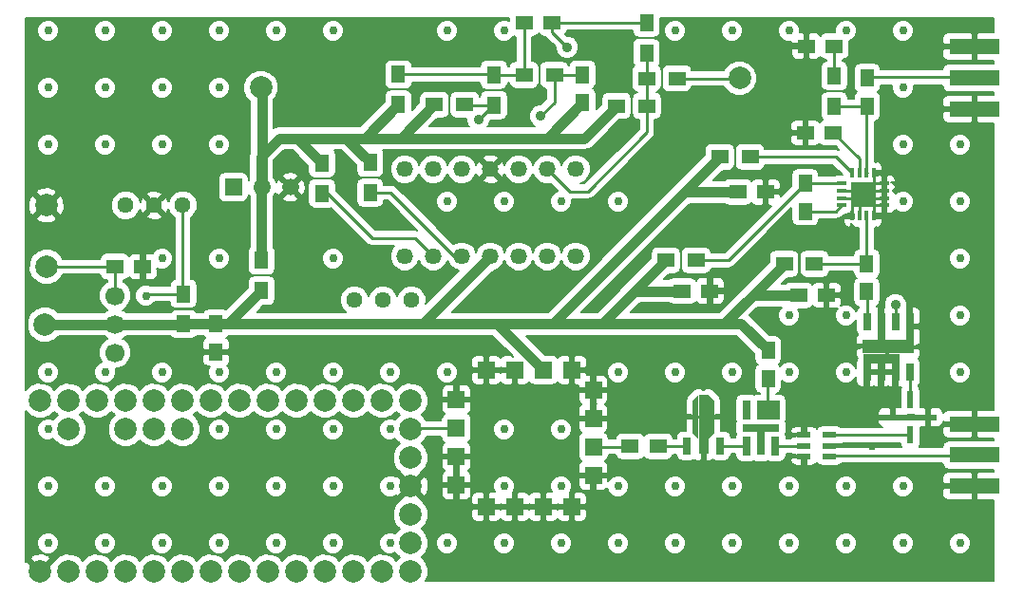
<source format=gbr>
G04 #@! TF.FileFunction,Copper,L1,Top,Signal*
%FSLAX46Y46*%
G04 Gerber Fmt 4.6, Leading zero omitted, Abs format (unit mm)*
G04 Created by KiCad (PCBNEW 4.0.7) date 02/08/18 13:58:32*
%MOMM*%
%LPD*%
G01*
G04 APERTURE LIST*
%ADD10C,0.100000*%
%ADD11C,1.440000*%
%ADD12C,0.762000*%
%ADD13R,1.500000X1.300000*%
%ADD14R,1.500000X1.250000*%
%ADD15R,1.520000X1.520000*%
%ADD16C,2.000000*%
%ADD17C,1.700000*%
%ADD18R,1.250000X1.500000*%
%ADD19R,1.300000X1.500000*%
%ADD20R,4.500000X1.400000*%
%ADD21R,0.360000X0.890000*%
%ADD22R,0.890000X0.360000*%
%ADD23R,2.160000X2.160000*%
%ADD24R,0.711200X1.498600*%
%ADD25R,0.914400X5.334000*%
%ADD26R,0.760000X2.390000*%
%ADD27R,0.760000X1.520000*%
%ADD28R,3.300000X0.870000*%
%ADD29R,4.570000X1.270000*%
%ADD30R,1.550000X0.610000*%
%ADD31R,0.610000X1.550000*%
%ADD32R,1.270000X0.508000*%
%ADD33C,1.520000*%
%ADD34C,1.460000*%
%ADD35R,0.790000X1.680000*%
%ADD36R,0.790000X2.110000*%
%ADD37R,2.060000X1.680000*%
%ADD38R,3.330000X0.760000*%
%ADD39C,0.900000*%
%ADD40C,0.254000*%
%ADD41C,0.960514*%
%ADD42C,1.371310*%
%ADD43C,1.317000*%
%ADD44C,1.371000*%
%ADD45C,0.152400*%
G04 APERTURE END LIST*
D10*
D11*
X65405000Y-57079000D03*
X67945000Y-57079000D03*
X70485000Y-57079000D03*
D12*
X38100000Y-38100000D03*
D13*
X106402000Y-53818000D03*
X103702000Y-53818000D03*
D14*
X44043000Y-54077000D03*
X46543000Y-54077000D03*
D15*
X79692000Y-63294000D03*
X77152000Y-63294000D03*
X82232000Y-63294000D03*
X84772000Y-63294000D03*
X84772000Y-75494000D03*
X82232000Y-75494000D03*
X79692000Y-75494000D03*
X77152000Y-75494000D03*
X86682000Y-65074000D03*
X86682000Y-67614000D03*
X86682000Y-70154000D03*
X86682000Y-72694000D03*
X74482000Y-65964000D03*
X74482000Y-68504000D03*
X74482000Y-71044000D03*
X74482000Y-73584000D03*
D16*
X37968000Y-54089000D03*
X37800000Y-59250000D03*
D17*
X44058000Y-59210000D03*
X44058000Y-56670000D03*
X44058000Y-61750000D03*
D14*
X92477000Y-70105000D03*
X89977000Y-70105000D03*
D18*
X53045000Y-59182000D03*
X53045000Y-61682000D03*
X111100000Y-39752000D03*
X111100000Y-37252000D03*
D14*
X108159000Y-34403000D03*
X105659000Y-34403000D03*
X99555000Y-47420000D03*
X102055000Y-47420000D03*
X108082000Y-42144000D03*
X105582000Y-42144000D03*
D18*
X102260000Y-64060000D03*
X102260000Y-61560000D03*
D14*
X104975000Y-56640000D03*
X107475000Y-56640000D03*
D18*
X105575000Y-46640000D03*
X105575000Y-49140000D03*
D14*
X94582000Y-56249000D03*
X97082000Y-56249000D03*
D18*
X111059000Y-56318000D03*
X111059000Y-53818000D03*
X85710000Y-39452000D03*
X85710000Y-36952000D03*
D14*
X80528000Y-32332000D03*
X83028000Y-32332000D03*
D19*
X108158000Y-39776000D03*
X108158000Y-37076000D03*
D13*
X95841000Y-53511000D03*
X93141000Y-53511000D03*
D11*
X50094000Y-48621000D03*
X47554000Y-48621000D03*
X45014000Y-48621000D03*
D13*
X100646000Y-44291000D03*
X97946000Y-44291000D03*
D19*
X57109000Y-53515000D03*
X57109000Y-56215000D03*
X66802000Y-44785000D03*
X66802000Y-47485000D03*
X62499000Y-44841000D03*
X62499000Y-47541000D03*
D13*
X72521000Y-39625000D03*
X75221000Y-39625000D03*
D19*
X77810000Y-36962000D03*
X77810000Y-39662000D03*
X69317000Y-39634000D03*
X69317000Y-36934000D03*
D13*
X80512000Y-36971000D03*
X83212000Y-36971000D03*
D19*
X91417000Y-35024000D03*
X91417000Y-32324000D03*
D13*
X88754000Y-39737000D03*
X91454000Y-39737000D03*
X94136000Y-37278000D03*
X91436000Y-37278000D03*
D16*
X37940000Y-48613000D03*
X57054000Y-38114000D03*
X99715000Y-37269000D03*
D20*
X120650000Y-34465000D03*
X120650000Y-37240000D03*
X120650000Y-40015000D03*
D21*
X111699000Y-45739000D03*
D22*
X112629000Y-48619000D03*
D23*
X110724000Y-47644000D03*
D22*
X108819000Y-46669000D03*
X108819000Y-47319000D03*
X108819000Y-47969000D03*
X108819000Y-48619000D03*
X112629000Y-47969000D03*
X112629000Y-47319000D03*
X112629000Y-46669000D03*
D21*
X111699000Y-49549000D03*
X111049000Y-49549000D03*
X110399000Y-49549000D03*
X109749000Y-49549000D03*
X111049000Y-45739000D03*
X110399000Y-45739000D03*
X109749000Y-45739000D03*
D24*
X98008600Y-70071700D03*
X95011400Y-70071700D03*
D25*
X96510000Y-68154000D03*
D10*
G36*
X96967200Y-69398600D02*
X96967200Y-65487000D01*
X97462500Y-65982300D01*
X97462500Y-68903300D01*
X96967200Y-69398600D01*
X96967200Y-69398600D01*
G37*
G36*
X95557500Y-68903300D02*
X95557500Y-65982300D01*
X96052800Y-65487000D01*
X96052800Y-69398600D01*
X95557500Y-68903300D01*
X95557500Y-68903300D01*
G37*
D26*
X114874000Y-59395000D03*
D27*
X114874000Y-63490000D03*
X113604000Y-63490000D03*
X112334000Y-63490000D03*
X111064000Y-63490000D03*
X113604000Y-58960000D03*
D26*
X112334000Y-59395000D03*
D27*
X111064000Y-58960000D03*
D28*
X112334000Y-62295000D03*
D29*
X112969000Y-61225000D03*
D30*
X116525000Y-67524000D03*
D31*
X114940000Y-69109000D03*
X114940000Y-65939000D03*
D30*
X113355000Y-67524000D03*
D32*
X105466000Y-69104200D03*
X105466000Y-70044000D03*
X105466000Y-70983800D03*
X107752000Y-69104200D03*
X107752000Y-70044000D03*
X107752000Y-70983800D03*
D20*
X120650000Y-73665000D03*
X120650000Y-70890000D03*
X120650000Y-68115000D03*
D33*
X57132000Y-47001000D03*
X59672000Y-47001000D03*
D15*
X54592000Y-47001000D03*
D34*
X69898000Y-45396000D03*
X72438000Y-45396000D03*
X74978000Y-45396000D03*
X77518000Y-45396000D03*
X80058000Y-45396000D03*
X82598000Y-45396000D03*
X85138000Y-45396000D03*
X69898000Y-53156000D03*
X72438000Y-53156000D03*
X74978000Y-53156000D03*
X77518000Y-53156000D03*
X80058000Y-53156000D03*
X82598000Y-53156000D03*
X85138000Y-53156000D03*
D19*
X50160000Y-59202000D03*
X50160000Y-56502000D03*
D16*
X37379000Y-81280000D03*
X39919000Y-81280000D03*
X42459000Y-81280000D03*
X44999000Y-81280000D03*
X47539000Y-81280000D03*
X50079000Y-81280000D03*
X52619000Y-81280000D03*
X55159000Y-81280000D03*
X57699000Y-81280000D03*
X60239000Y-81280000D03*
X62779000Y-81280000D03*
X65319000Y-81280000D03*
X67859000Y-81280000D03*
X70399000Y-81280000D03*
X70399000Y-78740000D03*
X70399000Y-76200000D03*
X70399000Y-73660000D03*
X70399000Y-71120000D03*
X70399000Y-68580000D03*
X70399000Y-66040000D03*
X67859000Y-66040000D03*
X65319000Y-66040000D03*
X62779000Y-66040000D03*
X60239000Y-66040000D03*
X57699000Y-66040000D03*
X55159000Y-66040000D03*
X52619000Y-66040000D03*
X50079000Y-66040000D03*
X47539000Y-66040000D03*
X44999000Y-66040000D03*
X42459000Y-66040000D03*
X39919000Y-66040000D03*
X37379000Y-66040000D03*
X39919000Y-68580000D03*
X44999000Y-68580000D03*
X47539000Y-68580000D03*
X50079000Y-68580000D03*
D12*
X99060000Y-78740000D03*
X104140000Y-78740000D03*
X93980000Y-78740000D03*
X88900000Y-78740000D03*
X83820000Y-78740000D03*
X78740000Y-78740000D03*
X109220000Y-78740000D03*
X93980000Y-73660000D03*
X99060000Y-73660000D03*
X104140000Y-73660000D03*
X109220000Y-73660000D03*
X114300000Y-73660000D03*
X114300000Y-78740000D03*
X119380000Y-78740000D03*
X119380000Y-63500000D03*
X119380000Y-58420000D03*
X119380000Y-53340000D03*
X119380000Y-48260000D03*
X119380000Y-43180000D03*
X109220000Y-63500000D03*
X109220000Y-58420000D03*
X104140000Y-63500000D03*
X104140000Y-58420000D03*
X99060000Y-63500000D03*
X93980000Y-63500000D03*
X88900000Y-63500000D03*
X88900000Y-73660000D03*
X83820000Y-73660000D03*
X83820000Y-68580000D03*
X78740000Y-68580000D03*
X78740000Y-73660000D03*
X73660000Y-78740000D03*
X68580000Y-78740000D03*
X68580000Y-73660000D03*
X68580000Y-68580000D03*
X63500000Y-68580000D03*
X58420000Y-68580000D03*
X53340000Y-68580000D03*
X53340000Y-73660000D03*
X58420000Y-73660000D03*
X63500000Y-73660000D03*
X63500000Y-78740000D03*
X58420000Y-78740000D03*
X53340000Y-78740000D03*
X48260000Y-73660000D03*
X48260000Y-78740000D03*
X43180000Y-78740000D03*
X43180000Y-73660000D03*
X38100000Y-73660000D03*
X38100000Y-78740000D03*
X38100000Y-68580000D03*
X38100000Y-63500000D03*
X43180000Y-63500000D03*
X48260000Y-63500000D03*
X53340000Y-63500000D03*
X58420000Y-63500000D03*
X63500000Y-63500000D03*
X68580000Y-63500000D03*
X73660000Y-63500000D03*
X88900000Y-48260000D03*
X83820000Y-48260000D03*
X78740000Y-48260000D03*
X73660000Y-48260000D03*
X114300000Y-43180000D03*
X114300000Y-38100000D03*
X114300000Y-33020000D03*
X109220000Y-33020000D03*
X104140000Y-33020000D03*
X99060000Y-33020000D03*
X93980000Y-33020000D03*
X63500000Y-33020000D03*
X58420000Y-33020000D03*
X53340000Y-33020000D03*
X48260000Y-33020000D03*
X43180000Y-33020000D03*
X38100000Y-33020000D03*
X38100000Y-43180000D03*
X43180000Y-38100000D03*
X48260000Y-38100000D03*
X53340000Y-38100000D03*
X43180000Y-43180000D03*
X48260000Y-43180000D03*
X53340000Y-43180000D03*
X53340000Y-53340000D03*
X48260000Y-53340000D03*
X73660000Y-33020000D03*
X78740000Y-33020000D03*
X114300000Y-48260000D03*
X63500000Y-53340000D03*
D35*
X100350000Y-66860000D03*
X100350000Y-70080000D03*
D36*
X101620000Y-69865000D03*
D35*
X102890000Y-70080000D03*
D37*
X102255000Y-66860000D03*
D38*
X101620000Y-68470000D03*
D12*
X101620000Y-68470000D03*
X101620000Y-69403000D03*
X101620000Y-70336000D03*
X102730000Y-68470000D03*
X100510000Y-68470000D03*
X111560000Y-70050000D03*
D39*
X113619000Y-57506000D03*
D12*
X59558000Y-42631000D03*
D39*
X81971000Y-40660000D03*
X84348000Y-34503000D03*
D12*
X46800000Y-56690000D03*
D39*
X76440000Y-40930000D03*
D40*
X107752000Y-70044000D02*
X111554000Y-70044000D01*
X111554000Y-70044000D02*
X111560000Y-70050000D01*
X95805150Y-67442800D02*
X86853200Y-67442800D01*
X86853200Y-67442800D02*
X86682000Y-67614000D01*
X96510000Y-68154000D02*
X96510000Y-68147650D01*
X96510000Y-68147650D02*
X97214850Y-67442800D01*
X95805150Y-67442800D02*
X97214850Y-67442800D01*
X112334000Y-59395000D02*
X112334000Y-60590000D01*
X112334000Y-60590000D02*
X112969000Y-61225000D01*
X112969000Y-61225000D02*
X112969000Y-61660000D01*
X112969000Y-61660000D02*
X112334000Y-62295000D01*
X109749000Y-49549000D02*
X109749000Y-48619000D01*
X109749000Y-48619000D02*
X110724000Y-47644000D01*
X111699000Y-49549000D02*
X111699000Y-48619000D01*
X111699000Y-48619000D02*
X110724000Y-47644000D01*
X110399000Y-49549000D02*
X110399000Y-47969000D01*
X110399000Y-47969000D02*
X110724000Y-47644000D01*
X112629000Y-47319000D02*
X111049000Y-47319000D01*
X111049000Y-47319000D02*
X110724000Y-47644000D01*
X112629000Y-48619000D02*
X111699000Y-48619000D01*
X111699000Y-48619000D02*
X110724000Y-47644000D01*
X112629000Y-47969000D02*
X111049000Y-47969000D01*
X111049000Y-47969000D02*
X110724000Y-47644000D01*
X112629000Y-46669000D02*
X111699000Y-46669000D01*
X111699000Y-46669000D02*
X110724000Y-47644000D01*
X111699000Y-45739000D02*
X111699000Y-46669000D01*
X111699000Y-46669000D02*
X110724000Y-47644000D01*
X108819000Y-47969000D02*
X110399000Y-47969000D01*
X110399000Y-47969000D02*
X110724000Y-47644000D01*
X108819000Y-47319000D02*
X110399000Y-47319000D01*
X110399000Y-47319000D02*
X110724000Y-47644000D01*
X108158000Y-39776000D02*
X111076000Y-39776000D01*
X111076000Y-39776000D02*
X111100000Y-39752000D01*
X111049000Y-45739000D02*
X111049000Y-39803000D01*
X111049000Y-39803000D02*
X111100000Y-39752000D01*
X111079000Y-45709000D02*
X111049000Y-45739000D01*
X111059000Y-45452000D02*
X111028000Y-45421000D01*
X120690000Y-37190000D02*
X111162000Y-37190000D01*
X111162000Y-37190000D02*
X111100000Y-37252000D01*
X111133000Y-37219000D02*
X111100000Y-37252000D01*
X111105000Y-37247000D02*
X111100000Y-37252000D01*
X108158000Y-37076000D02*
X108158000Y-34404000D01*
X108158000Y-34404000D02*
X108159000Y-34403000D01*
X110399000Y-45739000D02*
X110399000Y-44461000D01*
X110399000Y-44461000D02*
X108082000Y-42144000D01*
X92477000Y-70105000D02*
X94978100Y-70105000D01*
X94978100Y-70105000D02*
X95011400Y-70071700D01*
X86682000Y-70154000D02*
X89928000Y-70154000D01*
X89928000Y-70154000D02*
X89977000Y-70105000D01*
X102245000Y-64075000D02*
X102260000Y-64060000D01*
X102245000Y-66869000D02*
X102245000Y-64075000D01*
X105575000Y-46640000D02*
X108790000Y-46640000D01*
X108790000Y-46640000D02*
X108819000Y-46669000D01*
X95841000Y-53511000D02*
X98704000Y-53511000D01*
X98704000Y-53511000D02*
X105575000Y-46640000D01*
X105575000Y-49140000D02*
X108298000Y-49140000D01*
X108298000Y-49140000D02*
X108819000Y-48619000D01*
X111064000Y-58960000D02*
X111064000Y-56323000D01*
X111064000Y-56323000D02*
X111059000Y-56318000D01*
X111059000Y-53818000D02*
X106402000Y-53818000D01*
X111059000Y-53818000D02*
X111059000Y-49559000D01*
X111059000Y-49559000D02*
X111049000Y-49549000D01*
X74978000Y-53156000D02*
X74309000Y-53156000D01*
X74309000Y-53156000D02*
X68638000Y-47485000D01*
X68638000Y-47485000D02*
X66802000Y-47485000D01*
X113604000Y-58960000D02*
X113604000Y-57521000D01*
X113604000Y-57521000D02*
X113619000Y-57506000D01*
D41*
X65470000Y-42631000D02*
X69515000Y-42631000D01*
X69515000Y-42631000D02*
X72521000Y-39625000D01*
X63050000Y-42631000D02*
X65470000Y-42631000D01*
X65470000Y-42631000D02*
X66320000Y-42631000D01*
X66320000Y-42631000D02*
X69317000Y-39634000D01*
X63680000Y-42631000D02*
X64648000Y-42631000D01*
X64648000Y-42631000D02*
X66802000Y-44785000D01*
X80260000Y-42631000D02*
X82531000Y-42631000D01*
X82531000Y-42631000D02*
X85710000Y-39452000D01*
X59558000Y-42631000D02*
X63050000Y-42631000D01*
X63050000Y-42631000D02*
X63680000Y-42631000D01*
X63680000Y-42631000D02*
X80260000Y-42631000D01*
X80260000Y-42631000D02*
X85860000Y-42631000D01*
X85860000Y-42631000D02*
X88754000Y-39737000D01*
X59558000Y-42631000D02*
X60289000Y-42631000D01*
X60289000Y-42631000D02*
X62499000Y-44841000D01*
X59558000Y-42632000D02*
X58674000Y-42632000D01*
X59558000Y-42631000D02*
X59558000Y-42632000D01*
X57054000Y-44237000D02*
X57069000Y-44237000D01*
X57069000Y-44237000D02*
X58674000Y-42632000D01*
X57054000Y-46969000D02*
X57054000Y-44237000D01*
X57132000Y-47001000D02*
X57132000Y-38192000D01*
X57132000Y-38192000D02*
X57054000Y-38114000D01*
X57109000Y-53515000D02*
X57109000Y-47024000D01*
X57109000Y-47024000D02*
X57132000Y-47001000D01*
D42*
X57109000Y-47024000D02*
X57054000Y-46969000D01*
X57130000Y-38190000D02*
X57054000Y-38114000D01*
D40*
X83212000Y-39419000D02*
X83212000Y-36971000D01*
X81971000Y-40660000D02*
X83212000Y-39419000D01*
X83212000Y-36971000D02*
X85691000Y-36971000D01*
X85691000Y-36971000D02*
X85710000Y-36952000D01*
X80512000Y-36971000D02*
X80512000Y-32348000D01*
X80512000Y-32348000D02*
X80528000Y-32332000D01*
X77810000Y-36962000D02*
X80503000Y-36962000D01*
X80503000Y-36962000D02*
X80512000Y-36971000D01*
X69317000Y-36934000D02*
X77782000Y-36934000D01*
X77782000Y-36934000D02*
X77810000Y-36962000D01*
X83028000Y-33183000D02*
X83028000Y-32332000D01*
X84348000Y-34503000D02*
X83028000Y-33183000D01*
X83028000Y-32332000D02*
X91409000Y-32332000D01*
X91409000Y-32332000D02*
X91417000Y-32324000D01*
X50160000Y-56502000D02*
X46988000Y-56502000D01*
X46988000Y-56502000D02*
X46800000Y-56690000D01*
X50094000Y-48621000D02*
X50094000Y-56436000D01*
X50094000Y-56436000D02*
X50160000Y-56502000D01*
X100646000Y-44291000D02*
X108301000Y-44291000D01*
X108301000Y-44291000D02*
X109749000Y-45739000D01*
X62499000Y-47541000D02*
X62984000Y-47541000D01*
X62984000Y-47541000D02*
X66954000Y-51511000D01*
X66954000Y-51511000D02*
X70793000Y-51511000D01*
X70793000Y-51511000D02*
X72438000Y-53156000D01*
X76440000Y-40930000D02*
X77708000Y-39662000D01*
X77708000Y-39662000D02*
X77810000Y-39662000D01*
X77810000Y-39730000D02*
X77810000Y-39662000D01*
X77810000Y-39662000D02*
X75258000Y-39662000D01*
X75258000Y-39662000D02*
X75221000Y-39625000D01*
X91454000Y-39737000D02*
X91454000Y-42089000D01*
X84568000Y-47366000D02*
X82598000Y-45396000D01*
X86177000Y-47366000D02*
X84568000Y-47366000D01*
X91454000Y-42089000D02*
X86177000Y-47366000D01*
X91436000Y-37278000D02*
X91436000Y-39719000D01*
X91436000Y-39719000D02*
X91454000Y-39737000D01*
X91436000Y-37278000D02*
X91436000Y-35043000D01*
X91436000Y-35043000D02*
X91417000Y-35024000D01*
X94136000Y-37278000D02*
X99706000Y-37278000D01*
X99706000Y-37278000D02*
X99715000Y-37269000D01*
X74482000Y-68504000D02*
X70475000Y-68504000D01*
X70475000Y-68504000D02*
X70399000Y-68580000D01*
X74442000Y-68464000D02*
X74482000Y-68504000D01*
D42*
X74442000Y-68464000D02*
X74482000Y-68504000D01*
D40*
X98008600Y-70071700D02*
X100322700Y-70071700D01*
X100322700Y-70071700D02*
X100340000Y-70089000D01*
X102880000Y-70089000D02*
X105421000Y-70089000D01*
X105421000Y-70089000D02*
X105466000Y-70044000D01*
X114940000Y-65939000D02*
X114940000Y-63556000D01*
X114940000Y-63556000D02*
X114874000Y-63490000D01*
X120680000Y-70900000D02*
X107835800Y-70900000D01*
X107835800Y-70900000D02*
X107752000Y-70983800D01*
X107783800Y-70952000D02*
X107752000Y-70983800D01*
X120298200Y-70931800D02*
X120324000Y-70906000D01*
X107752000Y-69104200D02*
X114935200Y-69104200D01*
X114935200Y-69104200D02*
X114940000Y-69109000D01*
X44043000Y-54077000D02*
X37980000Y-54077000D01*
X37980000Y-54077000D02*
X37968000Y-54089000D01*
X43980000Y-54014000D02*
X44058000Y-54092000D01*
X44058000Y-54092000D02*
X44058000Y-56670000D01*
D41*
X44058000Y-59210000D02*
X37840000Y-59210000D01*
X104975000Y-56640000D02*
X100930000Y-56640000D01*
X100930000Y-56640000D02*
X100905000Y-56615000D01*
X96500000Y-59182000D02*
X98338000Y-59182000D01*
X98338000Y-59182000D02*
X100905000Y-56615000D01*
X100905000Y-56615000D02*
X103702000Y-53818000D01*
X94582000Y-56249000D02*
X90403000Y-56249000D01*
X90440000Y-56220000D02*
X90440000Y-56212000D01*
X90432000Y-56220000D02*
X90440000Y-56220000D01*
X90403000Y-56249000D02*
X90432000Y-56220000D01*
X86220000Y-59182000D02*
X87470000Y-59182000D01*
X87470000Y-59182000D02*
X90440000Y-56212000D01*
X90440000Y-56212000D02*
X93141000Y-53511000D01*
X99555000Y-47420000D02*
X94870000Y-47420000D01*
X94870000Y-47420000D02*
X94843500Y-47393500D01*
X83090000Y-59182000D02*
X83090000Y-59147000D01*
X83090000Y-59147000D02*
X94843500Y-47393500D01*
X94843500Y-47393500D02*
X97946000Y-44291000D01*
X78120000Y-59182000D02*
X83090000Y-59182000D01*
X83090000Y-59182000D02*
X86220000Y-59182000D01*
X86220000Y-59182000D02*
X96500000Y-59182000D01*
X96500000Y-59182000D02*
X99882000Y-59182000D01*
X99882000Y-59182000D02*
X102260000Y-61560000D01*
X71420000Y-59182000D02*
X78120000Y-59182000D01*
X78120000Y-59182000D02*
X82232000Y-63294000D01*
X53045000Y-59182000D02*
X71420000Y-59182000D01*
X71420000Y-59182000D02*
X71492000Y-59182000D01*
X71492000Y-59182000D02*
X77518000Y-53156000D01*
X53045000Y-59182000D02*
X54142000Y-59182000D01*
X54142000Y-59182000D02*
X57109000Y-56215000D01*
X44058000Y-59210000D02*
X50152000Y-59210000D01*
D43*
X50152000Y-59210000D02*
X50180000Y-59182000D01*
D41*
X50180000Y-59182000D02*
X53045000Y-59182000D01*
D44*
X53025000Y-59202000D02*
X53045000Y-59182000D01*
D45*
G36*
X79182355Y-32158579D02*
X78932832Y-32054968D01*
X78548852Y-32054633D01*
X78193973Y-32201266D01*
X77922221Y-32472544D01*
X77774968Y-32827168D01*
X77774633Y-33211148D01*
X77921266Y-33566027D01*
X78192544Y-33837779D01*
X78547168Y-33985032D01*
X78931148Y-33985367D01*
X79286027Y-33838734D01*
X79557779Y-33567456D01*
X79580533Y-33512657D01*
X79778000Y-33552645D01*
X79800800Y-33552645D01*
X79800800Y-35725355D01*
X79762000Y-35725355D01*
X79545508Y-35766091D01*
X79346674Y-35894037D01*
X79213283Y-36089261D01*
X79180571Y-36250800D01*
X79055645Y-36250800D01*
X79055645Y-36212000D01*
X79014909Y-35995508D01*
X78886963Y-35796674D01*
X78691739Y-35663283D01*
X78460000Y-35616355D01*
X77160000Y-35616355D01*
X76943508Y-35657091D01*
X76744674Y-35785037D01*
X76611283Y-35980261D01*
X76564355Y-36212000D01*
X76564355Y-36222800D01*
X70562645Y-36222800D01*
X70562645Y-36184000D01*
X70521909Y-35967508D01*
X70393963Y-35768674D01*
X70198739Y-35635283D01*
X69967000Y-35588355D01*
X68667000Y-35588355D01*
X68450508Y-35629091D01*
X68251674Y-35757037D01*
X68118283Y-35952261D01*
X68071355Y-36184000D01*
X68071355Y-37684000D01*
X68112091Y-37900492D01*
X68240037Y-38099326D01*
X68435261Y-38232717D01*
X68667000Y-38279645D01*
X69967000Y-38279645D01*
X70183492Y-38238909D01*
X70382326Y-38110963D01*
X70515717Y-37915739D01*
X70562645Y-37684000D01*
X70562645Y-37645200D01*
X76564355Y-37645200D01*
X76564355Y-37712000D01*
X76605091Y-37928492D01*
X76733037Y-38127326D01*
X76928261Y-38260717D01*
X77160000Y-38307645D01*
X78460000Y-38307645D01*
X78676492Y-38266909D01*
X78875326Y-38138963D01*
X79008717Y-37943739D01*
X79055645Y-37712000D01*
X79055645Y-37673200D01*
X79176177Y-37673200D01*
X79207091Y-37837492D01*
X79335037Y-38036326D01*
X79530261Y-38169717D01*
X79762000Y-38216645D01*
X81262000Y-38216645D01*
X81478492Y-38175909D01*
X81677326Y-38047963D01*
X81810717Y-37852739D01*
X81857645Y-37621000D01*
X81857645Y-36321000D01*
X81816909Y-36104508D01*
X81688963Y-35905674D01*
X81493739Y-35772283D01*
X81262000Y-35725355D01*
X81223200Y-35725355D01*
X81223200Y-33552645D01*
X81278000Y-33552645D01*
X81494492Y-33511909D01*
X81693326Y-33383963D01*
X81778403Y-33259449D01*
X81851037Y-33372326D01*
X82046261Y-33505717D01*
X82278000Y-33552645D01*
X82436071Y-33552645D01*
X82525106Y-33685894D01*
X83313824Y-34474612D01*
X83313621Y-34707813D01*
X83470737Y-35088062D01*
X83761408Y-35379241D01*
X84141382Y-35537020D01*
X84552813Y-35537379D01*
X84933062Y-35380263D01*
X85224241Y-35089592D01*
X85382020Y-34709618D01*
X85382379Y-34298187D01*
X85225263Y-33917938D01*
X84934592Y-33626759D01*
X84554618Y-33468980D01*
X84319563Y-33468775D01*
X84210141Y-33359353D01*
X84326717Y-33188739D01*
X84356189Y-33043200D01*
X90171355Y-33043200D01*
X90171355Y-33074000D01*
X90212091Y-33290492D01*
X90340037Y-33489326D01*
X90535261Y-33622717D01*
X90767000Y-33669645D01*
X92067000Y-33669645D01*
X92283492Y-33628909D01*
X92482326Y-33500963D01*
X92615717Y-33305739D01*
X92634872Y-33211148D01*
X93014633Y-33211148D01*
X93161266Y-33566027D01*
X93432544Y-33837779D01*
X93787168Y-33985032D01*
X94171148Y-33985367D01*
X94526027Y-33838734D01*
X94797779Y-33567456D01*
X94945032Y-33212832D01*
X94945033Y-33211148D01*
X98094633Y-33211148D01*
X98241266Y-33566027D01*
X98512544Y-33837779D01*
X98867168Y-33985032D01*
X99251148Y-33985367D01*
X99606027Y-33838734D01*
X99877779Y-33567456D01*
X100025032Y-33212832D01*
X100025033Y-33211148D01*
X103174633Y-33211148D01*
X103321266Y-33566027D01*
X103592544Y-33837779D01*
X103947168Y-33985032D01*
X104324800Y-33985361D01*
X104324800Y-34079150D01*
X104470850Y-34225200D01*
X105481200Y-34225200D01*
X105481200Y-33339850D01*
X105836800Y-33339850D01*
X105836800Y-34225200D01*
X105856800Y-34225200D01*
X105856800Y-34580800D01*
X105836800Y-34580800D01*
X105836800Y-35466150D01*
X105982850Y-35612200D01*
X106525205Y-35612200D01*
X106739923Y-35523261D01*
X106904261Y-35358922D01*
X106913450Y-35336738D01*
X106982037Y-35443326D01*
X107177261Y-35576717D01*
X107409000Y-35623645D01*
X107446800Y-35623645D01*
X107446800Y-35741871D01*
X107291508Y-35771091D01*
X107092674Y-35899037D01*
X106959283Y-36094261D01*
X106912355Y-36326000D01*
X106912355Y-37826000D01*
X106953091Y-38042492D01*
X107081037Y-38241326D01*
X107276261Y-38374717D01*
X107508000Y-38421645D01*
X108808000Y-38421645D01*
X109024492Y-38380909D01*
X109223326Y-38252963D01*
X109356717Y-38057739D01*
X109403645Y-37826000D01*
X109403645Y-36326000D01*
X109362909Y-36109508D01*
X109234963Y-35910674D01*
X109039739Y-35777283D01*
X108869200Y-35742748D01*
X108869200Y-35623645D01*
X108909000Y-35623645D01*
X109125492Y-35582909D01*
X109324326Y-35454963D01*
X109457717Y-35259739D01*
X109504645Y-35028000D01*
X109504645Y-34788850D01*
X117815800Y-34788850D01*
X117815800Y-35281205D01*
X117904739Y-35495923D01*
X118069078Y-35660261D01*
X118283796Y-35749200D01*
X120326150Y-35749200D01*
X120472200Y-35603150D01*
X120472200Y-34642800D01*
X117961850Y-34642800D01*
X117815800Y-34788850D01*
X109504645Y-34788850D01*
X109504645Y-33946735D01*
X109766027Y-33838734D01*
X110037779Y-33567456D01*
X110185032Y-33212832D01*
X110185033Y-33211148D01*
X113334633Y-33211148D01*
X113481266Y-33566027D01*
X113752544Y-33837779D01*
X114107168Y-33985032D01*
X114491148Y-33985367D01*
X114846027Y-33838734D01*
X115036297Y-33648795D01*
X117815800Y-33648795D01*
X117815800Y-34141150D01*
X117961850Y-34287200D01*
X120472200Y-34287200D01*
X120472200Y-33326850D01*
X120326150Y-33180800D01*
X118283796Y-33180800D01*
X118069078Y-33269739D01*
X117904739Y-33434077D01*
X117815800Y-33648795D01*
X115036297Y-33648795D01*
X115117779Y-33567456D01*
X115265032Y-33212832D01*
X115265367Y-32828852D01*
X115118734Y-32473973D01*
X114847456Y-32202221D01*
X114492832Y-32054968D01*
X114108852Y-32054633D01*
X113753973Y-32201266D01*
X113482221Y-32472544D01*
X113334968Y-32827168D01*
X113334633Y-33211148D01*
X110185033Y-33211148D01*
X110185367Y-32828852D01*
X110038734Y-32473973D01*
X109767456Y-32202221D01*
X109412832Y-32054968D01*
X109028852Y-32054633D01*
X108673973Y-32201266D01*
X108402221Y-32472544D01*
X108254968Y-32827168D01*
X108254658Y-33182355D01*
X107409000Y-33182355D01*
X107192508Y-33223091D01*
X106993674Y-33351037D01*
X106913240Y-33468756D01*
X106904261Y-33447078D01*
X106739923Y-33282739D01*
X106525205Y-33193800D01*
X105982850Y-33193800D01*
X105836800Y-33339850D01*
X105481200Y-33339850D01*
X105335150Y-33193800D01*
X105105049Y-33193800D01*
X105105367Y-32828852D01*
X104958734Y-32473973D01*
X104687456Y-32202221D01*
X104332832Y-32054968D01*
X103948852Y-32054633D01*
X103593973Y-32201266D01*
X103322221Y-32472544D01*
X103174968Y-32827168D01*
X103174633Y-33211148D01*
X100025033Y-33211148D01*
X100025367Y-32828852D01*
X99878734Y-32473973D01*
X99607456Y-32202221D01*
X99252832Y-32054968D01*
X98868852Y-32054633D01*
X98513973Y-32201266D01*
X98242221Y-32472544D01*
X98094968Y-32827168D01*
X98094633Y-33211148D01*
X94945033Y-33211148D01*
X94945367Y-32828852D01*
X94798734Y-32473973D01*
X94527456Y-32202221D01*
X94172832Y-32054968D01*
X93788852Y-32054633D01*
X93433973Y-32201266D01*
X93162221Y-32472544D01*
X93014968Y-32827168D01*
X93014633Y-33211148D01*
X92634872Y-33211148D01*
X92662645Y-33074000D01*
X92662645Y-31911200D01*
X122328800Y-31911200D01*
X122328800Y-33180800D01*
X120973850Y-33180800D01*
X120827800Y-33326850D01*
X120827800Y-34287200D01*
X120847800Y-34287200D01*
X120847800Y-34642800D01*
X120827800Y-34642800D01*
X120827800Y-35603150D01*
X120973850Y-35749200D01*
X122328800Y-35749200D01*
X122328800Y-35944355D01*
X118400000Y-35944355D01*
X118183508Y-35985091D01*
X117984674Y-36113037D01*
X117851283Y-36308261D01*
X117816748Y-36478800D01*
X112316280Y-36478800D01*
X112279909Y-36285508D01*
X112151963Y-36086674D01*
X111956739Y-35953283D01*
X111725000Y-35906355D01*
X110475000Y-35906355D01*
X110258508Y-35947091D01*
X110059674Y-36075037D01*
X109926283Y-36270261D01*
X109879355Y-36502000D01*
X109879355Y-38002000D01*
X109920091Y-38218492D01*
X110048037Y-38417326D01*
X110172551Y-38502403D01*
X110059674Y-38575037D01*
X109926283Y-38770261D01*
X109879355Y-39002000D01*
X109879355Y-39064800D01*
X109403645Y-39064800D01*
X109403645Y-39026000D01*
X109362909Y-38809508D01*
X109234963Y-38610674D01*
X109039739Y-38477283D01*
X108808000Y-38430355D01*
X107508000Y-38430355D01*
X107291508Y-38471091D01*
X107092674Y-38599037D01*
X106959283Y-38794261D01*
X106912355Y-39026000D01*
X106912355Y-40526000D01*
X106953091Y-40742492D01*
X107081037Y-40941326D01*
X107114914Y-40964473D01*
X106916674Y-41092037D01*
X106836240Y-41209756D01*
X106827261Y-41188078D01*
X106662923Y-41023739D01*
X106448205Y-40934800D01*
X105905850Y-40934800D01*
X105759800Y-41080850D01*
X105759800Y-41966200D01*
X105779800Y-41966200D01*
X105779800Y-42321800D01*
X105759800Y-42321800D01*
X105759800Y-43207150D01*
X105905850Y-43353200D01*
X106448205Y-43353200D01*
X106662923Y-43264261D01*
X106827261Y-43099922D01*
X106836450Y-43077738D01*
X106905037Y-43184326D01*
X107100261Y-43317717D01*
X107332000Y-43364645D01*
X108296857Y-43364645D01*
X108564407Y-43632195D01*
X108301000Y-43579800D01*
X101980129Y-43579800D01*
X101950909Y-43424508D01*
X101822963Y-43225674D01*
X101627739Y-43092283D01*
X101396000Y-43045355D01*
X99896000Y-43045355D01*
X99679508Y-43086091D01*
X99480674Y-43214037D01*
X99347283Y-43409261D01*
X99300355Y-43641000D01*
X99300355Y-44941000D01*
X99341091Y-45157492D01*
X99469037Y-45356326D01*
X99664261Y-45489717D01*
X99896000Y-45536645D01*
X101396000Y-45536645D01*
X101612492Y-45495909D01*
X101811326Y-45367963D01*
X101944717Y-45172739D01*
X101979252Y-45002200D01*
X108006412Y-45002200D01*
X108897566Y-45893355D01*
X108374000Y-45893355D01*
X108185627Y-45928800D01*
X106795645Y-45928800D01*
X106795645Y-45890000D01*
X106754909Y-45673508D01*
X106626963Y-45474674D01*
X106431739Y-45341283D01*
X106200000Y-45294355D01*
X104950000Y-45294355D01*
X104733508Y-45335091D01*
X104534674Y-45463037D01*
X104401283Y-45658261D01*
X104354355Y-45890000D01*
X104354355Y-46854856D01*
X103389200Y-47820011D01*
X103389200Y-47743850D01*
X103243150Y-47597800D01*
X102232800Y-47597800D01*
X102232800Y-48483150D01*
X102378850Y-48629200D01*
X102580011Y-48629200D01*
X98409412Y-52799800D01*
X97175129Y-52799800D01*
X97145909Y-52644508D01*
X97017963Y-52445674D01*
X96822739Y-52312283D01*
X96591000Y-52265355D01*
X95091000Y-52265355D01*
X94874508Y-52306091D01*
X94675674Y-52434037D01*
X94542283Y-52629261D01*
X94495355Y-52861000D01*
X94495355Y-54161000D01*
X94536091Y-54377492D01*
X94664037Y-54576326D01*
X94859261Y-54709717D01*
X95091000Y-54756645D01*
X96591000Y-54756645D01*
X96807492Y-54715909D01*
X97006326Y-54587963D01*
X97139717Y-54392739D01*
X97174252Y-54222200D01*
X98704000Y-54222200D01*
X98976165Y-54168063D01*
X99206894Y-54013894D01*
X104354355Y-48866434D01*
X104354355Y-49890000D01*
X104395091Y-50106492D01*
X104523037Y-50305326D01*
X104718261Y-50438717D01*
X104950000Y-50485645D01*
X106200000Y-50485645D01*
X106416492Y-50444909D01*
X106615326Y-50316963D01*
X106748717Y-50121739D01*
X106795645Y-49890000D01*
X106795645Y-49851200D01*
X108298000Y-49851200D01*
X108570165Y-49797063D01*
X108800894Y-49642894D01*
X109049143Y-49394645D01*
X109264000Y-49394645D01*
X109388599Y-49371200D01*
X109659000Y-49371200D01*
X109659000Y-49351200D01*
X109760850Y-49351200D01*
X109780850Y-49371200D01*
X109929000Y-49371200D01*
X109929000Y-49726800D01*
X109780850Y-49726800D01*
X109659000Y-49848650D01*
X109659000Y-49726800D01*
X109130850Y-49726800D01*
X108984800Y-49872850D01*
X108984800Y-50110205D01*
X109073739Y-50324923D01*
X109238078Y-50489261D01*
X109452796Y-50578200D01*
X109512950Y-50578200D01*
X109659000Y-50432150D01*
X109659000Y-50168629D01*
X109723739Y-50324923D01*
X109888078Y-50489261D01*
X109901791Y-50494941D01*
X109985050Y-50578200D01*
X110045204Y-50578200D01*
X110074000Y-50566272D01*
X110102796Y-50578200D01*
X110162950Y-50578200D01*
X110221198Y-50519952D01*
X110221198Y-50578200D01*
X110347800Y-50578200D01*
X110347800Y-52488575D01*
X110217508Y-52513091D01*
X110018674Y-52641037D01*
X109885283Y-52836261D01*
X109838355Y-53068000D01*
X109838355Y-53106800D01*
X107736129Y-53106800D01*
X107706909Y-52951508D01*
X107578963Y-52752674D01*
X107383739Y-52619283D01*
X107152000Y-52572355D01*
X105652000Y-52572355D01*
X105435508Y-52613091D01*
X105236674Y-52741037D01*
X105103283Y-52936261D01*
X105056355Y-53168000D01*
X105056355Y-54468000D01*
X105097091Y-54684492D01*
X105225037Y-54883326D01*
X105420261Y-55016717D01*
X105652000Y-55063645D01*
X107152000Y-55063645D01*
X107368492Y-55022909D01*
X107567326Y-54894963D01*
X107700717Y-54699739D01*
X107735252Y-54529200D01*
X109838355Y-54529200D01*
X109838355Y-54568000D01*
X109879091Y-54784492D01*
X110007037Y-54983326D01*
X110131551Y-55068403D01*
X110018674Y-55141037D01*
X109885283Y-55336261D01*
X109838355Y-55568000D01*
X109838355Y-57068000D01*
X109879091Y-57284492D01*
X110007037Y-57483326D01*
X110202261Y-57616717D01*
X110352800Y-57647202D01*
X110352800Y-57718903D01*
X110268674Y-57773037D01*
X110135283Y-57968261D01*
X110116342Y-58061798D01*
X110038734Y-57873973D01*
X109767456Y-57602221D01*
X109412832Y-57454968D01*
X109028852Y-57454633D01*
X108727148Y-57579294D01*
X108809200Y-57381204D01*
X108809200Y-56963850D01*
X108663150Y-56817800D01*
X107652800Y-56817800D01*
X107652800Y-57703150D01*
X107798850Y-57849200D01*
X108341205Y-57849200D01*
X108485464Y-57789446D01*
X108402221Y-57872544D01*
X108254968Y-58227168D01*
X108254633Y-58611148D01*
X108401266Y-58966027D01*
X108672544Y-59237779D01*
X109027168Y-59385032D01*
X109411148Y-59385367D01*
X109766027Y-59238734D01*
X110037779Y-58967456D01*
X110088355Y-58845656D01*
X110088355Y-59720000D01*
X110129091Y-59936492D01*
X110257037Y-60135326D01*
X110289981Y-60157836D01*
X110188739Y-60259078D01*
X110099800Y-60473796D01*
X110099800Y-60901150D01*
X110245850Y-61047200D01*
X111585016Y-61047200D01*
X111623077Y-61085261D01*
X111837795Y-61174200D01*
X112010150Y-61174200D01*
X112137150Y-61047200D01*
X112530850Y-61047200D01*
X112657850Y-61174200D01*
X112830205Y-61174200D01*
X113044923Y-61085261D01*
X113102983Y-61027200D01*
X113146800Y-61027200D01*
X113146800Y-61047200D01*
X114125016Y-61047200D01*
X114163077Y-61085261D01*
X114377795Y-61174200D01*
X114550150Y-61174200D01*
X114677150Y-61047200D01*
X115070850Y-61047200D01*
X115197850Y-61174200D01*
X115370205Y-61174200D01*
X115584923Y-61085261D01*
X115622984Y-61047200D01*
X115692150Y-61047200D01*
X115838200Y-60901150D01*
X115838200Y-59718850D01*
X115692150Y-59572800D01*
X115051800Y-59572800D01*
X115051800Y-60005800D01*
X114696200Y-60005800D01*
X114696200Y-59572800D01*
X114676200Y-59572800D01*
X114676200Y-59217200D01*
X114696200Y-59217200D01*
X114696200Y-57761850D01*
X115051800Y-57761850D01*
X115051800Y-59217200D01*
X115692150Y-59217200D01*
X115838200Y-59071150D01*
X115838200Y-58611148D01*
X118414633Y-58611148D01*
X118561266Y-58966027D01*
X118832544Y-59237779D01*
X119187168Y-59385032D01*
X119571148Y-59385367D01*
X119926027Y-59238734D01*
X120197779Y-58967456D01*
X120345032Y-58612832D01*
X120345367Y-58228852D01*
X120198734Y-57873973D01*
X119927456Y-57602221D01*
X119572832Y-57454968D01*
X119188852Y-57454633D01*
X118833973Y-57601266D01*
X118562221Y-57872544D01*
X118414968Y-58227168D01*
X118414633Y-58611148D01*
X115838200Y-58611148D01*
X115838200Y-58083796D01*
X115749261Y-57869078D01*
X115584923Y-57704739D01*
X115370205Y-57615800D01*
X115197850Y-57615800D01*
X115051800Y-57761850D01*
X114696200Y-57761850D01*
X114651244Y-57716894D01*
X114653020Y-57712618D01*
X114653379Y-57301187D01*
X114496263Y-56920938D01*
X114205592Y-56629759D01*
X113825618Y-56471980D01*
X113414187Y-56471621D01*
X113033938Y-56628737D01*
X112742759Y-56919408D01*
X112584980Y-57299382D01*
X112584640Y-57689010D01*
X112511800Y-57761850D01*
X112511800Y-59217200D01*
X112531800Y-59217200D01*
X112531800Y-59572800D01*
X112511800Y-59572800D01*
X112511800Y-60005800D01*
X112156200Y-60005800D01*
X112156200Y-59572800D01*
X112136200Y-59572800D01*
X112136200Y-59217200D01*
X112156200Y-59217200D01*
X112156200Y-57761850D01*
X112010150Y-57615800D01*
X111911540Y-57615800D01*
X112099326Y-57494963D01*
X112232717Y-57299739D01*
X112279645Y-57068000D01*
X112279645Y-55568000D01*
X112238909Y-55351508D01*
X112110963Y-55152674D01*
X111986449Y-55067597D01*
X112099326Y-54994963D01*
X112232717Y-54799739D01*
X112279645Y-54568000D01*
X112279645Y-53531148D01*
X118414633Y-53531148D01*
X118561266Y-53886027D01*
X118832544Y-54157779D01*
X119187168Y-54305032D01*
X119571148Y-54305367D01*
X119926027Y-54158734D01*
X120197779Y-53887456D01*
X120345032Y-53532832D01*
X120345367Y-53148852D01*
X120198734Y-52793973D01*
X119927456Y-52522221D01*
X119572832Y-52374968D01*
X119188852Y-52374633D01*
X118833973Y-52521266D01*
X118562221Y-52792544D01*
X118414968Y-53147168D01*
X118414633Y-53531148D01*
X112279645Y-53531148D01*
X112279645Y-53068000D01*
X112238909Y-52851508D01*
X112110963Y-52652674D01*
X111915739Y-52519283D01*
X111770200Y-52489811D01*
X111770200Y-50578200D01*
X111876802Y-50578200D01*
X111876802Y-50519952D01*
X111935050Y-50578200D01*
X111995204Y-50578200D01*
X112209922Y-50489261D01*
X112374261Y-50324923D01*
X112463200Y-50110205D01*
X112463200Y-49872850D01*
X112317150Y-49726800D01*
X111824645Y-49726800D01*
X111824645Y-49371200D01*
X112038825Y-49371200D01*
X112067796Y-49383200D01*
X112305150Y-49383200D01*
X112463200Y-49225150D01*
X112463200Y-48987795D01*
X112451200Y-48958824D01*
X112451200Y-48709000D01*
X112431200Y-48709000D01*
X112431200Y-48607150D01*
X112451200Y-48587150D01*
X112451200Y-48000850D01*
X112431200Y-47980850D01*
X112431200Y-47957150D01*
X112451200Y-47937150D01*
X112451200Y-47350850D01*
X112431200Y-47330850D01*
X112431200Y-47307150D01*
X112451200Y-47287150D01*
X112451200Y-46700850D01*
X112431200Y-46680850D01*
X112431200Y-46579000D01*
X112451200Y-46579000D01*
X112451200Y-46329176D01*
X112463200Y-46300205D01*
X112463200Y-46062850D01*
X112451200Y-46050850D01*
X112806800Y-46050850D01*
X112806800Y-46579000D01*
X112928650Y-46579000D01*
X112806800Y-46700850D01*
X112806800Y-47287150D01*
X112838650Y-47319000D01*
X112806800Y-47350850D01*
X112806800Y-47937150D01*
X112826800Y-47957150D01*
X112826800Y-47980850D01*
X112806800Y-48000850D01*
X112806800Y-48587150D01*
X112826800Y-48607150D01*
X112826800Y-48709000D01*
X112806800Y-48709000D01*
X112806800Y-49237150D01*
X112952850Y-49383200D01*
X113190204Y-49383200D01*
X113404922Y-49294261D01*
X113569261Y-49129923D01*
X113638274Y-48963310D01*
X113752544Y-49077779D01*
X114107168Y-49225032D01*
X114491148Y-49225367D01*
X114846027Y-49078734D01*
X115117779Y-48807456D01*
X115265032Y-48452832D01*
X115265033Y-48451148D01*
X118414633Y-48451148D01*
X118561266Y-48806027D01*
X118832544Y-49077779D01*
X119187168Y-49225032D01*
X119571148Y-49225367D01*
X119926027Y-49078734D01*
X120197779Y-48807456D01*
X120345032Y-48452832D01*
X120345367Y-48068852D01*
X120198734Y-47713973D01*
X119927456Y-47442221D01*
X119572832Y-47294968D01*
X119188852Y-47294633D01*
X118833973Y-47441266D01*
X118562221Y-47712544D01*
X118414968Y-48067168D01*
X118414633Y-48451148D01*
X115265033Y-48451148D01*
X115265367Y-48068852D01*
X115118734Y-47713973D01*
X114847456Y-47442221D01*
X114492832Y-47294968D01*
X114108852Y-47294633D01*
X113753973Y-47441266D01*
X113649103Y-47545953D01*
X113574942Y-47471792D01*
X113569261Y-47458077D01*
X113430183Y-47319000D01*
X113569261Y-47179923D01*
X113574942Y-47166208D01*
X113658200Y-47082950D01*
X113658200Y-47022795D01*
X113646273Y-46994000D01*
X113658200Y-46965205D01*
X113658200Y-46905050D01*
X113574942Y-46821792D01*
X113569261Y-46808077D01*
X113404922Y-46643739D01*
X113248628Y-46579000D01*
X113512150Y-46579000D01*
X113658200Y-46432950D01*
X113658200Y-46372795D01*
X113569261Y-46158077D01*
X113404922Y-45993739D01*
X113190204Y-45904800D01*
X112952850Y-45904800D01*
X112806800Y-46050850D01*
X112451200Y-46050850D01*
X112305150Y-45904800D01*
X112067796Y-45904800D01*
X112038825Y-45916800D01*
X111824645Y-45916800D01*
X111824645Y-45561200D01*
X112317150Y-45561200D01*
X112463200Y-45415150D01*
X112463200Y-45177795D01*
X112374261Y-44963077D01*
X112209922Y-44798739D01*
X111995204Y-44709800D01*
X111935050Y-44709800D01*
X111876802Y-44768048D01*
X111876802Y-44709800D01*
X111760200Y-44709800D01*
X111760200Y-43371148D01*
X113334633Y-43371148D01*
X113481266Y-43726027D01*
X113752544Y-43997779D01*
X114107168Y-44145032D01*
X114491148Y-44145367D01*
X114846027Y-43998734D01*
X115117779Y-43727456D01*
X115265032Y-43372832D01*
X115265033Y-43371148D01*
X118414633Y-43371148D01*
X118561266Y-43726027D01*
X118832544Y-43997779D01*
X119187168Y-44145032D01*
X119571148Y-44145367D01*
X119926027Y-43998734D01*
X120197779Y-43727456D01*
X120345032Y-43372832D01*
X120345367Y-42988852D01*
X120198734Y-42633973D01*
X119927456Y-42362221D01*
X119572832Y-42214968D01*
X119188852Y-42214633D01*
X118833973Y-42361266D01*
X118562221Y-42632544D01*
X118414968Y-42987168D01*
X118414633Y-43371148D01*
X115265033Y-43371148D01*
X115265367Y-42988852D01*
X115118734Y-42633973D01*
X114847456Y-42362221D01*
X114492832Y-42214968D01*
X114108852Y-42214633D01*
X113753973Y-42361266D01*
X113482221Y-42632544D01*
X113334968Y-42987168D01*
X113334633Y-43371148D01*
X111760200Y-43371148D01*
X111760200Y-41091022D01*
X111941492Y-41056909D01*
X112140326Y-40928963D01*
X112273717Y-40733739D01*
X112320645Y-40502000D01*
X112320645Y-40338850D01*
X117815800Y-40338850D01*
X117815800Y-40831205D01*
X117904739Y-41045923D01*
X118069078Y-41210261D01*
X118283796Y-41299200D01*
X120326150Y-41299200D01*
X120472200Y-41153150D01*
X120472200Y-40192800D01*
X117961850Y-40192800D01*
X117815800Y-40338850D01*
X112320645Y-40338850D01*
X112320645Y-39198795D01*
X117815800Y-39198795D01*
X117815800Y-39691150D01*
X117961850Y-39837200D01*
X120472200Y-39837200D01*
X120472200Y-38876850D01*
X120326150Y-38730800D01*
X118283796Y-38730800D01*
X118069078Y-38819739D01*
X117904739Y-38984077D01*
X117815800Y-39198795D01*
X112320645Y-39198795D01*
X112320645Y-39002000D01*
X112279909Y-38785508D01*
X112151963Y-38586674D01*
X112027449Y-38501597D01*
X112140326Y-38428963D01*
X112273717Y-38233739D01*
X112320645Y-38002000D01*
X112320645Y-37901200D01*
X113337446Y-37901200D01*
X113334968Y-37907168D01*
X113334633Y-38291148D01*
X113481266Y-38646027D01*
X113752544Y-38917779D01*
X114107168Y-39065032D01*
X114491148Y-39065367D01*
X114846027Y-38918734D01*
X115117779Y-38647456D01*
X115265032Y-38292832D01*
X115265367Y-37908852D01*
X115262205Y-37901200D01*
X117804355Y-37901200D01*
X117804355Y-37940000D01*
X117845091Y-38156492D01*
X117973037Y-38355326D01*
X118168261Y-38488717D01*
X118400000Y-38535645D01*
X122328800Y-38535645D01*
X122328800Y-38730800D01*
X120973850Y-38730800D01*
X120827800Y-38876850D01*
X120827800Y-39837200D01*
X120847800Y-39837200D01*
X120847800Y-40192800D01*
X120827800Y-40192800D01*
X120827800Y-41153150D01*
X120973850Y-41299200D01*
X122328800Y-41299200D01*
X122328800Y-66830800D01*
X120973850Y-66830800D01*
X120827800Y-66976850D01*
X120827800Y-67937200D01*
X120847800Y-67937200D01*
X120847800Y-68292800D01*
X120827800Y-68292800D01*
X120827800Y-69253150D01*
X120973850Y-69399200D01*
X122328800Y-69399200D01*
X122328800Y-69594355D01*
X118400000Y-69594355D01*
X118183508Y-69635091D01*
X117984674Y-69763037D01*
X117851283Y-69958261D01*
X117804598Y-70188800D01*
X115743796Y-70188800D01*
X115793717Y-70115739D01*
X115840645Y-69884000D01*
X115840645Y-68438850D01*
X117815800Y-68438850D01*
X117815800Y-68931205D01*
X117904739Y-69145923D01*
X118069078Y-69310261D01*
X118283796Y-69399200D01*
X120326150Y-69399200D01*
X120472200Y-69253150D01*
X120472200Y-68292800D01*
X117961850Y-68292800D01*
X117815800Y-68438850D01*
X115840645Y-68438850D01*
X115840645Y-68413200D01*
X116201150Y-68413200D01*
X116347200Y-68267150D01*
X116347200Y-67676500D01*
X115311850Y-67676500D01*
X115249154Y-67739196D01*
X115245000Y-67738355D01*
X114635000Y-67738355D01*
X114630796Y-67739146D01*
X114568150Y-67676500D01*
X113532800Y-67676500D01*
X113532800Y-67721800D01*
X113177200Y-67721800D01*
X113177200Y-67676500D01*
X112141850Y-67676500D01*
X111995800Y-67822550D01*
X111995800Y-67945204D01*
X112084739Y-68159922D01*
X112249077Y-68324261D01*
X112415028Y-68393000D01*
X108752678Y-68393000D01*
X108618739Y-68301483D01*
X108387000Y-68254555D01*
X107117000Y-68254555D01*
X106900508Y-68295291D01*
X106701674Y-68423237D01*
X106611279Y-68555534D01*
X106596261Y-68519277D01*
X106431922Y-68354939D01*
X106217204Y-68266000D01*
X105789850Y-68266000D01*
X105643800Y-68412050D01*
X105643800Y-68977200D01*
X105663800Y-68977200D01*
X105663800Y-69194355D01*
X104831000Y-69194355D01*
X104635187Y-69231200D01*
X104392850Y-69231200D01*
X104246800Y-69377250D01*
X104246800Y-69377800D01*
X103880645Y-69377800D01*
X103880645Y-69240000D01*
X103842606Y-69037842D01*
X103880645Y-68850000D01*
X103880645Y-68733995D01*
X104246800Y-68733995D01*
X104246800Y-68831150D01*
X104392850Y-68977200D01*
X105288200Y-68977200D01*
X105288200Y-68412050D01*
X105142150Y-68266000D01*
X104714796Y-68266000D01*
X104500078Y-68354939D01*
X104335739Y-68519277D01*
X104246800Y-68733995D01*
X103880645Y-68733995D01*
X103880645Y-68090000D01*
X103842606Y-67887842D01*
X103880645Y-67700000D01*
X103880645Y-67102796D01*
X111995800Y-67102796D01*
X111995800Y-67225450D01*
X112141850Y-67371500D01*
X113177200Y-67371500D01*
X113177200Y-66780850D01*
X113031150Y-66634800D01*
X112463795Y-66634800D01*
X112249077Y-66723739D01*
X112084739Y-66888078D01*
X111995800Y-67102796D01*
X103880645Y-67102796D01*
X103880645Y-66020000D01*
X103839909Y-65803508D01*
X103711963Y-65604674D01*
X103516739Y-65471283D01*
X103285000Y-65424355D01*
X102956200Y-65424355D01*
X102956200Y-65392248D01*
X103101492Y-65364909D01*
X103300326Y-65236963D01*
X103433717Y-65041739D01*
X103480645Y-64810000D01*
X103480645Y-64205684D01*
X103592544Y-64317779D01*
X103947168Y-64465032D01*
X104331148Y-64465367D01*
X104686027Y-64318734D01*
X104957779Y-64047456D01*
X105105032Y-63692832D01*
X105105033Y-63691148D01*
X108254633Y-63691148D01*
X108401266Y-64046027D01*
X108672544Y-64317779D01*
X109027168Y-64465032D01*
X109411148Y-64465367D01*
X109766027Y-64318734D01*
X110037779Y-64047456D01*
X110099800Y-63898093D01*
X110099800Y-64366204D01*
X110188739Y-64580922D01*
X110353077Y-64745261D01*
X110567795Y-64834200D01*
X110740150Y-64834200D01*
X110886200Y-64688150D01*
X110886200Y-63667800D01*
X111241800Y-63667800D01*
X111241800Y-64688150D01*
X111387850Y-64834200D01*
X111560205Y-64834200D01*
X111699000Y-64776709D01*
X111837795Y-64834200D01*
X112010150Y-64834200D01*
X112156200Y-64688150D01*
X112156200Y-63667800D01*
X112511800Y-63667800D01*
X112511800Y-64688150D01*
X112657850Y-64834200D01*
X112830205Y-64834200D01*
X112969000Y-64776709D01*
X113107795Y-64834200D01*
X113280150Y-64834200D01*
X113426200Y-64688150D01*
X113426200Y-63667800D01*
X112511800Y-63667800D01*
X112156200Y-63667800D01*
X111241800Y-63667800D01*
X110886200Y-63667800D01*
X110866200Y-63667800D01*
X110866200Y-63314200D01*
X112010150Y-63314200D01*
X112012150Y-63312200D01*
X112156200Y-63312200D01*
X112156200Y-63292200D01*
X112511800Y-63292200D01*
X112511800Y-63312200D01*
X112655850Y-63312200D01*
X112657850Y-63314200D01*
X113801800Y-63314200D01*
X113801800Y-63667800D01*
X113781800Y-63667800D01*
X113781800Y-64688150D01*
X113927850Y-64834200D01*
X114100205Y-64834200D01*
X114174238Y-64803535D01*
X114086283Y-64932261D01*
X114039355Y-65164000D01*
X114039355Y-66634800D01*
X113678850Y-66634800D01*
X113532800Y-66780850D01*
X113532800Y-67371500D01*
X114568150Y-67371500D01*
X114630846Y-67308804D01*
X114635000Y-67309645D01*
X115245000Y-67309645D01*
X115249204Y-67308854D01*
X115311850Y-67371500D01*
X116347200Y-67371500D01*
X116347200Y-66780850D01*
X116702800Y-66780850D01*
X116702800Y-67371500D01*
X116722800Y-67371500D01*
X116722800Y-67676500D01*
X116702800Y-67676500D01*
X116702800Y-68267150D01*
X116848850Y-68413200D01*
X117416205Y-68413200D01*
X117630923Y-68324261D01*
X117795261Y-68159922D01*
X117884200Y-67945204D01*
X117884200Y-67859550D01*
X117961850Y-67937200D01*
X120472200Y-67937200D01*
X120472200Y-66976850D01*
X120326150Y-66830800D01*
X118283796Y-66830800D01*
X118069078Y-66919739D01*
X117904739Y-67084077D01*
X117884200Y-67133663D01*
X117884200Y-67102796D01*
X117795261Y-66888078D01*
X117630923Y-66723739D01*
X117416205Y-66634800D01*
X116848850Y-66634800D01*
X116702800Y-66780850D01*
X116347200Y-66780850D01*
X116201150Y-66634800D01*
X115840645Y-66634800D01*
X115840645Y-65164000D01*
X115799909Y-64947508D01*
X115671963Y-64748674D01*
X115651200Y-64734487D01*
X115651200Y-64688627D01*
X115669326Y-64676963D01*
X115802717Y-64481739D01*
X115849645Y-64250000D01*
X115849645Y-63691148D01*
X118414633Y-63691148D01*
X118561266Y-64046027D01*
X118832544Y-64317779D01*
X119187168Y-64465032D01*
X119571148Y-64465367D01*
X119926027Y-64318734D01*
X120197779Y-64047456D01*
X120345032Y-63692832D01*
X120345367Y-63308852D01*
X120198734Y-62953973D01*
X119927456Y-62682221D01*
X119572832Y-62534968D01*
X119188852Y-62534633D01*
X118833973Y-62681266D01*
X118562221Y-62952544D01*
X118414968Y-63307168D01*
X118414633Y-63691148D01*
X115849645Y-63691148D01*
X115849645Y-62730000D01*
X115808909Y-62513508D01*
X115680963Y-62314674D01*
X115648019Y-62292164D01*
X115749261Y-62190922D01*
X115838200Y-61976204D01*
X115838200Y-61548850D01*
X115692150Y-61402800D01*
X114352984Y-61402800D01*
X114314923Y-61364739D01*
X114100205Y-61275800D01*
X112657850Y-61275800D01*
X112530850Y-61402800D01*
X112137150Y-61402800D01*
X112010150Y-61275800D01*
X110567795Y-61275800D01*
X110353077Y-61364739D01*
X110315016Y-61402800D01*
X110245850Y-61402800D01*
X110099800Y-61548850D01*
X110099800Y-61976204D01*
X110188739Y-62190922D01*
X110292816Y-62295000D01*
X110188739Y-62399078D01*
X110099800Y-62613796D01*
X110099800Y-63101764D01*
X110038734Y-62953973D01*
X109767456Y-62682221D01*
X109412832Y-62534968D01*
X109028852Y-62534633D01*
X108673973Y-62681266D01*
X108402221Y-62952544D01*
X108254968Y-63307168D01*
X108254633Y-63691148D01*
X105105033Y-63691148D01*
X105105367Y-63308852D01*
X104958734Y-62953973D01*
X104687456Y-62682221D01*
X104332832Y-62534968D01*
X103948852Y-62534633D01*
X103593973Y-62681266D01*
X103338649Y-62936145D01*
X103311963Y-62894674D01*
X103187449Y-62809597D01*
X103300326Y-62736963D01*
X103433717Y-62541739D01*
X103480645Y-62310000D01*
X103480645Y-60810000D01*
X103439909Y-60593508D01*
X103311963Y-60394674D01*
X103116739Y-60261283D01*
X102885000Y-60214355D01*
X102419725Y-60214355D01*
X100634685Y-58429315D01*
X100611528Y-58413842D01*
X101320913Y-57704457D01*
X103490602Y-57704457D01*
X103322221Y-57872544D01*
X103174968Y-58227168D01*
X103174633Y-58611148D01*
X103321266Y-58966027D01*
X103592544Y-59237779D01*
X103947168Y-59385032D01*
X104331148Y-59385367D01*
X104686027Y-59238734D01*
X104957779Y-58967456D01*
X105105032Y-58612832D01*
X105105367Y-58228852D01*
X104958734Y-57873973D01*
X104945429Y-57860645D01*
X105725000Y-57860645D01*
X105941492Y-57819909D01*
X106140326Y-57691963D01*
X106220760Y-57574244D01*
X106229739Y-57595922D01*
X106394077Y-57760261D01*
X106608795Y-57849200D01*
X107151150Y-57849200D01*
X107297200Y-57703150D01*
X107297200Y-56817800D01*
X107277200Y-56817800D01*
X107277200Y-56462200D01*
X107297200Y-56462200D01*
X107297200Y-55576850D01*
X107652800Y-55576850D01*
X107652800Y-56462200D01*
X108663150Y-56462200D01*
X108809200Y-56316150D01*
X108809200Y-55898796D01*
X108720261Y-55684078D01*
X108555923Y-55519739D01*
X108341205Y-55430800D01*
X107798850Y-55430800D01*
X107652800Y-55576850D01*
X107297200Y-55576850D01*
X107151150Y-55430800D01*
X106608795Y-55430800D01*
X106394077Y-55519739D01*
X106229739Y-55684078D01*
X106220550Y-55706262D01*
X106151963Y-55599674D01*
X105956739Y-55466283D01*
X105725000Y-55419355D01*
X104225000Y-55419355D01*
X104008508Y-55460091D01*
X103829090Y-55575543D01*
X103449827Y-55575543D01*
X103961725Y-55063645D01*
X104452000Y-55063645D01*
X104668492Y-55022909D01*
X104867326Y-54894963D01*
X105000717Y-54699739D01*
X105047645Y-54468000D01*
X105047645Y-53168000D01*
X105006909Y-52951508D01*
X104878963Y-52752674D01*
X104683739Y-52619283D01*
X104452000Y-52572355D01*
X102952000Y-52572355D01*
X102735508Y-52613091D01*
X102536674Y-52741037D01*
X102403283Y-52936261D01*
X102356355Y-53168000D01*
X102356355Y-53658275D01*
X97897087Y-58117543D01*
X90039827Y-58117543D01*
X90843913Y-57313457D01*
X93440354Y-57313457D01*
X93600261Y-57422717D01*
X93832000Y-57469645D01*
X95332000Y-57469645D01*
X95548492Y-57428909D01*
X95747326Y-57300963D01*
X95827760Y-57183244D01*
X95836739Y-57204922D01*
X96001077Y-57369261D01*
X96215795Y-57458200D01*
X96758150Y-57458200D01*
X96904200Y-57312150D01*
X96904200Y-56426800D01*
X97259800Y-56426800D01*
X97259800Y-57312150D01*
X97405850Y-57458200D01*
X97948205Y-57458200D01*
X98162923Y-57369261D01*
X98327261Y-57204922D01*
X98416200Y-56990204D01*
X98416200Y-56572850D01*
X98270150Y-56426800D01*
X97259800Y-56426800D01*
X96904200Y-56426800D01*
X96884200Y-56426800D01*
X96884200Y-56071200D01*
X96904200Y-56071200D01*
X96904200Y-55185850D01*
X97259800Y-55185850D01*
X97259800Y-56071200D01*
X98270150Y-56071200D01*
X98416200Y-55925150D01*
X98416200Y-55507796D01*
X98327261Y-55293078D01*
X98162923Y-55128739D01*
X97948205Y-55039800D01*
X97405850Y-55039800D01*
X97259800Y-55185850D01*
X96904200Y-55185850D01*
X96758150Y-55039800D01*
X96215795Y-55039800D01*
X96001077Y-55128739D01*
X95836739Y-55293078D01*
X95827550Y-55315262D01*
X95758963Y-55208674D01*
X95563739Y-55075283D01*
X95332000Y-55028355D01*
X93832000Y-55028355D01*
X93615508Y-55069091D01*
X93436090Y-55184543D01*
X92972827Y-55184543D01*
X93400725Y-54756645D01*
X93891000Y-54756645D01*
X94107492Y-54715909D01*
X94306326Y-54587963D01*
X94439717Y-54392739D01*
X94486645Y-54161000D01*
X94486645Y-52861000D01*
X94445909Y-52644508D01*
X94317963Y-52445674D01*
X94122739Y-52312283D01*
X93891000Y-52265355D01*
X92391000Y-52265355D01*
X92174508Y-52306091D01*
X91975674Y-52434037D01*
X91842283Y-52629261D01*
X91795355Y-52861000D01*
X91795355Y-53351275D01*
X87029087Y-58117543D01*
X85624827Y-58117543D01*
X95257913Y-48484457D01*
X98413354Y-48484457D01*
X98573261Y-48593717D01*
X98805000Y-48640645D01*
X100305000Y-48640645D01*
X100521492Y-48599909D01*
X100720326Y-48471963D01*
X100800760Y-48354244D01*
X100809739Y-48375922D01*
X100974077Y-48540261D01*
X101188795Y-48629200D01*
X101731150Y-48629200D01*
X101877200Y-48483150D01*
X101877200Y-47597800D01*
X101857200Y-47597800D01*
X101857200Y-47242200D01*
X101877200Y-47242200D01*
X101877200Y-46356850D01*
X102232800Y-46356850D01*
X102232800Y-47242200D01*
X103243150Y-47242200D01*
X103389200Y-47096150D01*
X103389200Y-46678796D01*
X103300261Y-46464078D01*
X103135923Y-46299739D01*
X102921205Y-46210800D01*
X102378850Y-46210800D01*
X102232800Y-46356850D01*
X101877200Y-46356850D01*
X101731150Y-46210800D01*
X101188795Y-46210800D01*
X100974077Y-46299739D01*
X100809739Y-46464078D01*
X100800550Y-46486262D01*
X100731963Y-46379674D01*
X100536739Y-46246283D01*
X100305000Y-46199355D01*
X98805000Y-46199355D01*
X98588508Y-46240091D01*
X98409090Y-46355543D01*
X97386826Y-46355543D01*
X98205724Y-45536645D01*
X98696000Y-45536645D01*
X98912492Y-45495909D01*
X99111326Y-45367963D01*
X99244717Y-45172739D01*
X99291645Y-44941000D01*
X99291645Y-43641000D01*
X99250909Y-43424508D01*
X99122963Y-43225674D01*
X98927739Y-43092283D01*
X98696000Y-43045355D01*
X97196000Y-43045355D01*
X96979508Y-43086091D01*
X96780674Y-43214037D01*
X96647283Y-43409261D01*
X96600355Y-43641000D01*
X96600355Y-44131276D01*
X94090815Y-46640815D01*
X82614087Y-58117543D01*
X74061827Y-58117543D01*
X77709002Y-54470368D01*
X77778264Y-54470428D01*
X78261462Y-54270774D01*
X78631475Y-53901407D01*
X78788138Y-53524121D01*
X78943226Y-53899462D01*
X79312593Y-54269475D01*
X79795443Y-54469972D01*
X80318264Y-54470428D01*
X80801462Y-54270774D01*
X81171475Y-53901407D01*
X81328138Y-53524121D01*
X81483226Y-53899462D01*
X81852593Y-54269475D01*
X82335443Y-54469972D01*
X82858264Y-54470428D01*
X83341462Y-54270774D01*
X83711475Y-53901407D01*
X83868138Y-53524121D01*
X84023226Y-53899462D01*
X84392593Y-54269475D01*
X84875443Y-54469972D01*
X85398264Y-54470428D01*
X85881462Y-54270774D01*
X86251475Y-53901407D01*
X86451972Y-53418557D01*
X86452428Y-52895736D01*
X86252774Y-52412538D01*
X85883407Y-52042525D01*
X85400557Y-51842028D01*
X84877736Y-51841572D01*
X84394538Y-52041226D01*
X84024525Y-52410593D01*
X83867862Y-52787879D01*
X83712774Y-52412538D01*
X83343407Y-52042525D01*
X82860557Y-51842028D01*
X82337736Y-51841572D01*
X81854538Y-52041226D01*
X81484525Y-52410593D01*
X81327862Y-52787879D01*
X81172774Y-52412538D01*
X80803407Y-52042525D01*
X80320557Y-51842028D01*
X79797736Y-51841572D01*
X79314538Y-52041226D01*
X78944525Y-52410593D01*
X78787862Y-52787879D01*
X78632774Y-52412538D01*
X78263407Y-52042525D01*
X77780557Y-51842028D01*
X77257736Y-51841572D01*
X76774538Y-52041226D01*
X76404525Y-52410593D01*
X76247862Y-52787879D01*
X76092774Y-52412538D01*
X75723407Y-52042525D01*
X75240557Y-51842028D01*
X74717736Y-51841572D01*
X74234538Y-52041226D01*
X74217261Y-52058473D01*
X70609936Y-48451148D01*
X72694633Y-48451148D01*
X72841266Y-48806027D01*
X73112544Y-49077779D01*
X73467168Y-49225032D01*
X73851148Y-49225367D01*
X74206027Y-49078734D01*
X74477779Y-48807456D01*
X74625032Y-48452832D01*
X74625033Y-48451148D01*
X77774633Y-48451148D01*
X77921266Y-48806027D01*
X78192544Y-49077779D01*
X78547168Y-49225032D01*
X78931148Y-49225367D01*
X79286027Y-49078734D01*
X79557779Y-48807456D01*
X79705032Y-48452832D01*
X79705367Y-48068852D01*
X79558734Y-47713973D01*
X79287456Y-47442221D01*
X78932832Y-47294968D01*
X78548852Y-47294633D01*
X78193973Y-47441266D01*
X77922221Y-47712544D01*
X77774968Y-48067168D01*
X77774633Y-48451148D01*
X74625033Y-48451148D01*
X74625367Y-48068852D01*
X74478734Y-47713973D01*
X74207456Y-47442221D01*
X73852832Y-47294968D01*
X73468852Y-47294633D01*
X73113973Y-47441266D01*
X72842221Y-47712544D01*
X72694968Y-48067168D01*
X72694633Y-48451148D01*
X70609936Y-48451148D01*
X69140894Y-46982106D01*
X68910165Y-46827937D01*
X68638000Y-46773800D01*
X68047645Y-46773800D01*
X68047645Y-46735000D01*
X68006909Y-46518508D01*
X67878963Y-46319674D01*
X67683739Y-46186283D01*
X67452000Y-46139355D01*
X66152000Y-46139355D01*
X65935508Y-46180091D01*
X65736674Y-46308037D01*
X65603283Y-46503261D01*
X65556355Y-46735000D01*
X65556355Y-48235000D01*
X65597091Y-48451492D01*
X65725037Y-48650326D01*
X65920261Y-48783717D01*
X66152000Y-48830645D01*
X67452000Y-48830645D01*
X67668492Y-48789909D01*
X67867326Y-48661963D01*
X68000717Y-48466739D01*
X68047645Y-48235000D01*
X68047645Y-48196200D01*
X68343412Y-48196200D01*
X70985254Y-50838042D01*
X70793000Y-50799800D01*
X67248588Y-50799800D01*
X63744645Y-47295857D01*
X63744645Y-46791000D01*
X63703909Y-46574508D01*
X63575963Y-46375674D01*
X63380739Y-46242283D01*
X63149000Y-46195355D01*
X61849000Y-46195355D01*
X61632508Y-46236091D01*
X61433674Y-46364037D01*
X61300283Y-46559261D01*
X61253355Y-46791000D01*
X61253355Y-48291000D01*
X61294091Y-48507492D01*
X61422037Y-48706326D01*
X61617261Y-48839717D01*
X61849000Y-48886645D01*
X63149000Y-48886645D01*
X63296166Y-48858954D01*
X66451106Y-52013894D01*
X66681835Y-52168063D01*
X66954000Y-52222200D01*
X68973247Y-52222200D01*
X68784525Y-52410593D01*
X68584028Y-52893443D01*
X68583572Y-53416264D01*
X68783226Y-53899462D01*
X69152593Y-54269475D01*
X69635443Y-54469972D01*
X70158264Y-54470428D01*
X70641462Y-54270774D01*
X71011475Y-53901407D01*
X71168138Y-53524121D01*
X71323226Y-53899462D01*
X71692593Y-54269475D01*
X72175443Y-54469972D01*
X72698264Y-54470428D01*
X73181462Y-54270774D01*
X73551475Y-53901407D01*
X73697339Y-53550127D01*
X73734053Y-53586841D01*
X73863226Y-53899462D01*
X74232593Y-54269475D01*
X74703583Y-54465047D01*
X71760500Y-57408130D01*
X71788973Y-57339560D01*
X71789426Y-56820717D01*
X71591292Y-56341195D01*
X71224735Y-55973998D01*
X70745560Y-55775027D01*
X70226717Y-55774574D01*
X69747195Y-55972708D01*
X69379998Y-56339265D01*
X69214839Y-56737011D01*
X69051292Y-56341195D01*
X68684735Y-55973998D01*
X68205560Y-55775027D01*
X67686717Y-55774574D01*
X67207195Y-55972708D01*
X66839998Y-56339265D01*
X66674839Y-56737011D01*
X66511292Y-56341195D01*
X66144735Y-55973998D01*
X65665560Y-55775027D01*
X65146717Y-55774574D01*
X64667195Y-55972708D01*
X64299998Y-56339265D01*
X64101027Y-56818440D01*
X64100574Y-57337283D01*
X64298708Y-57816805D01*
X64598922Y-58117543D01*
X56711827Y-58117543D01*
X57268725Y-57560645D01*
X57759000Y-57560645D01*
X57975492Y-57519909D01*
X58174326Y-57391963D01*
X58307717Y-57196739D01*
X58354645Y-56965000D01*
X58354645Y-55465000D01*
X58313909Y-55248508D01*
X58185963Y-55049674D01*
X57990739Y-54916283D01*
X57759000Y-54869355D01*
X56459000Y-54869355D01*
X56242508Y-54910091D01*
X56043674Y-55038037D01*
X55910283Y-55233261D01*
X55863355Y-55465000D01*
X55863355Y-55955275D01*
X53921705Y-57896925D01*
X53901739Y-57883283D01*
X53670000Y-57836355D01*
X52420000Y-57836355D01*
X52203508Y-57877091D01*
X52004674Y-58005037D01*
X51927802Y-58117543D01*
X51289001Y-58117543D01*
X51236963Y-58036674D01*
X51041739Y-57903283D01*
X50810000Y-57856355D01*
X49510000Y-57856355D01*
X49293508Y-57897091D01*
X49094674Y-58025037D01*
X49012336Y-58145543D01*
X45021897Y-58145543D01*
X44871470Y-57994853D01*
X44739697Y-57940136D01*
X44869348Y-57886565D01*
X45273147Y-57483470D01*
X45491951Y-56956532D01*
X45492016Y-56881148D01*
X45834633Y-56881148D01*
X45981266Y-57236027D01*
X46252544Y-57507779D01*
X46607168Y-57655032D01*
X46991148Y-57655367D01*
X47346027Y-57508734D01*
X47617779Y-57237456D01*
X47627851Y-57213200D01*
X48914355Y-57213200D01*
X48914355Y-57252000D01*
X48955091Y-57468492D01*
X49083037Y-57667326D01*
X49278261Y-57800717D01*
X49510000Y-57847645D01*
X50810000Y-57847645D01*
X51026492Y-57806909D01*
X51225326Y-57678963D01*
X51358717Y-57483739D01*
X51405645Y-57252000D01*
X51405645Y-55752000D01*
X51364909Y-55535508D01*
X51236963Y-55336674D01*
X51041739Y-55203283D01*
X50810000Y-55156355D01*
X50805200Y-55156355D01*
X50805200Y-53531148D01*
X52374633Y-53531148D01*
X52521266Y-53886027D01*
X52792544Y-54157779D01*
X53147168Y-54305032D01*
X53531148Y-54305367D01*
X53886027Y-54158734D01*
X54157779Y-53887456D01*
X54305032Y-53532832D01*
X54305367Y-53148852D01*
X54158734Y-52793973D01*
X53887456Y-52522221D01*
X53532832Y-52374968D01*
X53148852Y-52374633D01*
X52793973Y-52521266D01*
X52522221Y-52792544D01*
X52374968Y-53147168D01*
X52374633Y-53531148D01*
X50805200Y-53531148D01*
X50805200Y-49738285D01*
X50831805Y-49727292D01*
X51199002Y-49360735D01*
X51397973Y-48881560D01*
X51398426Y-48362717D01*
X51200292Y-47883195D01*
X50833735Y-47515998D01*
X50354560Y-47317027D01*
X49835717Y-47316574D01*
X49356195Y-47514708D01*
X48988998Y-47881265D01*
X48830118Y-48263890D01*
X48827773Y-48239238D01*
X48724640Y-47990253D01*
X48507230Y-47919217D01*
X47805447Y-48621000D01*
X48507230Y-49322783D01*
X48724640Y-49251747D01*
X48817922Y-48947890D01*
X48987708Y-49358805D01*
X49354265Y-49726002D01*
X49382800Y-49737851D01*
X49382800Y-55180289D01*
X49293508Y-55197091D01*
X49094674Y-55325037D01*
X48961283Y-55520261D01*
X48914355Y-55752000D01*
X48914355Y-55790800D01*
X47151373Y-55790800D01*
X46992832Y-55724968D01*
X46608852Y-55724633D01*
X46253973Y-55871266D01*
X45982221Y-56142544D01*
X45834968Y-56497168D01*
X45834633Y-56881148D01*
X45492016Y-56881148D01*
X45492449Y-56385971D01*
X45274565Y-55858652D01*
X44871470Y-55454853D01*
X44769200Y-55412387D01*
X44769200Y-55297645D01*
X44793000Y-55297645D01*
X45009492Y-55256909D01*
X45208326Y-55128963D01*
X45288760Y-55011244D01*
X45297739Y-55032922D01*
X45462077Y-55197261D01*
X45676795Y-55286200D01*
X46219150Y-55286200D01*
X46365200Y-55140150D01*
X46365200Y-54254800D01*
X46345200Y-54254800D01*
X46345200Y-53899200D01*
X46365200Y-53899200D01*
X46365200Y-53013850D01*
X46720800Y-53013850D01*
X46720800Y-53899200D01*
X46740800Y-53899200D01*
X46740800Y-54254800D01*
X46720800Y-54254800D01*
X46720800Y-55140150D01*
X46866850Y-55286200D01*
X47409205Y-55286200D01*
X47623923Y-55197261D01*
X47788261Y-55032922D01*
X47877200Y-54818204D01*
X47877200Y-54400850D01*
X47731152Y-54254802D01*
X47877200Y-54254802D01*
X47877200Y-54226150D01*
X48067168Y-54305032D01*
X48451148Y-54305367D01*
X48806027Y-54158734D01*
X49077779Y-53887456D01*
X49225032Y-53532832D01*
X49225367Y-53148852D01*
X49078734Y-52793973D01*
X48807456Y-52522221D01*
X48452832Y-52374968D01*
X48068852Y-52374633D01*
X47713973Y-52521266D01*
X47442221Y-52792544D01*
X47410713Y-52868424D01*
X47409205Y-52867800D01*
X46866850Y-52867800D01*
X46720800Y-53013850D01*
X46365200Y-53013850D01*
X46219150Y-52867800D01*
X45676795Y-52867800D01*
X45462077Y-52956739D01*
X45297739Y-53121078D01*
X45288550Y-53143262D01*
X45219963Y-53036674D01*
X45024739Y-52903283D01*
X44793000Y-52856355D01*
X43293000Y-52856355D01*
X43076508Y-52897091D01*
X42877674Y-53025037D01*
X42744283Y-53220261D01*
X42714811Y-53365800D01*
X39383286Y-53365800D01*
X39311802Y-53192795D01*
X38866549Y-52746764D01*
X38284499Y-52505076D01*
X37654266Y-52504526D01*
X37071795Y-52745198D01*
X36625764Y-53190451D01*
X36384076Y-53772501D01*
X36383526Y-54402734D01*
X36624198Y-54985205D01*
X37069451Y-55431236D01*
X37651501Y-55672924D01*
X38281734Y-55673474D01*
X38864205Y-55432802D01*
X39310236Y-54987549D01*
X39393013Y-54788200D01*
X42713575Y-54788200D01*
X42738091Y-54918492D01*
X42866037Y-55117326D01*
X43061261Y-55250717D01*
X43293000Y-55297645D01*
X43346800Y-55297645D01*
X43346800Y-55412055D01*
X43246652Y-55453435D01*
X42842853Y-55856530D01*
X42624049Y-56383468D01*
X42623551Y-56954029D01*
X42841435Y-57481348D01*
X43244530Y-57885147D01*
X43376303Y-57939864D01*
X43246652Y-57993435D01*
X43094278Y-58145543D01*
X38935913Y-58145543D01*
X38698549Y-57907764D01*
X38116499Y-57666076D01*
X37486266Y-57665526D01*
X36903795Y-57906198D01*
X36457764Y-58351451D01*
X36216076Y-58933501D01*
X36215526Y-59563734D01*
X36456198Y-60146205D01*
X36901451Y-60592236D01*
X37483501Y-60833924D01*
X38113734Y-60834474D01*
X38696205Y-60593802D01*
X39016108Y-60274457D01*
X43094103Y-60274457D01*
X43244530Y-60425147D01*
X43376303Y-60479864D01*
X43246652Y-60533435D01*
X42842853Y-60936530D01*
X42624049Y-61463468D01*
X42623551Y-62034029D01*
X42841435Y-62561348D01*
X42865603Y-62585558D01*
X42633973Y-62681266D01*
X42362221Y-62952544D01*
X42214968Y-63307168D01*
X42214633Y-63691148D01*
X42361266Y-64046027D01*
X42632544Y-64317779D01*
X42987168Y-64465032D01*
X43371148Y-64465367D01*
X43726027Y-64318734D01*
X43997779Y-64047456D01*
X44145032Y-63692832D01*
X44145033Y-63691148D01*
X47294633Y-63691148D01*
X47441266Y-64046027D01*
X47712544Y-64317779D01*
X48067168Y-64465032D01*
X48451148Y-64465367D01*
X48806027Y-64318734D01*
X49077779Y-64047456D01*
X49225032Y-63692832D01*
X49225367Y-63308852D01*
X49078734Y-62953973D01*
X48807456Y-62682221D01*
X48452832Y-62534968D01*
X48068852Y-62534633D01*
X47713973Y-62681266D01*
X47442221Y-62952544D01*
X47294968Y-63307168D01*
X47294633Y-63691148D01*
X44145033Y-63691148D01*
X44145367Y-63308852D01*
X44093875Y-63184232D01*
X44342029Y-63184449D01*
X44869348Y-62966565D01*
X45273147Y-62563470D01*
X45491951Y-62036532D01*
X45491977Y-62005850D01*
X51835800Y-62005850D01*
X51835800Y-62548205D01*
X51924739Y-62762923D01*
X52089078Y-62927261D01*
X52303796Y-63016200D01*
X52495789Y-63016200D01*
X52374968Y-63307168D01*
X52374633Y-63691148D01*
X52521266Y-64046027D01*
X52792544Y-64317779D01*
X53147168Y-64465032D01*
X53531148Y-64465367D01*
X53886027Y-64318734D01*
X54157779Y-64047456D01*
X54305032Y-63692832D01*
X54305033Y-63691148D01*
X57454633Y-63691148D01*
X57601266Y-64046027D01*
X57872544Y-64317779D01*
X58227168Y-64465032D01*
X58611148Y-64465367D01*
X58966027Y-64318734D01*
X59237779Y-64047456D01*
X59385032Y-63692832D01*
X59385033Y-63691148D01*
X62534633Y-63691148D01*
X62681266Y-64046027D01*
X62952544Y-64317779D01*
X63307168Y-64465032D01*
X63691148Y-64465367D01*
X64046027Y-64318734D01*
X64317779Y-64047456D01*
X64465032Y-63692832D01*
X64465033Y-63691148D01*
X67614633Y-63691148D01*
X67761266Y-64046027D01*
X68032544Y-64317779D01*
X68387168Y-64465032D01*
X68771148Y-64465367D01*
X69126027Y-64318734D01*
X69397779Y-64047456D01*
X69545032Y-63692832D01*
X69545033Y-63691148D01*
X72694633Y-63691148D01*
X72841266Y-64046027D01*
X73112544Y-64317779D01*
X73467168Y-64465032D01*
X73851148Y-64465367D01*
X74206027Y-64318734D01*
X74477779Y-64047456D01*
X74625032Y-63692832D01*
X74625097Y-63617850D01*
X75807800Y-63617850D01*
X75807800Y-64170205D01*
X75896739Y-64384923D01*
X76061078Y-64549261D01*
X76275796Y-64638200D01*
X76828150Y-64638200D01*
X76974200Y-64492150D01*
X76974200Y-63471800D01*
X77329800Y-63471800D01*
X77329800Y-64492150D01*
X77475850Y-64638200D01*
X78028204Y-64638200D01*
X78242922Y-64549261D01*
X78407261Y-64384923D01*
X78422000Y-64349340D01*
X78436739Y-64384923D01*
X78601078Y-64549261D01*
X78815796Y-64638200D01*
X79368150Y-64638200D01*
X79514200Y-64492150D01*
X79514200Y-63471800D01*
X78493850Y-63471800D01*
X78422000Y-63543650D01*
X78350150Y-63471800D01*
X77329800Y-63471800D01*
X76974200Y-63471800D01*
X75953850Y-63471800D01*
X75807800Y-63617850D01*
X74625097Y-63617850D01*
X74625367Y-63308852D01*
X74478734Y-62953973D01*
X74207456Y-62682221D01*
X73852832Y-62534968D01*
X73468852Y-62534633D01*
X73113973Y-62681266D01*
X72842221Y-62952544D01*
X72694968Y-63307168D01*
X72694633Y-63691148D01*
X69545033Y-63691148D01*
X69545367Y-63308852D01*
X69398734Y-62953973D01*
X69127456Y-62682221D01*
X68772832Y-62534968D01*
X68388852Y-62534633D01*
X68033973Y-62681266D01*
X67762221Y-62952544D01*
X67614968Y-63307168D01*
X67614633Y-63691148D01*
X64465033Y-63691148D01*
X64465367Y-63308852D01*
X64318734Y-62953973D01*
X64047456Y-62682221D01*
X63692832Y-62534968D01*
X63308852Y-62534633D01*
X62953973Y-62681266D01*
X62682221Y-62952544D01*
X62534968Y-63307168D01*
X62534633Y-63691148D01*
X59385033Y-63691148D01*
X59385367Y-63308852D01*
X59238734Y-62953973D01*
X58967456Y-62682221D01*
X58612832Y-62534968D01*
X58228852Y-62534633D01*
X57873973Y-62681266D01*
X57602221Y-62952544D01*
X57454968Y-63307168D01*
X57454633Y-63691148D01*
X54305033Y-63691148D01*
X54305367Y-63308852D01*
X54158734Y-62953973D01*
X54066553Y-62861631D01*
X54165261Y-62762923D01*
X54254200Y-62548205D01*
X54254200Y-62417795D01*
X75807800Y-62417795D01*
X75807800Y-62970150D01*
X75953850Y-63116200D01*
X76974200Y-63116200D01*
X76974200Y-62095850D01*
X76828150Y-61949800D01*
X76275796Y-61949800D01*
X76061078Y-62038739D01*
X75896739Y-62203077D01*
X75807800Y-62417795D01*
X54254200Y-62417795D01*
X54254200Y-62005850D01*
X54108150Y-61859800D01*
X53222800Y-61859800D01*
X53222800Y-61879800D01*
X52867200Y-61879800D01*
X52867200Y-61859800D01*
X51981850Y-61859800D01*
X51835800Y-62005850D01*
X45491977Y-62005850D01*
X45492449Y-61465971D01*
X45274565Y-60938652D01*
X44871470Y-60534853D01*
X44739697Y-60480136D01*
X44869348Y-60426565D01*
X45021722Y-60274457D01*
X49023278Y-60274457D01*
X49083037Y-60367326D01*
X49278261Y-60500717D01*
X49510000Y-60547645D01*
X50810000Y-60547645D01*
X51026492Y-60506909D01*
X51225326Y-60378963D01*
X51315864Y-60246457D01*
X51928130Y-60246457D01*
X51993037Y-60347326D01*
X52110756Y-60427760D01*
X52089078Y-60436739D01*
X51924739Y-60601077D01*
X51835800Y-60815795D01*
X51835800Y-61358150D01*
X51981850Y-61504200D01*
X52867200Y-61504200D01*
X52867200Y-61484200D01*
X53222800Y-61484200D01*
X53222800Y-61504200D01*
X54108150Y-61504200D01*
X54254200Y-61358150D01*
X54254200Y-60815795D01*
X54165261Y-60601077D01*
X54000922Y-60436739D01*
X53978738Y-60427550D01*
X54085326Y-60358963D01*
X54162198Y-60246457D01*
X77679087Y-60246457D01*
X79514198Y-62081568D01*
X79514198Y-62095848D01*
X79368150Y-61949800D01*
X78815796Y-61949800D01*
X78601078Y-62038739D01*
X78436739Y-62203077D01*
X78422000Y-62238660D01*
X78407261Y-62203077D01*
X78242922Y-62038739D01*
X78028204Y-61949800D01*
X77475850Y-61949800D01*
X77329800Y-62095850D01*
X77329800Y-63116200D01*
X78350150Y-63116200D01*
X78422000Y-63044350D01*
X78493850Y-63116200D01*
X79514200Y-63116200D01*
X79514200Y-63096200D01*
X79869800Y-63096200D01*
X79869800Y-63116200D01*
X79889800Y-63116200D01*
X79889800Y-63471800D01*
X79869800Y-63471800D01*
X79869800Y-64492150D01*
X80015850Y-64638200D01*
X80568204Y-64638200D01*
X80782922Y-64549261D01*
X80947261Y-64384923D01*
X80964282Y-64343830D01*
X81045037Y-64469326D01*
X81240261Y-64602717D01*
X81472000Y-64649645D01*
X82992000Y-64649645D01*
X83208492Y-64608909D01*
X83407326Y-64480963D01*
X83500211Y-64345021D01*
X83516739Y-64384923D01*
X83681078Y-64549261D01*
X83895796Y-64638200D01*
X84448150Y-64638200D01*
X84594200Y-64492150D01*
X84594200Y-63471800D01*
X84949800Y-63471800D01*
X84949800Y-64492150D01*
X85095850Y-64638200D01*
X85337800Y-64638200D01*
X85337800Y-64750150D01*
X85483850Y-64896200D01*
X86504200Y-64896200D01*
X86504200Y-63875850D01*
X86859800Y-63875850D01*
X86859800Y-64896200D01*
X87880150Y-64896200D01*
X88026200Y-64750150D01*
X88026200Y-64197795D01*
X87937261Y-63983077D01*
X87772922Y-63818739D01*
X87558204Y-63729800D01*
X87005850Y-63729800D01*
X86859800Y-63875850D01*
X86504200Y-63875850D01*
X86358150Y-63729800D01*
X86116200Y-63729800D01*
X86116200Y-63691148D01*
X87934633Y-63691148D01*
X88081266Y-64046027D01*
X88352544Y-64317779D01*
X88707168Y-64465032D01*
X89091148Y-64465367D01*
X89446027Y-64318734D01*
X89717779Y-64047456D01*
X89865032Y-63692832D01*
X89865033Y-63691148D01*
X93014633Y-63691148D01*
X93161266Y-64046027D01*
X93432544Y-64317779D01*
X93787168Y-64465032D01*
X94171148Y-64465367D01*
X94526027Y-64318734D01*
X94797779Y-64047456D01*
X94945032Y-63692832D01*
X94945033Y-63691148D01*
X98094633Y-63691148D01*
X98241266Y-64046027D01*
X98512544Y-64317779D01*
X98867168Y-64465032D01*
X99251148Y-64465367D01*
X99606027Y-64318734D01*
X99877779Y-64047456D01*
X100025032Y-63692832D01*
X100025367Y-63308852D01*
X99878734Y-62953973D01*
X99607456Y-62682221D01*
X99252832Y-62534968D01*
X98868852Y-62534633D01*
X98513973Y-62681266D01*
X98242221Y-62952544D01*
X98094968Y-63307168D01*
X98094633Y-63691148D01*
X94945033Y-63691148D01*
X94945367Y-63308852D01*
X94798734Y-62953973D01*
X94527456Y-62682221D01*
X94172832Y-62534968D01*
X93788852Y-62534633D01*
X93433973Y-62681266D01*
X93162221Y-62952544D01*
X93014968Y-63307168D01*
X93014633Y-63691148D01*
X89865033Y-63691148D01*
X89865367Y-63308852D01*
X89718734Y-62953973D01*
X89447456Y-62682221D01*
X89092832Y-62534968D01*
X88708852Y-62534633D01*
X88353973Y-62681266D01*
X88082221Y-62952544D01*
X87934968Y-63307168D01*
X87934633Y-63691148D01*
X86116200Y-63691148D01*
X86116200Y-63617850D01*
X85970150Y-63471800D01*
X84949800Y-63471800D01*
X84594200Y-63471800D01*
X84574200Y-63471800D01*
X84574200Y-63116200D01*
X84594200Y-63116200D01*
X84594200Y-62095850D01*
X84949800Y-62095850D01*
X84949800Y-63116200D01*
X85970150Y-63116200D01*
X86116200Y-62970150D01*
X86116200Y-62417795D01*
X86027261Y-62203077D01*
X85862922Y-62038739D01*
X85648204Y-61949800D01*
X85095850Y-61949800D01*
X84949800Y-62095850D01*
X84594200Y-62095850D01*
X84448150Y-61949800D01*
X83895796Y-61949800D01*
X83681078Y-62038739D01*
X83516739Y-62203077D01*
X83499718Y-62244170D01*
X83418963Y-62118674D01*
X83223739Y-61985283D01*
X82992000Y-61938355D01*
X82381725Y-61938355D01*
X80689827Y-60246457D01*
X99441087Y-60246457D01*
X101039355Y-61844725D01*
X101039355Y-62310000D01*
X101080091Y-62526492D01*
X101208037Y-62725326D01*
X101332551Y-62810403D01*
X101219674Y-62883037D01*
X101086283Y-63078261D01*
X101039355Y-63310000D01*
X101039355Y-64810000D01*
X101080091Y-65026492D01*
X101208037Y-65225326D01*
X101403261Y-65358717D01*
X101533800Y-65385152D01*
X101533800Y-65424355D01*
X101225000Y-65424355D01*
X101008508Y-65465091D01*
X100987480Y-65478622D01*
X100976739Y-65471283D01*
X100745000Y-65424355D01*
X99955000Y-65424355D01*
X99738508Y-65465091D01*
X99539674Y-65593037D01*
X99406283Y-65788261D01*
X99359355Y-66020000D01*
X99359355Y-67700000D01*
X99397394Y-67902158D01*
X99359355Y-68090000D01*
X99359355Y-68850000D01*
X99397394Y-69052158D01*
X99359355Y-69240000D01*
X99359355Y-69360500D01*
X98959845Y-69360500D01*
X98959845Y-69322400D01*
X98919109Y-69105908D01*
X98791163Y-68907074D01*
X98595939Y-68773683D01*
X98364200Y-68726755D01*
X98058145Y-68726755D01*
X98058145Y-67620600D01*
X97551400Y-67620600D01*
X97551400Y-67265000D01*
X98058145Y-67265000D01*
X98058145Y-65982300D01*
X98014366Y-65758163D01*
X97883685Y-65561115D01*
X97388385Y-65065815D01*
X97338675Y-65031344D01*
X97338675Y-65032291D01*
X97298123Y-64991739D01*
X97083405Y-64902800D01*
X97032127Y-64902800D01*
X96983656Y-64891582D01*
X96919147Y-64902800D01*
X96833850Y-64902800D01*
X96815895Y-64920755D01*
X96750708Y-64932091D01*
X96551874Y-65060037D01*
X96511432Y-65119226D01*
X96485460Y-65077612D01*
X96292098Y-64941537D01*
X96206268Y-64922918D01*
X96186150Y-64902800D01*
X96113526Y-64902800D01*
X96061029Y-64891412D01*
X96000505Y-64902800D01*
X95936595Y-64902800D01*
X95721877Y-64991739D01*
X95679672Y-65033944D01*
X95631615Y-65065815D01*
X95136315Y-65561115D01*
X95008783Y-65750561D01*
X94961855Y-65982300D01*
X94961855Y-67265000D01*
X95468600Y-67265000D01*
X95468600Y-67620600D01*
X94961855Y-67620600D01*
X94961855Y-68726755D01*
X94655800Y-68726755D01*
X94439308Y-68767491D01*
X94240474Y-68895437D01*
X94107083Y-69090661D01*
X94060155Y-69322400D01*
X94060155Y-69393800D01*
X93806425Y-69393800D01*
X93781909Y-69263508D01*
X93653963Y-69064674D01*
X93458739Y-68931283D01*
X93227000Y-68884355D01*
X91727000Y-68884355D01*
X91510508Y-68925091D01*
X91311674Y-69053037D01*
X91226597Y-69177551D01*
X91153963Y-69064674D01*
X90958739Y-68931283D01*
X90727000Y-68884355D01*
X89227000Y-68884355D01*
X89010508Y-68925091D01*
X88811674Y-69053037D01*
X88678283Y-69248261D01*
X88638888Y-69442800D01*
X88037645Y-69442800D01*
X88037645Y-69394000D01*
X87996909Y-69177508D01*
X87868963Y-68978674D01*
X87733021Y-68885789D01*
X87772922Y-68869261D01*
X87937261Y-68704923D01*
X88026200Y-68490205D01*
X88026200Y-67937850D01*
X87880150Y-67791800D01*
X86859800Y-67791800D01*
X86859800Y-67811800D01*
X86504200Y-67811800D01*
X86504200Y-67791800D01*
X85483850Y-67791800D01*
X85337800Y-67937850D01*
X85337800Y-68490205D01*
X85426739Y-68704923D01*
X85591078Y-68869261D01*
X85632171Y-68886282D01*
X85506674Y-68967037D01*
X85373283Y-69162261D01*
X85326355Y-69394000D01*
X85326355Y-70914000D01*
X85367091Y-71130492D01*
X85495037Y-71329326D01*
X85630979Y-71422211D01*
X85591078Y-71438739D01*
X85426739Y-71603077D01*
X85337800Y-71817795D01*
X85337800Y-72370150D01*
X85483850Y-72516200D01*
X86504200Y-72516200D01*
X86504200Y-72496200D01*
X86859800Y-72496200D01*
X86859800Y-72516200D01*
X87880150Y-72516200D01*
X88026200Y-72370150D01*
X88026200Y-71817795D01*
X87937261Y-71603077D01*
X87772922Y-71438739D01*
X87731829Y-71421718D01*
X87857326Y-71340963D01*
X87990717Y-71145739D01*
X88037645Y-70914000D01*
X88037645Y-70865200D01*
X88656795Y-70865200D01*
X88672091Y-70946492D01*
X88800037Y-71145326D01*
X88995261Y-71278717D01*
X89227000Y-71325645D01*
X90727000Y-71325645D01*
X90943492Y-71284909D01*
X91142326Y-71156963D01*
X91227403Y-71032449D01*
X91300037Y-71145326D01*
X91495261Y-71278717D01*
X91727000Y-71325645D01*
X93227000Y-71325645D01*
X93443492Y-71284909D01*
X93642326Y-71156963D01*
X93775717Y-70961739D01*
X93805189Y-70816200D01*
X94060155Y-70816200D01*
X94060155Y-70821000D01*
X94100891Y-71037492D01*
X94228837Y-71236326D01*
X94424061Y-71369717D01*
X94655800Y-71416645D01*
X95367000Y-71416645D01*
X95583492Y-71375909D01*
X95703988Y-71298372D01*
X95721877Y-71316261D01*
X95936595Y-71405200D01*
X96186150Y-71405200D01*
X96332200Y-71259150D01*
X96332200Y-69913029D01*
X96468126Y-69825563D01*
X96508568Y-69766374D01*
X96534540Y-69807988D01*
X96687800Y-69915842D01*
X96687800Y-71259150D01*
X96833850Y-71405200D01*
X97083405Y-71405200D01*
X97298123Y-71316261D01*
X97316350Y-71298034D01*
X97421261Y-71369717D01*
X97653000Y-71416645D01*
X98364200Y-71416645D01*
X98580692Y-71375909D01*
X98779526Y-71247963D01*
X98912917Y-71052739D01*
X98959845Y-70821000D01*
X98959845Y-70782900D01*
X99359355Y-70782900D01*
X99359355Y-70920000D01*
X99400091Y-71136492D01*
X99528037Y-71335326D01*
X99723261Y-71468717D01*
X99955000Y-71515645D01*
X100745000Y-71515645D01*
X100961492Y-71474909D01*
X100982520Y-71461378D01*
X100993261Y-71468717D01*
X101225000Y-71515645D01*
X102015000Y-71515645D01*
X102231492Y-71474909D01*
X102252520Y-71461378D01*
X102263261Y-71468717D01*
X102495000Y-71515645D01*
X103285000Y-71515645D01*
X103501492Y-71474909D01*
X103700326Y-71346963D01*
X103761897Y-71256850D01*
X104246800Y-71256850D01*
X104246800Y-71354005D01*
X104335739Y-71568723D01*
X104500078Y-71733061D01*
X104714796Y-71822000D01*
X105142150Y-71822000D01*
X105288200Y-71675950D01*
X105288200Y-71110800D01*
X104392850Y-71110800D01*
X104246800Y-71256850D01*
X103761897Y-71256850D01*
X103833717Y-71151739D01*
X103880645Y-70920000D01*
X103880645Y-70800200D01*
X104336250Y-70800200D01*
X104392850Y-70856800D01*
X104649053Y-70856800D01*
X104831000Y-70893645D01*
X105663800Y-70893645D01*
X105663800Y-71110800D01*
X105643800Y-71110800D01*
X105643800Y-71675950D01*
X105789850Y-71822000D01*
X106217204Y-71822000D01*
X106431922Y-71733061D01*
X106596261Y-71568723D01*
X106611716Y-71531411D01*
X106690037Y-71653126D01*
X106885261Y-71786517D01*
X107117000Y-71833445D01*
X108387000Y-71833445D01*
X108603492Y-71792709D01*
X108802326Y-71664763D01*
X108838924Y-71611200D01*
X117808344Y-71611200D01*
X117845091Y-71806492D01*
X117973037Y-72005326D01*
X118168261Y-72138717D01*
X118400000Y-72185645D01*
X122328800Y-72185645D01*
X122328800Y-72380800D01*
X120973850Y-72380800D01*
X120827800Y-72526850D01*
X120827800Y-73487200D01*
X120847800Y-73487200D01*
X120847800Y-73842800D01*
X120827800Y-73842800D01*
X120827800Y-74803150D01*
X120973850Y-74949200D01*
X122328800Y-74949200D01*
X122328800Y-82112800D01*
X71768537Y-82112800D01*
X71982924Y-81596499D01*
X71983474Y-80966266D01*
X71742802Y-80383795D01*
X71369398Y-80009738D01*
X71741236Y-79638549D01*
X71982924Y-79056499D01*
X71983033Y-78931148D01*
X72694633Y-78931148D01*
X72841266Y-79286027D01*
X73112544Y-79557779D01*
X73467168Y-79705032D01*
X73851148Y-79705367D01*
X74206027Y-79558734D01*
X74477779Y-79287456D01*
X74625032Y-78932832D01*
X74625033Y-78931148D01*
X77774633Y-78931148D01*
X77921266Y-79286027D01*
X78192544Y-79557779D01*
X78547168Y-79705032D01*
X78931148Y-79705367D01*
X79286027Y-79558734D01*
X79557779Y-79287456D01*
X79705032Y-78932832D01*
X79705033Y-78931148D01*
X82854633Y-78931148D01*
X83001266Y-79286027D01*
X83272544Y-79557779D01*
X83627168Y-79705032D01*
X84011148Y-79705367D01*
X84366027Y-79558734D01*
X84637779Y-79287456D01*
X84785032Y-78932832D01*
X84785033Y-78931148D01*
X87934633Y-78931148D01*
X88081266Y-79286027D01*
X88352544Y-79557779D01*
X88707168Y-79705032D01*
X89091148Y-79705367D01*
X89446027Y-79558734D01*
X89717779Y-79287456D01*
X89865032Y-78932832D01*
X89865033Y-78931148D01*
X93014633Y-78931148D01*
X93161266Y-79286027D01*
X93432544Y-79557779D01*
X93787168Y-79705032D01*
X94171148Y-79705367D01*
X94526027Y-79558734D01*
X94797779Y-79287456D01*
X94945032Y-78932832D01*
X94945033Y-78931148D01*
X98094633Y-78931148D01*
X98241266Y-79286027D01*
X98512544Y-79557779D01*
X98867168Y-79705032D01*
X99251148Y-79705367D01*
X99606027Y-79558734D01*
X99877779Y-79287456D01*
X100025032Y-78932832D01*
X100025033Y-78931148D01*
X103174633Y-78931148D01*
X103321266Y-79286027D01*
X103592544Y-79557779D01*
X103947168Y-79705032D01*
X104331148Y-79705367D01*
X104686027Y-79558734D01*
X104957779Y-79287456D01*
X105105032Y-78932832D01*
X105105033Y-78931148D01*
X108254633Y-78931148D01*
X108401266Y-79286027D01*
X108672544Y-79557779D01*
X109027168Y-79705032D01*
X109411148Y-79705367D01*
X109766027Y-79558734D01*
X110037779Y-79287456D01*
X110185032Y-78932832D01*
X110185033Y-78931148D01*
X113334633Y-78931148D01*
X113481266Y-79286027D01*
X113752544Y-79557779D01*
X114107168Y-79705032D01*
X114491148Y-79705367D01*
X114846027Y-79558734D01*
X115117779Y-79287456D01*
X115265032Y-78932832D01*
X115265033Y-78931148D01*
X118414633Y-78931148D01*
X118561266Y-79286027D01*
X118832544Y-79557779D01*
X119187168Y-79705032D01*
X119571148Y-79705367D01*
X119926027Y-79558734D01*
X120197779Y-79287456D01*
X120345032Y-78932832D01*
X120345367Y-78548852D01*
X120198734Y-78193973D01*
X119927456Y-77922221D01*
X119572832Y-77774968D01*
X119188852Y-77774633D01*
X118833973Y-77921266D01*
X118562221Y-78192544D01*
X118414968Y-78547168D01*
X118414633Y-78931148D01*
X115265033Y-78931148D01*
X115265367Y-78548852D01*
X115118734Y-78193973D01*
X114847456Y-77922221D01*
X114492832Y-77774968D01*
X114108852Y-77774633D01*
X113753973Y-77921266D01*
X113482221Y-78192544D01*
X113334968Y-78547168D01*
X113334633Y-78931148D01*
X110185033Y-78931148D01*
X110185367Y-78548852D01*
X110038734Y-78193973D01*
X109767456Y-77922221D01*
X109412832Y-77774968D01*
X109028852Y-77774633D01*
X108673973Y-77921266D01*
X108402221Y-78192544D01*
X108254968Y-78547168D01*
X108254633Y-78931148D01*
X105105033Y-78931148D01*
X105105367Y-78548852D01*
X104958734Y-78193973D01*
X104687456Y-77922221D01*
X104332832Y-77774968D01*
X103948852Y-77774633D01*
X103593973Y-77921266D01*
X103322221Y-78192544D01*
X103174968Y-78547168D01*
X103174633Y-78931148D01*
X100025033Y-78931148D01*
X100025367Y-78548852D01*
X99878734Y-78193973D01*
X99607456Y-77922221D01*
X99252832Y-77774968D01*
X98868852Y-77774633D01*
X98513973Y-77921266D01*
X98242221Y-78192544D01*
X98094968Y-78547168D01*
X98094633Y-78931148D01*
X94945033Y-78931148D01*
X94945367Y-78548852D01*
X94798734Y-78193973D01*
X94527456Y-77922221D01*
X94172832Y-77774968D01*
X93788852Y-77774633D01*
X93433973Y-77921266D01*
X93162221Y-78192544D01*
X93014968Y-78547168D01*
X93014633Y-78931148D01*
X89865033Y-78931148D01*
X89865367Y-78548852D01*
X89718734Y-78193973D01*
X89447456Y-77922221D01*
X89092832Y-77774968D01*
X88708852Y-77774633D01*
X88353973Y-77921266D01*
X88082221Y-78192544D01*
X87934968Y-78547168D01*
X87934633Y-78931148D01*
X84785033Y-78931148D01*
X84785367Y-78548852D01*
X84638734Y-78193973D01*
X84367456Y-77922221D01*
X84012832Y-77774968D01*
X83628852Y-77774633D01*
X83273973Y-77921266D01*
X83002221Y-78192544D01*
X82854968Y-78547168D01*
X82854633Y-78931148D01*
X79705033Y-78931148D01*
X79705367Y-78548852D01*
X79558734Y-78193973D01*
X79287456Y-77922221D01*
X78932832Y-77774968D01*
X78548852Y-77774633D01*
X78193973Y-77921266D01*
X77922221Y-78192544D01*
X77774968Y-78547168D01*
X77774633Y-78931148D01*
X74625033Y-78931148D01*
X74625367Y-78548852D01*
X74478734Y-78193973D01*
X74207456Y-77922221D01*
X73852832Y-77774968D01*
X73468852Y-77774633D01*
X73113973Y-77921266D01*
X72842221Y-78192544D01*
X72694968Y-78547168D01*
X72694633Y-78931148D01*
X71983033Y-78931148D01*
X71983474Y-78426266D01*
X71742802Y-77843795D01*
X71369398Y-77469738D01*
X71741236Y-77098549D01*
X71982924Y-76516499D01*
X71983474Y-75886266D01*
X71955206Y-75817850D01*
X75807800Y-75817850D01*
X75807800Y-76370205D01*
X75896739Y-76584923D01*
X76061078Y-76749261D01*
X76275796Y-76838200D01*
X76828150Y-76838200D01*
X76974200Y-76692150D01*
X76974200Y-75671800D01*
X77329800Y-75671800D01*
X77329800Y-76692150D01*
X77475850Y-76838200D01*
X78028204Y-76838200D01*
X78242922Y-76749261D01*
X78407261Y-76584923D01*
X78422000Y-76549340D01*
X78436739Y-76584923D01*
X78601078Y-76749261D01*
X78815796Y-76838200D01*
X79368150Y-76838200D01*
X79514200Y-76692150D01*
X79514200Y-75671800D01*
X79869800Y-75671800D01*
X79869800Y-76692150D01*
X80015850Y-76838200D01*
X80568204Y-76838200D01*
X80782922Y-76749261D01*
X80947261Y-76584923D01*
X80962000Y-76549340D01*
X80976739Y-76584923D01*
X81141078Y-76749261D01*
X81355796Y-76838200D01*
X81908150Y-76838200D01*
X82054200Y-76692150D01*
X82054200Y-75671800D01*
X82409800Y-75671800D01*
X82409800Y-76692150D01*
X82555850Y-76838200D01*
X83108204Y-76838200D01*
X83322922Y-76749261D01*
X83487261Y-76584923D01*
X83502000Y-76549340D01*
X83516739Y-76584923D01*
X83681078Y-76749261D01*
X83895796Y-76838200D01*
X84448150Y-76838200D01*
X84594200Y-76692150D01*
X84594200Y-75671800D01*
X84949800Y-75671800D01*
X84949800Y-76692150D01*
X85095850Y-76838200D01*
X85648204Y-76838200D01*
X85862922Y-76749261D01*
X86027261Y-76584923D01*
X86116200Y-76370205D01*
X86116200Y-75817850D01*
X85970150Y-75671800D01*
X84949800Y-75671800D01*
X84594200Y-75671800D01*
X83573850Y-75671800D01*
X83502000Y-75743650D01*
X83430150Y-75671800D01*
X82409800Y-75671800D01*
X82054200Y-75671800D01*
X81033850Y-75671800D01*
X80962000Y-75743650D01*
X80890150Y-75671800D01*
X79869800Y-75671800D01*
X79514200Y-75671800D01*
X78493850Y-75671800D01*
X78422000Y-75743650D01*
X78350150Y-75671800D01*
X77329800Y-75671800D01*
X76974200Y-75671800D01*
X75953850Y-75671800D01*
X75807800Y-75817850D01*
X71955206Y-75817850D01*
X71742802Y-75303795D01*
X71297549Y-74857764D01*
X71288598Y-74854047D01*
X71304512Y-74816960D01*
X70399000Y-73911447D01*
X69493488Y-74816960D01*
X69509191Y-74853555D01*
X69502795Y-74856198D01*
X69056764Y-75301451D01*
X68815076Y-75883501D01*
X68814526Y-76513734D01*
X69055198Y-77096205D01*
X69428602Y-77470262D01*
X69056764Y-77841451D01*
X69038554Y-77885306D01*
X68772832Y-77774968D01*
X68388852Y-77774633D01*
X68033973Y-77921266D01*
X67762221Y-78192544D01*
X67614968Y-78547168D01*
X67614633Y-78931148D01*
X67761266Y-79286027D01*
X68032544Y-79557779D01*
X68387168Y-79705032D01*
X68771148Y-79705367D01*
X69038185Y-79595030D01*
X69055198Y-79636205D01*
X69428602Y-80010262D01*
X69128738Y-80309602D01*
X68757549Y-79937764D01*
X68175499Y-79696076D01*
X67545266Y-79695526D01*
X66962795Y-79936198D01*
X66588738Y-80309602D01*
X66217549Y-79937764D01*
X65635499Y-79696076D01*
X65005266Y-79695526D01*
X64422795Y-79936198D01*
X64048738Y-80309602D01*
X63677549Y-79937764D01*
X63095499Y-79696076D01*
X62465266Y-79695526D01*
X61882795Y-79936198D01*
X61508738Y-80309602D01*
X61137549Y-79937764D01*
X60555499Y-79696076D01*
X59925266Y-79695526D01*
X59342795Y-79936198D01*
X58968738Y-80309602D01*
X58597549Y-79937764D01*
X58015499Y-79696076D01*
X57385266Y-79695526D01*
X56802795Y-79936198D01*
X56428738Y-80309602D01*
X56057549Y-79937764D01*
X55475499Y-79696076D01*
X54845266Y-79695526D01*
X54262795Y-79936198D01*
X53888738Y-80309602D01*
X53517549Y-79937764D01*
X52935499Y-79696076D01*
X52305266Y-79695526D01*
X51722795Y-79936198D01*
X51348738Y-80309602D01*
X50977549Y-79937764D01*
X50395499Y-79696076D01*
X49765266Y-79695526D01*
X49182795Y-79936198D01*
X48808738Y-80309602D01*
X48437549Y-79937764D01*
X47855499Y-79696076D01*
X47225266Y-79695526D01*
X46642795Y-79936198D01*
X46268738Y-80309602D01*
X45897549Y-79937764D01*
X45315499Y-79696076D01*
X44685266Y-79695526D01*
X44102795Y-79936198D01*
X43728738Y-80309602D01*
X43357549Y-79937764D01*
X42775499Y-79696076D01*
X42145266Y-79695526D01*
X41562795Y-79936198D01*
X41188738Y-80309602D01*
X40817549Y-79937764D01*
X40235499Y-79696076D01*
X39605266Y-79695526D01*
X39022795Y-79936198D01*
X38576764Y-80381451D01*
X38573047Y-80390402D01*
X38535960Y-80374488D01*
X37630447Y-81280000D01*
X37644590Y-81294142D01*
X37393142Y-81545590D01*
X37379000Y-81531447D01*
X37364858Y-81545590D01*
X37113410Y-81294142D01*
X37127553Y-81280000D01*
X36222040Y-80374488D01*
X36051200Y-80447795D01*
X36051200Y-80123040D01*
X36473488Y-80123040D01*
X37379000Y-81028553D01*
X38284512Y-80123040D01*
X38178799Y-79876679D01*
X37580891Y-79677431D01*
X36952247Y-79722159D01*
X36579201Y-79876679D01*
X36473488Y-80123040D01*
X36051200Y-80123040D01*
X36051200Y-78931148D01*
X37134633Y-78931148D01*
X37281266Y-79286027D01*
X37552544Y-79557779D01*
X37907168Y-79705032D01*
X38291148Y-79705367D01*
X38646027Y-79558734D01*
X38917779Y-79287456D01*
X39065032Y-78932832D01*
X39065033Y-78931148D01*
X42214633Y-78931148D01*
X42361266Y-79286027D01*
X42632544Y-79557779D01*
X42987168Y-79705032D01*
X43371148Y-79705367D01*
X43726027Y-79558734D01*
X43997779Y-79287456D01*
X44145032Y-78932832D01*
X44145033Y-78931148D01*
X47294633Y-78931148D01*
X47441266Y-79286027D01*
X47712544Y-79557779D01*
X48067168Y-79705032D01*
X48451148Y-79705367D01*
X48806027Y-79558734D01*
X49077779Y-79287456D01*
X49225032Y-78932832D01*
X49225033Y-78931148D01*
X52374633Y-78931148D01*
X52521266Y-79286027D01*
X52792544Y-79557779D01*
X53147168Y-79705032D01*
X53531148Y-79705367D01*
X53886027Y-79558734D01*
X54157779Y-79287456D01*
X54305032Y-78932832D01*
X54305033Y-78931148D01*
X57454633Y-78931148D01*
X57601266Y-79286027D01*
X57872544Y-79557779D01*
X58227168Y-79705032D01*
X58611148Y-79705367D01*
X58966027Y-79558734D01*
X59237779Y-79287456D01*
X59385032Y-78932832D01*
X59385033Y-78931148D01*
X62534633Y-78931148D01*
X62681266Y-79286027D01*
X62952544Y-79557779D01*
X63307168Y-79705032D01*
X63691148Y-79705367D01*
X64046027Y-79558734D01*
X64317779Y-79287456D01*
X64465032Y-78932832D01*
X64465367Y-78548852D01*
X64318734Y-78193973D01*
X64047456Y-77922221D01*
X63692832Y-77774968D01*
X63308852Y-77774633D01*
X62953973Y-77921266D01*
X62682221Y-78192544D01*
X62534968Y-78547168D01*
X62534633Y-78931148D01*
X59385033Y-78931148D01*
X59385367Y-78548852D01*
X59238734Y-78193973D01*
X58967456Y-77922221D01*
X58612832Y-77774968D01*
X58228852Y-77774633D01*
X57873973Y-77921266D01*
X57602221Y-78192544D01*
X57454968Y-78547168D01*
X57454633Y-78931148D01*
X54305033Y-78931148D01*
X54305367Y-78548852D01*
X54158734Y-78193973D01*
X53887456Y-77922221D01*
X53532832Y-77774968D01*
X53148852Y-77774633D01*
X52793973Y-77921266D01*
X52522221Y-78192544D01*
X52374968Y-78547168D01*
X52374633Y-78931148D01*
X49225033Y-78931148D01*
X49225367Y-78548852D01*
X49078734Y-78193973D01*
X48807456Y-77922221D01*
X48452832Y-77774968D01*
X48068852Y-77774633D01*
X47713973Y-77921266D01*
X47442221Y-78192544D01*
X47294968Y-78547168D01*
X47294633Y-78931148D01*
X44145033Y-78931148D01*
X44145367Y-78548852D01*
X43998734Y-78193973D01*
X43727456Y-77922221D01*
X43372832Y-77774968D01*
X42988852Y-77774633D01*
X42633973Y-77921266D01*
X42362221Y-78192544D01*
X42214968Y-78547168D01*
X42214633Y-78931148D01*
X39065033Y-78931148D01*
X39065367Y-78548852D01*
X38918734Y-78193973D01*
X38647456Y-77922221D01*
X38292832Y-77774968D01*
X37908852Y-77774633D01*
X37553973Y-77921266D01*
X37282221Y-78192544D01*
X37134968Y-78547168D01*
X37134633Y-78931148D01*
X36051200Y-78931148D01*
X36051200Y-73851148D01*
X37134633Y-73851148D01*
X37281266Y-74206027D01*
X37552544Y-74477779D01*
X37907168Y-74625032D01*
X38291148Y-74625367D01*
X38646027Y-74478734D01*
X38917779Y-74207456D01*
X39065032Y-73852832D01*
X39065033Y-73851148D01*
X42214633Y-73851148D01*
X42361266Y-74206027D01*
X42632544Y-74477779D01*
X42987168Y-74625032D01*
X43371148Y-74625367D01*
X43726027Y-74478734D01*
X43997779Y-74207456D01*
X44145032Y-73852832D01*
X44145033Y-73851148D01*
X47294633Y-73851148D01*
X47441266Y-74206027D01*
X47712544Y-74477779D01*
X48067168Y-74625032D01*
X48451148Y-74625367D01*
X48806027Y-74478734D01*
X49077779Y-74207456D01*
X49225032Y-73852832D01*
X49225033Y-73851148D01*
X52374633Y-73851148D01*
X52521266Y-74206027D01*
X52792544Y-74477779D01*
X53147168Y-74625032D01*
X53531148Y-74625367D01*
X53886027Y-74478734D01*
X54157779Y-74207456D01*
X54305032Y-73852832D01*
X54305033Y-73851148D01*
X57454633Y-73851148D01*
X57601266Y-74206027D01*
X57872544Y-74477779D01*
X58227168Y-74625032D01*
X58611148Y-74625367D01*
X58966027Y-74478734D01*
X59237779Y-74207456D01*
X59385032Y-73852832D01*
X59385033Y-73851148D01*
X62534633Y-73851148D01*
X62681266Y-74206027D01*
X62952544Y-74477779D01*
X63307168Y-74625032D01*
X63691148Y-74625367D01*
X64046027Y-74478734D01*
X64317779Y-74207456D01*
X64465032Y-73852832D01*
X64465033Y-73851148D01*
X67614633Y-73851148D01*
X67761266Y-74206027D01*
X68032544Y-74477779D01*
X68387168Y-74625032D01*
X68771148Y-74625367D01*
X69082103Y-74496883D01*
X69242040Y-74565512D01*
X70147553Y-73660000D01*
X70650447Y-73660000D01*
X71555960Y-74565512D01*
X71802321Y-74459799D01*
X71986253Y-73907850D01*
X73137800Y-73907850D01*
X73137800Y-74460205D01*
X73226739Y-74674923D01*
X73391078Y-74839261D01*
X73605796Y-74928200D01*
X74158150Y-74928200D01*
X74304200Y-74782150D01*
X74304200Y-73761800D01*
X74659800Y-73761800D01*
X74659800Y-74782150D01*
X74805850Y-74928200D01*
X75358204Y-74928200D01*
X75572922Y-74839261D01*
X75737261Y-74674923D01*
X75760924Y-74617795D01*
X75807800Y-74617795D01*
X75807800Y-75170150D01*
X75953850Y-75316200D01*
X76974200Y-75316200D01*
X76974200Y-74295850D01*
X77329800Y-74295850D01*
X77329800Y-75316200D01*
X78350150Y-75316200D01*
X78422000Y-75244350D01*
X78493850Y-75316200D01*
X79514200Y-75316200D01*
X79514200Y-74295850D01*
X79869800Y-74295850D01*
X79869800Y-75316200D01*
X80890150Y-75316200D01*
X80962000Y-75244350D01*
X81033850Y-75316200D01*
X82054200Y-75316200D01*
X82054200Y-74295850D01*
X82409800Y-74295850D01*
X82409800Y-75316200D01*
X83430150Y-75316200D01*
X83502000Y-75244350D01*
X83573850Y-75316200D01*
X84594200Y-75316200D01*
X84594200Y-74295850D01*
X84949800Y-74295850D01*
X84949800Y-75316200D01*
X85970150Y-75316200D01*
X86116200Y-75170150D01*
X86116200Y-74617795D01*
X86027261Y-74403077D01*
X85862922Y-74238739D01*
X85648204Y-74149800D01*
X85095850Y-74149800D01*
X84949800Y-74295850D01*
X84594200Y-74295850D01*
X84571735Y-74273385D01*
X84637779Y-74207456D01*
X84785032Y-73852832D01*
X84785367Y-73468852D01*
X84638734Y-73113973D01*
X84542779Y-73017850D01*
X85337800Y-73017850D01*
X85337800Y-73570205D01*
X85426739Y-73784923D01*
X85591078Y-73949261D01*
X85805796Y-74038200D01*
X86358150Y-74038200D01*
X86504200Y-73892150D01*
X86504200Y-72871800D01*
X86859800Y-72871800D01*
X86859800Y-73892150D01*
X87005850Y-74038200D01*
X87558204Y-74038200D01*
X87772922Y-73949261D01*
X87934689Y-73787495D01*
X87934633Y-73851148D01*
X88081266Y-74206027D01*
X88352544Y-74477779D01*
X88707168Y-74625032D01*
X89091148Y-74625367D01*
X89446027Y-74478734D01*
X89717779Y-74207456D01*
X89865032Y-73852832D01*
X89865033Y-73851148D01*
X93014633Y-73851148D01*
X93161266Y-74206027D01*
X93432544Y-74477779D01*
X93787168Y-74625032D01*
X94171148Y-74625367D01*
X94526027Y-74478734D01*
X94797779Y-74207456D01*
X94945032Y-73852832D01*
X94945033Y-73851148D01*
X98094633Y-73851148D01*
X98241266Y-74206027D01*
X98512544Y-74477779D01*
X98867168Y-74625032D01*
X99251148Y-74625367D01*
X99606027Y-74478734D01*
X99877779Y-74207456D01*
X100025032Y-73852832D01*
X100025033Y-73851148D01*
X103174633Y-73851148D01*
X103321266Y-74206027D01*
X103592544Y-74477779D01*
X103947168Y-74625032D01*
X104331148Y-74625367D01*
X104686027Y-74478734D01*
X104957779Y-74207456D01*
X105105032Y-73852832D01*
X105105033Y-73851148D01*
X108254633Y-73851148D01*
X108401266Y-74206027D01*
X108672544Y-74477779D01*
X109027168Y-74625032D01*
X109411148Y-74625367D01*
X109766027Y-74478734D01*
X110037779Y-74207456D01*
X110185032Y-73852832D01*
X110185033Y-73851148D01*
X113334633Y-73851148D01*
X113481266Y-74206027D01*
X113752544Y-74477779D01*
X114107168Y-74625032D01*
X114491148Y-74625367D01*
X114846027Y-74478734D01*
X115117779Y-74207456D01*
X115208552Y-73988850D01*
X117815800Y-73988850D01*
X117815800Y-74481205D01*
X117904739Y-74695923D01*
X118069078Y-74860261D01*
X118283796Y-74949200D01*
X120326150Y-74949200D01*
X120472200Y-74803150D01*
X120472200Y-73842800D01*
X117961850Y-73842800D01*
X117815800Y-73988850D01*
X115208552Y-73988850D01*
X115265032Y-73852832D01*
X115265367Y-73468852D01*
X115118734Y-73113973D01*
X114854019Y-72848795D01*
X117815800Y-72848795D01*
X117815800Y-73341150D01*
X117961850Y-73487200D01*
X120472200Y-73487200D01*
X120472200Y-72526850D01*
X120326150Y-72380800D01*
X118283796Y-72380800D01*
X118069078Y-72469739D01*
X117904739Y-72634077D01*
X117815800Y-72848795D01*
X114854019Y-72848795D01*
X114847456Y-72842221D01*
X114492832Y-72694968D01*
X114108852Y-72694633D01*
X113753973Y-72841266D01*
X113482221Y-73112544D01*
X113334968Y-73467168D01*
X113334633Y-73851148D01*
X110185033Y-73851148D01*
X110185367Y-73468852D01*
X110038734Y-73113973D01*
X109767456Y-72842221D01*
X109412832Y-72694968D01*
X109028852Y-72694633D01*
X108673973Y-72841266D01*
X108402221Y-73112544D01*
X108254968Y-73467168D01*
X108254633Y-73851148D01*
X105105033Y-73851148D01*
X105105367Y-73468852D01*
X104958734Y-73113973D01*
X104687456Y-72842221D01*
X104332832Y-72694968D01*
X103948852Y-72694633D01*
X103593973Y-72841266D01*
X103322221Y-73112544D01*
X103174968Y-73467168D01*
X103174633Y-73851148D01*
X100025033Y-73851148D01*
X100025367Y-73468852D01*
X99878734Y-73113973D01*
X99607456Y-72842221D01*
X99252832Y-72694968D01*
X98868852Y-72694633D01*
X98513973Y-72841266D01*
X98242221Y-73112544D01*
X98094968Y-73467168D01*
X98094633Y-73851148D01*
X94945033Y-73851148D01*
X94945367Y-73468852D01*
X94798734Y-73113973D01*
X94527456Y-72842221D01*
X94172832Y-72694968D01*
X93788852Y-72694633D01*
X93433973Y-72841266D01*
X93162221Y-73112544D01*
X93014968Y-73467168D01*
X93014633Y-73851148D01*
X89865033Y-73851148D01*
X89865367Y-73468852D01*
X89718734Y-73113973D01*
X89447456Y-72842221D01*
X89092832Y-72694968D01*
X88708852Y-72694633D01*
X88353973Y-72841266D01*
X88082221Y-73112544D01*
X88026200Y-73247457D01*
X88026200Y-73017850D01*
X87880150Y-72871800D01*
X86859800Y-72871800D01*
X86504200Y-72871800D01*
X85483850Y-72871800D01*
X85337800Y-73017850D01*
X84542779Y-73017850D01*
X84367456Y-72842221D01*
X84012832Y-72694968D01*
X83628852Y-72694633D01*
X83273973Y-72841266D01*
X83002221Y-73112544D01*
X82854968Y-73467168D01*
X82854633Y-73851148D01*
X82978033Y-74149800D01*
X82555850Y-74149800D01*
X82409800Y-74295850D01*
X82054200Y-74295850D01*
X81908150Y-74149800D01*
X81355796Y-74149800D01*
X81141078Y-74238739D01*
X80976739Y-74403077D01*
X80962000Y-74438660D01*
X80947261Y-74403077D01*
X80782922Y-74238739D01*
X80568204Y-74149800D01*
X80015850Y-74149800D01*
X79869800Y-74295850D01*
X79514200Y-74295850D01*
X79491735Y-74273385D01*
X79557779Y-74207456D01*
X79705032Y-73852832D01*
X79705367Y-73468852D01*
X79558734Y-73113973D01*
X79287456Y-72842221D01*
X78932832Y-72694968D01*
X78548852Y-72694633D01*
X78193973Y-72841266D01*
X77922221Y-73112544D01*
X77774968Y-73467168D01*
X77774633Y-73851148D01*
X77898033Y-74149800D01*
X77475850Y-74149800D01*
X77329800Y-74295850D01*
X76974200Y-74295850D01*
X76828150Y-74149800D01*
X76275796Y-74149800D01*
X76061078Y-74238739D01*
X75896739Y-74403077D01*
X75807800Y-74617795D01*
X75760924Y-74617795D01*
X75826200Y-74460205D01*
X75826200Y-73907850D01*
X75680150Y-73761800D01*
X74659800Y-73761800D01*
X74304200Y-73761800D01*
X73283850Y-73761800D01*
X73137800Y-73907850D01*
X71986253Y-73907850D01*
X72001569Y-73861891D01*
X71956841Y-73233247D01*
X71802321Y-72860201D01*
X71555960Y-72754488D01*
X70650447Y-73660000D01*
X70147553Y-73660000D01*
X69242040Y-72754488D01*
X69081781Y-72823255D01*
X68772832Y-72694968D01*
X68388852Y-72694633D01*
X68033973Y-72841266D01*
X67762221Y-73112544D01*
X67614968Y-73467168D01*
X67614633Y-73851148D01*
X64465033Y-73851148D01*
X64465367Y-73468852D01*
X64318734Y-73113973D01*
X64047456Y-72842221D01*
X63692832Y-72694968D01*
X63308852Y-72694633D01*
X62953973Y-72841266D01*
X62682221Y-73112544D01*
X62534968Y-73467168D01*
X62534633Y-73851148D01*
X59385033Y-73851148D01*
X59385367Y-73468852D01*
X59238734Y-73113973D01*
X58967456Y-72842221D01*
X58612832Y-72694968D01*
X58228852Y-72694633D01*
X57873973Y-72841266D01*
X57602221Y-73112544D01*
X57454968Y-73467168D01*
X57454633Y-73851148D01*
X54305033Y-73851148D01*
X54305367Y-73468852D01*
X54158734Y-73113973D01*
X53887456Y-72842221D01*
X53532832Y-72694968D01*
X53148852Y-72694633D01*
X52793973Y-72841266D01*
X52522221Y-73112544D01*
X52374968Y-73467168D01*
X52374633Y-73851148D01*
X49225033Y-73851148D01*
X49225367Y-73468852D01*
X49078734Y-73113973D01*
X48807456Y-72842221D01*
X48452832Y-72694968D01*
X48068852Y-72694633D01*
X47713973Y-72841266D01*
X47442221Y-73112544D01*
X47294968Y-73467168D01*
X47294633Y-73851148D01*
X44145033Y-73851148D01*
X44145367Y-73468852D01*
X43998734Y-73113973D01*
X43727456Y-72842221D01*
X43372832Y-72694968D01*
X42988852Y-72694633D01*
X42633973Y-72841266D01*
X42362221Y-73112544D01*
X42214968Y-73467168D01*
X42214633Y-73851148D01*
X39065033Y-73851148D01*
X39065367Y-73468852D01*
X38918734Y-73113973D01*
X38647456Y-72842221D01*
X38292832Y-72694968D01*
X37908852Y-72694633D01*
X37553973Y-72841266D01*
X37282221Y-73112544D01*
X37134968Y-73467168D01*
X37134633Y-73851148D01*
X36051200Y-73851148D01*
X36051200Y-66952235D01*
X36480451Y-67382236D01*
X37062501Y-67623924D01*
X37692734Y-67624474D01*
X38275205Y-67383802D01*
X38649262Y-67010398D01*
X38948602Y-67310262D01*
X38576764Y-67681451D01*
X38558554Y-67725306D01*
X38292832Y-67614968D01*
X37908852Y-67614633D01*
X37553973Y-67761266D01*
X37282221Y-68032544D01*
X37134968Y-68387168D01*
X37134633Y-68771148D01*
X37281266Y-69126027D01*
X37552544Y-69397779D01*
X37907168Y-69545032D01*
X38291148Y-69545367D01*
X38558185Y-69435030D01*
X38575198Y-69476205D01*
X39020451Y-69922236D01*
X39602501Y-70163924D01*
X40232734Y-70164474D01*
X40815205Y-69923802D01*
X41261236Y-69478549D01*
X41502924Y-68896499D01*
X41503474Y-68266266D01*
X41262802Y-67683795D01*
X40889398Y-67309738D01*
X41189262Y-67010398D01*
X41560451Y-67382236D01*
X42142501Y-67623924D01*
X42772734Y-67624474D01*
X43355205Y-67383802D01*
X43729262Y-67010398D01*
X44028602Y-67310262D01*
X43656764Y-67681451D01*
X43415076Y-68263501D01*
X43414526Y-68893734D01*
X43655198Y-69476205D01*
X44100451Y-69922236D01*
X44682501Y-70163924D01*
X45312734Y-70164474D01*
X45895205Y-69923802D01*
X46269262Y-69550398D01*
X46640451Y-69922236D01*
X47222501Y-70163924D01*
X47852734Y-70164474D01*
X48435205Y-69923802D01*
X48809262Y-69550398D01*
X49180451Y-69922236D01*
X49762501Y-70163924D01*
X50392734Y-70164474D01*
X50975205Y-69923802D01*
X51421236Y-69478549D01*
X51662924Y-68896499D01*
X51663033Y-68771148D01*
X52374633Y-68771148D01*
X52521266Y-69126027D01*
X52792544Y-69397779D01*
X53147168Y-69545032D01*
X53531148Y-69545367D01*
X53886027Y-69398734D01*
X54157779Y-69127456D01*
X54305032Y-68772832D01*
X54305033Y-68771148D01*
X57454633Y-68771148D01*
X57601266Y-69126027D01*
X57872544Y-69397779D01*
X58227168Y-69545032D01*
X58611148Y-69545367D01*
X58966027Y-69398734D01*
X59237779Y-69127456D01*
X59385032Y-68772832D01*
X59385033Y-68771148D01*
X62534633Y-68771148D01*
X62681266Y-69126027D01*
X62952544Y-69397779D01*
X63307168Y-69545032D01*
X63691148Y-69545367D01*
X64046027Y-69398734D01*
X64317779Y-69127456D01*
X64465032Y-68772832D01*
X64465367Y-68388852D01*
X64318734Y-68033973D01*
X64047456Y-67762221D01*
X63692832Y-67614968D01*
X63308852Y-67614633D01*
X62953973Y-67761266D01*
X62682221Y-68032544D01*
X62534968Y-68387168D01*
X62534633Y-68771148D01*
X59385033Y-68771148D01*
X59385367Y-68388852D01*
X59238734Y-68033973D01*
X58967456Y-67762221D01*
X58612832Y-67614968D01*
X58228852Y-67614633D01*
X57873973Y-67761266D01*
X57602221Y-68032544D01*
X57454968Y-68387168D01*
X57454633Y-68771148D01*
X54305033Y-68771148D01*
X54305367Y-68388852D01*
X54158734Y-68033973D01*
X53887456Y-67762221D01*
X53532832Y-67614968D01*
X53148852Y-67614633D01*
X52793973Y-67761266D01*
X52522221Y-68032544D01*
X52374968Y-68387168D01*
X52374633Y-68771148D01*
X51663033Y-68771148D01*
X51663474Y-68266266D01*
X51422802Y-67683795D01*
X51049398Y-67309738D01*
X51349262Y-67010398D01*
X51720451Y-67382236D01*
X52302501Y-67623924D01*
X52932734Y-67624474D01*
X53515205Y-67383802D01*
X53889262Y-67010398D01*
X54260451Y-67382236D01*
X54842501Y-67623924D01*
X55472734Y-67624474D01*
X56055205Y-67383802D01*
X56429262Y-67010398D01*
X56800451Y-67382236D01*
X57382501Y-67623924D01*
X58012734Y-67624474D01*
X58595205Y-67383802D01*
X58969262Y-67010398D01*
X59340451Y-67382236D01*
X59922501Y-67623924D01*
X60552734Y-67624474D01*
X61135205Y-67383802D01*
X61509262Y-67010398D01*
X61880451Y-67382236D01*
X62462501Y-67623924D01*
X63092734Y-67624474D01*
X63675205Y-67383802D01*
X64049262Y-67010398D01*
X64420451Y-67382236D01*
X65002501Y-67623924D01*
X65632734Y-67624474D01*
X66215205Y-67383802D01*
X66589262Y-67010398D01*
X66960451Y-67382236D01*
X67542501Y-67623924D01*
X68172734Y-67624474D01*
X68755205Y-67383802D01*
X69129262Y-67010398D01*
X69428602Y-67310262D01*
X69056764Y-67681451D01*
X69038554Y-67725306D01*
X68772832Y-67614968D01*
X68388852Y-67614633D01*
X68033973Y-67761266D01*
X67762221Y-68032544D01*
X67614968Y-68387168D01*
X67614633Y-68771148D01*
X67761266Y-69126027D01*
X68032544Y-69397779D01*
X68387168Y-69545032D01*
X68771148Y-69545367D01*
X69038185Y-69435030D01*
X69055198Y-69476205D01*
X69428602Y-69850262D01*
X69056764Y-70221451D01*
X68815076Y-70803501D01*
X68814526Y-71433734D01*
X69055198Y-72016205D01*
X69500451Y-72462236D01*
X69509402Y-72465953D01*
X69493488Y-72503040D01*
X70399000Y-73408553D01*
X71304512Y-72503040D01*
X71288809Y-72466445D01*
X71295205Y-72463802D01*
X71741236Y-72018549D01*
X71982924Y-71436499D01*
X71982983Y-71367850D01*
X73137800Y-71367850D01*
X73137800Y-71920205D01*
X73226739Y-72134923D01*
X73391078Y-72299261D01*
X73426661Y-72314000D01*
X73391078Y-72328739D01*
X73226739Y-72493077D01*
X73137800Y-72707795D01*
X73137800Y-73260150D01*
X73283850Y-73406200D01*
X74304200Y-73406200D01*
X74304200Y-72385850D01*
X74232350Y-72314000D01*
X74304200Y-72242150D01*
X74304200Y-71221800D01*
X74659800Y-71221800D01*
X74659800Y-72242150D01*
X74731650Y-72314000D01*
X74659800Y-72385850D01*
X74659800Y-73406200D01*
X75680150Y-73406200D01*
X75826200Y-73260150D01*
X75826200Y-72707795D01*
X75737261Y-72493077D01*
X75572922Y-72328739D01*
X75537339Y-72314000D01*
X75572922Y-72299261D01*
X75737261Y-72134923D01*
X75826200Y-71920205D01*
X75826200Y-71367850D01*
X75680150Y-71221800D01*
X74659800Y-71221800D01*
X74304200Y-71221800D01*
X73283850Y-71221800D01*
X73137800Y-71367850D01*
X71982983Y-71367850D01*
X71983474Y-70806266D01*
X71742802Y-70223795D01*
X71369398Y-69849738D01*
X71741236Y-69478549D01*
X71850588Y-69215200D01*
X73126355Y-69215200D01*
X73126355Y-69264000D01*
X73167091Y-69480492D01*
X73295037Y-69679326D01*
X73430979Y-69772211D01*
X73391078Y-69788739D01*
X73226739Y-69953077D01*
X73137800Y-70167795D01*
X73137800Y-70720150D01*
X73283850Y-70866200D01*
X74304200Y-70866200D01*
X74304200Y-70846200D01*
X74659800Y-70846200D01*
X74659800Y-70866200D01*
X75680150Y-70866200D01*
X75826200Y-70720150D01*
X75826200Y-70167795D01*
X75737261Y-69953077D01*
X75572922Y-69788739D01*
X75531829Y-69771718D01*
X75657326Y-69690963D01*
X75790717Y-69495739D01*
X75837645Y-69264000D01*
X75837645Y-68771148D01*
X77774633Y-68771148D01*
X77921266Y-69126027D01*
X78192544Y-69397779D01*
X78547168Y-69545032D01*
X78931148Y-69545367D01*
X79286027Y-69398734D01*
X79557779Y-69127456D01*
X79705032Y-68772832D01*
X79705033Y-68771148D01*
X82854633Y-68771148D01*
X83001266Y-69126027D01*
X83272544Y-69397779D01*
X83627168Y-69545032D01*
X84011148Y-69545367D01*
X84366027Y-69398734D01*
X84637779Y-69127456D01*
X84785032Y-68772832D01*
X84785367Y-68388852D01*
X84638734Y-68033973D01*
X84367456Y-67762221D01*
X84012832Y-67614968D01*
X83628852Y-67614633D01*
X83273973Y-67761266D01*
X83002221Y-68032544D01*
X82854968Y-68387168D01*
X82854633Y-68771148D01*
X79705033Y-68771148D01*
X79705367Y-68388852D01*
X79558734Y-68033973D01*
X79287456Y-67762221D01*
X78932832Y-67614968D01*
X78548852Y-67614633D01*
X78193973Y-67761266D01*
X77922221Y-68032544D01*
X77774968Y-68387168D01*
X77774633Y-68771148D01*
X75837645Y-68771148D01*
X75837645Y-67744000D01*
X75796909Y-67527508D01*
X75668963Y-67328674D01*
X75533021Y-67235789D01*
X75572922Y-67219261D01*
X75737261Y-67054923D01*
X75826200Y-66840205D01*
X75826200Y-66287850D01*
X75680150Y-66141800D01*
X74659800Y-66141800D01*
X74659800Y-66161800D01*
X74304200Y-66161800D01*
X74304200Y-66141800D01*
X73283850Y-66141800D01*
X73137800Y-66287850D01*
X73137800Y-66840205D01*
X73226739Y-67054923D01*
X73391078Y-67219261D01*
X73432171Y-67236282D01*
X73306674Y-67317037D01*
X73173283Y-67512261D01*
X73126355Y-67744000D01*
X73126355Y-67792800D01*
X71787842Y-67792800D01*
X71742802Y-67683795D01*
X71369398Y-67309738D01*
X71741236Y-66938549D01*
X71982924Y-66356499D01*
X71983474Y-65726266D01*
X71742802Y-65143795D01*
X71686900Y-65087795D01*
X73137800Y-65087795D01*
X73137800Y-65640150D01*
X73283850Y-65786200D01*
X74304200Y-65786200D01*
X74304200Y-64765850D01*
X74659800Y-64765850D01*
X74659800Y-65786200D01*
X75680150Y-65786200D01*
X75826200Y-65640150D01*
X75826200Y-65397850D01*
X85337800Y-65397850D01*
X85337800Y-65950205D01*
X85426739Y-66164923D01*
X85591078Y-66329261D01*
X85626661Y-66344000D01*
X85591078Y-66358739D01*
X85426739Y-66523077D01*
X85337800Y-66737795D01*
X85337800Y-67290150D01*
X85483850Y-67436200D01*
X86504200Y-67436200D01*
X86504200Y-66415850D01*
X86432350Y-66344000D01*
X86504200Y-66272150D01*
X86504200Y-65251800D01*
X86859800Y-65251800D01*
X86859800Y-66272150D01*
X86931650Y-66344000D01*
X86859800Y-66415850D01*
X86859800Y-67436200D01*
X87880150Y-67436200D01*
X88026200Y-67290150D01*
X88026200Y-66737795D01*
X87937261Y-66523077D01*
X87772922Y-66358739D01*
X87737339Y-66344000D01*
X87772922Y-66329261D01*
X87937261Y-66164923D01*
X88026200Y-65950205D01*
X88026200Y-65397850D01*
X87880150Y-65251800D01*
X86859800Y-65251800D01*
X86504200Y-65251800D01*
X85483850Y-65251800D01*
X85337800Y-65397850D01*
X75826200Y-65397850D01*
X75826200Y-65087795D01*
X75737261Y-64873077D01*
X75572922Y-64708739D01*
X75358204Y-64619800D01*
X74805850Y-64619800D01*
X74659800Y-64765850D01*
X74304200Y-64765850D01*
X74158150Y-64619800D01*
X73605796Y-64619800D01*
X73391078Y-64708739D01*
X73226739Y-64873077D01*
X73137800Y-65087795D01*
X71686900Y-65087795D01*
X71297549Y-64697764D01*
X70715499Y-64456076D01*
X70085266Y-64455526D01*
X69502795Y-64696198D01*
X69128738Y-65069602D01*
X68757549Y-64697764D01*
X68175499Y-64456076D01*
X67545266Y-64455526D01*
X66962795Y-64696198D01*
X66588738Y-65069602D01*
X66217549Y-64697764D01*
X65635499Y-64456076D01*
X65005266Y-64455526D01*
X64422795Y-64696198D01*
X64048738Y-65069602D01*
X63677549Y-64697764D01*
X63095499Y-64456076D01*
X62465266Y-64455526D01*
X61882795Y-64696198D01*
X61508738Y-65069602D01*
X61137549Y-64697764D01*
X60555499Y-64456076D01*
X59925266Y-64455526D01*
X59342795Y-64696198D01*
X58968738Y-65069602D01*
X58597549Y-64697764D01*
X58015499Y-64456076D01*
X57385266Y-64455526D01*
X56802795Y-64696198D01*
X56428738Y-65069602D01*
X56057549Y-64697764D01*
X55475499Y-64456076D01*
X54845266Y-64455526D01*
X54262795Y-64696198D01*
X53888738Y-65069602D01*
X53517549Y-64697764D01*
X52935499Y-64456076D01*
X52305266Y-64455526D01*
X51722795Y-64696198D01*
X51348738Y-65069602D01*
X50977549Y-64697764D01*
X50395499Y-64456076D01*
X49765266Y-64455526D01*
X49182795Y-64696198D01*
X48808738Y-65069602D01*
X48437549Y-64697764D01*
X47855499Y-64456076D01*
X47225266Y-64455526D01*
X46642795Y-64696198D01*
X46268738Y-65069602D01*
X45897549Y-64697764D01*
X45315499Y-64456076D01*
X44685266Y-64455526D01*
X44102795Y-64696198D01*
X43728738Y-65069602D01*
X43357549Y-64697764D01*
X42775499Y-64456076D01*
X42145266Y-64455526D01*
X41562795Y-64696198D01*
X41188738Y-65069602D01*
X40817549Y-64697764D01*
X40235499Y-64456076D01*
X39605266Y-64455526D01*
X39022795Y-64696198D01*
X38648738Y-65069602D01*
X38277549Y-64697764D01*
X37695499Y-64456076D01*
X37065266Y-64455526D01*
X36482795Y-64696198D01*
X36051200Y-65127040D01*
X36051200Y-63691148D01*
X37134633Y-63691148D01*
X37281266Y-64046027D01*
X37552544Y-64317779D01*
X37907168Y-64465032D01*
X38291148Y-64465367D01*
X38646027Y-64318734D01*
X38917779Y-64047456D01*
X39065032Y-63692832D01*
X39065367Y-63308852D01*
X38918734Y-62953973D01*
X38647456Y-62682221D01*
X38292832Y-62534968D01*
X37908852Y-62534633D01*
X37553973Y-62681266D01*
X37282221Y-62952544D01*
X37134968Y-63307168D01*
X37134633Y-63691148D01*
X36051200Y-63691148D01*
X36051200Y-49769960D01*
X37034488Y-49769960D01*
X37140201Y-50016321D01*
X37738109Y-50215569D01*
X38366753Y-50170841D01*
X38739799Y-50016321D01*
X38845512Y-49769960D01*
X37940000Y-48864447D01*
X37034488Y-49769960D01*
X36051200Y-49769960D01*
X36051200Y-48411109D01*
X36337431Y-48411109D01*
X36382159Y-49039753D01*
X36536679Y-49412799D01*
X36783040Y-49518512D01*
X37688553Y-48613000D01*
X38191447Y-48613000D01*
X39096960Y-49518512D01*
X39343321Y-49412799D01*
X39521110Y-48879283D01*
X43709574Y-48879283D01*
X43907708Y-49358805D01*
X44274265Y-49726002D01*
X44753440Y-49924973D01*
X45272283Y-49925426D01*
X45751805Y-49727292D01*
X45905134Y-49574230D01*
X46852217Y-49574230D01*
X46923253Y-49791640D01*
X47419250Y-49943907D01*
X47935762Y-49894773D01*
X48184747Y-49791640D01*
X48255783Y-49574230D01*
X47554000Y-48872447D01*
X46852217Y-49574230D01*
X45905134Y-49574230D01*
X46119002Y-49360735D01*
X46277882Y-48978110D01*
X46280227Y-49002762D01*
X46383360Y-49251747D01*
X46600770Y-49322783D01*
X47302553Y-48621000D01*
X46600770Y-47919217D01*
X46383360Y-47990253D01*
X46290078Y-48294110D01*
X46120292Y-47883195D01*
X45905243Y-47667770D01*
X46852217Y-47667770D01*
X47554000Y-48369553D01*
X48255783Y-47667770D01*
X48184747Y-47450360D01*
X47688750Y-47298093D01*
X47172238Y-47347227D01*
X46923253Y-47450360D01*
X46852217Y-47667770D01*
X45905243Y-47667770D01*
X45753735Y-47515998D01*
X45274560Y-47317027D01*
X44755717Y-47316574D01*
X44276195Y-47514708D01*
X43908998Y-47881265D01*
X43710027Y-48360440D01*
X43709574Y-48879283D01*
X39521110Y-48879283D01*
X39542569Y-48814891D01*
X39497841Y-48186247D01*
X39343321Y-47813201D01*
X39096960Y-47707488D01*
X38191447Y-48613000D01*
X37688553Y-48613000D01*
X36783040Y-47707488D01*
X36536679Y-47813201D01*
X36337431Y-48411109D01*
X36051200Y-48411109D01*
X36051200Y-47456040D01*
X37034488Y-47456040D01*
X37940000Y-48361553D01*
X38845512Y-47456040D01*
X38739799Y-47209679D01*
X38141891Y-47010431D01*
X37513247Y-47055159D01*
X37140201Y-47209679D01*
X37034488Y-47456040D01*
X36051200Y-47456040D01*
X36051200Y-46241000D01*
X53236355Y-46241000D01*
X53236355Y-47761000D01*
X53277091Y-47977492D01*
X53405037Y-48176326D01*
X53600261Y-48309717D01*
X53832000Y-48356645D01*
X55352000Y-48356645D01*
X55568492Y-48315909D01*
X55767326Y-48187963D01*
X55900717Y-47992739D01*
X55947645Y-47761000D01*
X55947645Y-47654621D01*
X55991779Y-47761433D01*
X56044543Y-47814289D01*
X56044543Y-52337478D01*
X56043674Y-52338037D01*
X55910283Y-52533261D01*
X55863355Y-52765000D01*
X55863355Y-54265000D01*
X55904091Y-54481492D01*
X56032037Y-54680326D01*
X56227261Y-54813717D01*
X56459000Y-54860645D01*
X57759000Y-54860645D01*
X57975492Y-54819909D01*
X58174326Y-54691963D01*
X58307717Y-54496739D01*
X58354645Y-54265000D01*
X58354645Y-53531148D01*
X62534633Y-53531148D01*
X62681266Y-53886027D01*
X62952544Y-54157779D01*
X63307168Y-54305032D01*
X63691148Y-54305367D01*
X64046027Y-54158734D01*
X64317779Y-53887456D01*
X64465032Y-53532832D01*
X64465367Y-53148852D01*
X64318734Y-52793973D01*
X64047456Y-52522221D01*
X63692832Y-52374968D01*
X63308852Y-52374633D01*
X62953973Y-52521266D01*
X62682221Y-52792544D01*
X62534968Y-53147168D01*
X62534633Y-53531148D01*
X58354645Y-53531148D01*
X58354645Y-52765000D01*
X58313909Y-52548508D01*
X58185963Y-52349674D01*
X58173457Y-52341129D01*
X58173457Y-47983388D01*
X58941059Y-47983388D01*
X59017071Y-48204924D01*
X59527646Y-48363911D01*
X60060198Y-48315408D01*
X60326929Y-48204924D01*
X60402941Y-47983388D01*
X59672000Y-47252447D01*
X58941059Y-47983388D01*
X58173457Y-47983388D01*
X58173457Y-47860687D01*
X58270892Y-47763422D01*
X58391896Y-47472014D01*
X58468076Y-47655929D01*
X58689612Y-47731941D01*
X59420553Y-47001000D01*
X59923447Y-47001000D01*
X60654388Y-47731941D01*
X60875924Y-47655929D01*
X61034911Y-47145354D01*
X60986408Y-46612802D01*
X60875924Y-46346071D01*
X60654388Y-46270059D01*
X59923447Y-47001000D01*
X59420553Y-47001000D01*
X58689612Y-46270059D01*
X58468076Y-46346071D01*
X58402642Y-46556209D01*
X58272221Y-46240567D01*
X58196457Y-46164671D01*
X58196457Y-46018612D01*
X58941059Y-46018612D01*
X59672000Y-46749553D01*
X60402941Y-46018612D01*
X60326929Y-45797076D01*
X59816354Y-45638089D01*
X59283802Y-45686592D01*
X59017071Y-45797076D01*
X58941059Y-46018612D01*
X58196457Y-46018612D01*
X58196457Y-44614913D01*
X59114913Y-43696457D01*
X59558000Y-43696457D01*
X59563027Y-43695457D01*
X59848087Y-43695457D01*
X61253355Y-45100725D01*
X61253355Y-45591000D01*
X61294091Y-45807492D01*
X61422037Y-46006326D01*
X61617261Y-46139717D01*
X61849000Y-46186645D01*
X63149000Y-46186645D01*
X63365492Y-46145909D01*
X63564326Y-46017963D01*
X63697717Y-45822739D01*
X63744645Y-45591000D01*
X63744645Y-44091000D01*
X63703909Y-43874508D01*
X63588693Y-43695457D01*
X64207087Y-43695457D01*
X65556355Y-45044725D01*
X65556355Y-45535000D01*
X65597091Y-45751492D01*
X65725037Y-45950326D01*
X65920261Y-46083717D01*
X66152000Y-46130645D01*
X67452000Y-46130645D01*
X67668492Y-46089909D01*
X67867326Y-45961963D01*
X68000717Y-45766739D01*
X68023088Y-45656264D01*
X68583572Y-45656264D01*
X68783226Y-46139462D01*
X69152593Y-46509475D01*
X69635443Y-46709972D01*
X70158264Y-46710428D01*
X70641462Y-46510774D01*
X71011475Y-46141407D01*
X71168138Y-45764121D01*
X71323226Y-46139462D01*
X71692593Y-46509475D01*
X72175443Y-46709972D01*
X72698264Y-46710428D01*
X73181462Y-46510774D01*
X73551475Y-46141407D01*
X73708138Y-45764121D01*
X73863226Y-46139462D01*
X74232593Y-46509475D01*
X74715443Y-46709972D01*
X75238264Y-46710428D01*
X75721462Y-46510774D01*
X75875983Y-46356522D01*
X76808925Y-46356522D01*
X76881207Y-46574962D01*
X77380849Y-46728910D01*
X77901371Y-46679934D01*
X78154793Y-46574962D01*
X78227075Y-46356522D01*
X77518000Y-45647447D01*
X76808925Y-46356522D01*
X75875983Y-46356522D01*
X76091475Y-46141407D01*
X76237931Y-45788702D01*
X76339038Y-46032793D01*
X76557478Y-46105075D01*
X77266553Y-45396000D01*
X77769447Y-45396000D01*
X78478522Y-46105075D01*
X78696962Y-46032793D01*
X78783330Y-45752485D01*
X78943226Y-46139462D01*
X79312593Y-46509475D01*
X79795443Y-46709972D01*
X80318264Y-46710428D01*
X80801462Y-46510774D01*
X81171475Y-46141407D01*
X81328138Y-45764121D01*
X81483226Y-46139462D01*
X81852593Y-46509475D01*
X82335443Y-46709972D01*
X82858264Y-46710428D01*
X82892495Y-46696284D01*
X83531195Y-47334984D01*
X83273973Y-47441266D01*
X83002221Y-47712544D01*
X82854968Y-48067168D01*
X82854633Y-48451148D01*
X83001266Y-48806027D01*
X83272544Y-49077779D01*
X83627168Y-49225032D01*
X84011148Y-49225367D01*
X84366027Y-49078734D01*
X84637779Y-48807456D01*
X84785032Y-48452832D01*
X84785033Y-48451148D01*
X87934633Y-48451148D01*
X88081266Y-48806027D01*
X88352544Y-49077779D01*
X88707168Y-49225032D01*
X89091148Y-49225367D01*
X89446027Y-49078734D01*
X89717779Y-48807456D01*
X89865032Y-48452832D01*
X89865367Y-48068852D01*
X89718734Y-47713973D01*
X89447456Y-47442221D01*
X89092832Y-47294968D01*
X88708852Y-47294633D01*
X88353973Y-47441266D01*
X88082221Y-47712544D01*
X87934968Y-48067168D01*
X87934633Y-48451148D01*
X84785033Y-48451148D01*
X84785360Y-48077200D01*
X86177000Y-48077200D01*
X86449165Y-48023063D01*
X86679894Y-47868894D01*
X91956894Y-42591894D01*
X92039777Y-42467850D01*
X104247800Y-42467850D01*
X104247800Y-42885204D01*
X104336739Y-43099922D01*
X104501077Y-43264261D01*
X104715795Y-43353200D01*
X105258150Y-43353200D01*
X105404200Y-43207150D01*
X105404200Y-42321800D01*
X104393850Y-42321800D01*
X104247800Y-42467850D01*
X92039777Y-42467850D01*
X92111063Y-42361165D01*
X92165200Y-42089000D01*
X92165200Y-41402796D01*
X104247800Y-41402796D01*
X104247800Y-41820150D01*
X104393850Y-41966200D01*
X105404200Y-41966200D01*
X105404200Y-41080850D01*
X105258150Y-40934800D01*
X104715795Y-40934800D01*
X104501077Y-41023739D01*
X104336739Y-41188078D01*
X104247800Y-41402796D01*
X92165200Y-41402796D01*
X92165200Y-40982645D01*
X92204000Y-40982645D01*
X92420492Y-40941909D01*
X92619326Y-40813963D01*
X92752717Y-40618739D01*
X92799645Y-40387000D01*
X92799645Y-39087000D01*
X92758909Y-38870508D01*
X92630963Y-38671674D01*
X92435739Y-38538283D01*
X92277984Y-38506337D01*
X92402492Y-38482909D01*
X92601326Y-38354963D01*
X92734717Y-38159739D01*
X92781645Y-37928000D01*
X92781645Y-36628000D01*
X92790355Y-36628000D01*
X92790355Y-37928000D01*
X92831091Y-38144492D01*
X92959037Y-38343326D01*
X93154261Y-38476717D01*
X93386000Y-38523645D01*
X94886000Y-38523645D01*
X95102492Y-38482909D01*
X95301326Y-38354963D01*
X95434717Y-38159739D01*
X95469252Y-37989200D01*
X98298474Y-37989200D01*
X98371198Y-38165205D01*
X98816451Y-38611236D01*
X99398501Y-38852924D01*
X100028734Y-38853474D01*
X100611205Y-38612802D01*
X101057236Y-38167549D01*
X101298924Y-37585499D01*
X101299474Y-36955266D01*
X101058802Y-36372795D01*
X100613549Y-35926764D01*
X100031499Y-35685076D01*
X99401266Y-35684526D01*
X98818795Y-35925198D01*
X98372764Y-36370451D01*
X98291233Y-36566800D01*
X95470129Y-36566800D01*
X95440909Y-36411508D01*
X95312963Y-36212674D01*
X95117739Y-36079283D01*
X94886000Y-36032355D01*
X93386000Y-36032355D01*
X93169508Y-36073091D01*
X92970674Y-36201037D01*
X92837283Y-36396261D01*
X92790355Y-36628000D01*
X92781645Y-36628000D01*
X92740909Y-36411508D01*
X92612963Y-36212674D01*
X92518449Y-36148095D01*
X92615717Y-36005739D01*
X92662645Y-35774000D01*
X92662645Y-34726850D01*
X104324800Y-34726850D01*
X104324800Y-35144204D01*
X104413739Y-35358922D01*
X104578077Y-35523261D01*
X104792795Y-35612200D01*
X105335150Y-35612200D01*
X105481200Y-35466150D01*
X105481200Y-34580800D01*
X104470850Y-34580800D01*
X104324800Y-34726850D01*
X92662645Y-34726850D01*
X92662645Y-34274000D01*
X92621909Y-34057508D01*
X92493963Y-33858674D01*
X92298739Y-33725283D01*
X92067000Y-33678355D01*
X90767000Y-33678355D01*
X90550508Y-33719091D01*
X90351674Y-33847037D01*
X90218283Y-34042261D01*
X90171355Y-34274000D01*
X90171355Y-35774000D01*
X90212091Y-35990492D01*
X90325055Y-36166044D01*
X90270674Y-36201037D01*
X90137283Y-36396261D01*
X90090355Y-36628000D01*
X90090355Y-37928000D01*
X90131091Y-38144492D01*
X90259037Y-38343326D01*
X90454261Y-38476717D01*
X90612016Y-38508663D01*
X90487508Y-38532091D01*
X90288674Y-38660037D01*
X90155283Y-38855261D01*
X90108355Y-39087000D01*
X90108355Y-40387000D01*
X90149091Y-40603492D01*
X90277037Y-40802326D01*
X90472261Y-40935717D01*
X90704000Y-40982645D01*
X90742800Y-40982645D01*
X90742800Y-41794412D01*
X85882412Y-46654800D01*
X85532894Y-46654800D01*
X85881462Y-46510774D01*
X86251475Y-46141407D01*
X86451972Y-45658557D01*
X86452428Y-45135736D01*
X86252774Y-44652538D01*
X85883407Y-44282525D01*
X85400557Y-44082028D01*
X84877736Y-44081572D01*
X84394538Y-44281226D01*
X84024525Y-44650593D01*
X83867862Y-45027879D01*
X83712774Y-44652538D01*
X83343407Y-44282525D01*
X82860557Y-44082028D01*
X82337736Y-44081572D01*
X81854538Y-44281226D01*
X81484525Y-44650593D01*
X81327862Y-45027879D01*
X81172774Y-44652538D01*
X80803407Y-44282525D01*
X80320557Y-44082028D01*
X79797736Y-44081572D01*
X79314538Y-44281226D01*
X78944525Y-44650593D01*
X78798069Y-45003298D01*
X78696962Y-44759207D01*
X78478522Y-44686925D01*
X77769447Y-45396000D01*
X77266553Y-45396000D01*
X76557478Y-44686925D01*
X76339038Y-44759207D01*
X76252670Y-45039515D01*
X76092774Y-44652538D01*
X75876093Y-44435478D01*
X76808925Y-44435478D01*
X77518000Y-45144553D01*
X78227075Y-44435478D01*
X78154793Y-44217038D01*
X77655151Y-44063090D01*
X77134629Y-44112066D01*
X76881207Y-44217038D01*
X76808925Y-44435478D01*
X75876093Y-44435478D01*
X75723407Y-44282525D01*
X75240557Y-44082028D01*
X74717736Y-44081572D01*
X74234538Y-44281226D01*
X73864525Y-44650593D01*
X73707862Y-45027879D01*
X73552774Y-44652538D01*
X73183407Y-44282525D01*
X72700557Y-44082028D01*
X72177736Y-44081572D01*
X71694538Y-44281226D01*
X71324525Y-44650593D01*
X71167862Y-45027879D01*
X71012774Y-44652538D01*
X70643407Y-44282525D01*
X70160557Y-44082028D01*
X69637736Y-44081572D01*
X69154538Y-44281226D01*
X68784525Y-44650593D01*
X68584028Y-45133443D01*
X68583572Y-45656264D01*
X68023088Y-45656264D01*
X68047645Y-45535000D01*
X68047645Y-44035000D01*
X68006909Y-43818508D01*
X67927728Y-43695457D01*
X85860000Y-43695457D01*
X86267350Y-43614430D01*
X86612685Y-43383685D01*
X89013725Y-40982645D01*
X89504000Y-40982645D01*
X89720492Y-40941909D01*
X89919326Y-40813963D01*
X90052717Y-40618739D01*
X90099645Y-40387000D01*
X90099645Y-39087000D01*
X90058909Y-38870508D01*
X89930963Y-38671674D01*
X89735739Y-38538283D01*
X89504000Y-38491355D01*
X88004000Y-38491355D01*
X87787508Y-38532091D01*
X87588674Y-38660037D01*
X87455283Y-38855261D01*
X87408355Y-39087000D01*
X87408355Y-39577275D01*
X86930645Y-40054985D01*
X86930645Y-38702000D01*
X86889909Y-38485508D01*
X86761963Y-38286674D01*
X86637449Y-38201597D01*
X86750326Y-38128963D01*
X86883717Y-37933739D01*
X86930645Y-37702000D01*
X86930645Y-36202000D01*
X86889909Y-35985508D01*
X86761963Y-35786674D01*
X86566739Y-35653283D01*
X86335000Y-35606355D01*
X85085000Y-35606355D01*
X84868508Y-35647091D01*
X84669674Y-35775037D01*
X84536283Y-35970261D01*
X84510967Y-36095274D01*
X84388963Y-35905674D01*
X84193739Y-35772283D01*
X83962000Y-35725355D01*
X82462000Y-35725355D01*
X82245508Y-35766091D01*
X82046674Y-35894037D01*
X81913283Y-36089261D01*
X81866355Y-36321000D01*
X81866355Y-37621000D01*
X81907091Y-37837492D01*
X82035037Y-38036326D01*
X82230261Y-38169717D01*
X82462000Y-38216645D01*
X82500800Y-38216645D01*
X82500800Y-39124412D01*
X81999388Y-39625824D01*
X81766187Y-39625621D01*
X81385938Y-39782737D01*
X81094759Y-40073408D01*
X80936980Y-40453382D01*
X80936621Y-40864813D01*
X81093737Y-41245062D01*
X81384408Y-41536241D01*
X81457383Y-41566543D01*
X77266203Y-41566543D01*
X77316241Y-41516592D01*
X77474020Y-41136618D01*
X77474133Y-41007645D01*
X78460000Y-41007645D01*
X78676492Y-40966909D01*
X78875326Y-40838963D01*
X79008717Y-40643739D01*
X79055645Y-40412000D01*
X79055645Y-38912000D01*
X79014909Y-38695508D01*
X78886963Y-38496674D01*
X78691739Y-38363283D01*
X78460000Y-38316355D01*
X77160000Y-38316355D01*
X76943508Y-38357091D01*
X76744674Y-38485037D01*
X76611283Y-38680261D01*
X76564355Y-38912000D01*
X76564355Y-38950800D01*
X76562091Y-38950800D01*
X76525909Y-38758508D01*
X76397963Y-38559674D01*
X76202739Y-38426283D01*
X75971000Y-38379355D01*
X74471000Y-38379355D01*
X74254508Y-38420091D01*
X74055674Y-38548037D01*
X73922283Y-38743261D01*
X73875355Y-38975000D01*
X73875355Y-40275000D01*
X73916091Y-40491492D01*
X74044037Y-40690326D01*
X74239261Y-40823717D01*
X74471000Y-40870645D01*
X75405852Y-40870645D01*
X75405621Y-41134813D01*
X75562737Y-41515062D01*
X75614128Y-41566543D01*
X72084827Y-41566543D01*
X72780725Y-40870645D01*
X73271000Y-40870645D01*
X73487492Y-40829909D01*
X73686326Y-40701963D01*
X73819717Y-40506739D01*
X73866645Y-40275000D01*
X73866645Y-38975000D01*
X73825909Y-38758508D01*
X73697963Y-38559674D01*
X73502739Y-38426283D01*
X73271000Y-38379355D01*
X71771000Y-38379355D01*
X71554508Y-38420091D01*
X71355674Y-38548037D01*
X71222283Y-38743261D01*
X71175355Y-38975000D01*
X71175355Y-39465275D01*
X70562645Y-40077985D01*
X70562645Y-38884000D01*
X70521909Y-38667508D01*
X70393963Y-38468674D01*
X70198739Y-38335283D01*
X69967000Y-38288355D01*
X68667000Y-38288355D01*
X68450508Y-38329091D01*
X68251674Y-38457037D01*
X68118283Y-38652261D01*
X68071355Y-38884000D01*
X68071355Y-39374275D01*
X65879087Y-41566543D01*
X59558000Y-41566543D01*
X59552973Y-41567543D01*
X58674000Y-41567543D01*
X58266650Y-41648570D01*
X58196457Y-41695471D01*
X58196457Y-39211980D01*
X58396236Y-39012549D01*
X58637924Y-38430499D01*
X58638474Y-37800266D01*
X58397802Y-37217795D01*
X57952549Y-36771764D01*
X57370499Y-36530076D01*
X56740266Y-36529526D01*
X56157795Y-36770198D01*
X55711764Y-37215451D01*
X55470076Y-37797501D01*
X55469526Y-38427734D01*
X55710198Y-39010205D01*
X56067543Y-39368174D01*
X56067543Y-43844868D01*
X55989543Y-44237000D01*
X55989543Y-46247163D01*
X55947645Y-46348065D01*
X55947645Y-46241000D01*
X55906909Y-46024508D01*
X55778963Y-45825674D01*
X55583739Y-45692283D01*
X55352000Y-45645355D01*
X53832000Y-45645355D01*
X53615508Y-45686091D01*
X53416674Y-45814037D01*
X53283283Y-46009261D01*
X53236355Y-46241000D01*
X36051200Y-46241000D01*
X36051200Y-43371148D01*
X37134633Y-43371148D01*
X37281266Y-43726027D01*
X37552544Y-43997779D01*
X37907168Y-44145032D01*
X38291148Y-44145367D01*
X38646027Y-43998734D01*
X38917779Y-43727456D01*
X39065032Y-43372832D01*
X39065033Y-43371148D01*
X42214633Y-43371148D01*
X42361266Y-43726027D01*
X42632544Y-43997779D01*
X42987168Y-44145032D01*
X43371148Y-44145367D01*
X43726027Y-43998734D01*
X43997779Y-43727456D01*
X44145032Y-43372832D01*
X44145033Y-43371148D01*
X47294633Y-43371148D01*
X47441266Y-43726027D01*
X47712544Y-43997779D01*
X48067168Y-44145032D01*
X48451148Y-44145367D01*
X48806027Y-43998734D01*
X49077779Y-43727456D01*
X49225032Y-43372832D01*
X49225033Y-43371148D01*
X52374633Y-43371148D01*
X52521266Y-43726027D01*
X52792544Y-43997779D01*
X53147168Y-44145032D01*
X53531148Y-44145367D01*
X53886027Y-43998734D01*
X54157779Y-43727456D01*
X54305032Y-43372832D01*
X54305367Y-42988852D01*
X54158734Y-42633973D01*
X53887456Y-42362221D01*
X53532832Y-42214968D01*
X53148852Y-42214633D01*
X52793973Y-42361266D01*
X52522221Y-42632544D01*
X52374968Y-42987168D01*
X52374633Y-43371148D01*
X49225033Y-43371148D01*
X49225367Y-42988852D01*
X49078734Y-42633973D01*
X48807456Y-42362221D01*
X48452832Y-42214968D01*
X48068852Y-42214633D01*
X47713973Y-42361266D01*
X47442221Y-42632544D01*
X47294968Y-42987168D01*
X47294633Y-43371148D01*
X44145033Y-43371148D01*
X44145367Y-42988852D01*
X43998734Y-42633973D01*
X43727456Y-42362221D01*
X43372832Y-42214968D01*
X42988852Y-42214633D01*
X42633973Y-42361266D01*
X42362221Y-42632544D01*
X42214968Y-42987168D01*
X42214633Y-43371148D01*
X39065033Y-43371148D01*
X39065367Y-42988852D01*
X38918734Y-42633973D01*
X38647456Y-42362221D01*
X38292832Y-42214968D01*
X37908852Y-42214633D01*
X37553973Y-42361266D01*
X37282221Y-42632544D01*
X37134968Y-42987168D01*
X37134633Y-43371148D01*
X36051200Y-43371148D01*
X36051200Y-38291148D01*
X37134633Y-38291148D01*
X37281266Y-38646027D01*
X37552544Y-38917779D01*
X37907168Y-39065032D01*
X38291148Y-39065367D01*
X38646027Y-38918734D01*
X38917779Y-38647456D01*
X39065032Y-38292832D01*
X39065033Y-38291148D01*
X42214633Y-38291148D01*
X42361266Y-38646027D01*
X42632544Y-38917779D01*
X42987168Y-39065032D01*
X43371148Y-39065367D01*
X43726027Y-38918734D01*
X43997779Y-38647456D01*
X44145032Y-38292832D01*
X44145033Y-38291148D01*
X47294633Y-38291148D01*
X47441266Y-38646027D01*
X47712544Y-38917779D01*
X48067168Y-39065032D01*
X48451148Y-39065367D01*
X48806027Y-38918734D01*
X49077779Y-38647456D01*
X49225032Y-38292832D01*
X49225033Y-38291148D01*
X52374633Y-38291148D01*
X52521266Y-38646027D01*
X52792544Y-38917779D01*
X53147168Y-39065032D01*
X53531148Y-39065367D01*
X53886027Y-38918734D01*
X54157779Y-38647456D01*
X54305032Y-38292832D01*
X54305367Y-37908852D01*
X54158734Y-37553973D01*
X53887456Y-37282221D01*
X53532832Y-37134968D01*
X53148852Y-37134633D01*
X52793973Y-37281266D01*
X52522221Y-37552544D01*
X52374968Y-37907168D01*
X52374633Y-38291148D01*
X49225033Y-38291148D01*
X49225367Y-37908852D01*
X49078734Y-37553973D01*
X48807456Y-37282221D01*
X48452832Y-37134968D01*
X48068852Y-37134633D01*
X47713973Y-37281266D01*
X47442221Y-37552544D01*
X47294968Y-37907168D01*
X47294633Y-38291148D01*
X44145033Y-38291148D01*
X44145367Y-37908852D01*
X43998734Y-37553973D01*
X43727456Y-37282221D01*
X43372832Y-37134968D01*
X42988852Y-37134633D01*
X42633973Y-37281266D01*
X42362221Y-37552544D01*
X42214968Y-37907168D01*
X42214633Y-38291148D01*
X39065033Y-38291148D01*
X39065367Y-37908852D01*
X38918734Y-37553973D01*
X38647456Y-37282221D01*
X38292832Y-37134968D01*
X37908852Y-37134633D01*
X37553973Y-37281266D01*
X37282221Y-37552544D01*
X37134968Y-37907168D01*
X37134633Y-38291148D01*
X36051200Y-38291148D01*
X36051200Y-33211148D01*
X37134633Y-33211148D01*
X37281266Y-33566027D01*
X37552544Y-33837779D01*
X37907168Y-33985032D01*
X38291148Y-33985367D01*
X38646027Y-33838734D01*
X38917779Y-33567456D01*
X39065032Y-33212832D01*
X39065033Y-33211148D01*
X42214633Y-33211148D01*
X42361266Y-33566027D01*
X42632544Y-33837779D01*
X42987168Y-33985032D01*
X43371148Y-33985367D01*
X43726027Y-33838734D01*
X43997779Y-33567456D01*
X44145032Y-33212832D01*
X44145033Y-33211148D01*
X47294633Y-33211148D01*
X47441266Y-33566027D01*
X47712544Y-33837779D01*
X48067168Y-33985032D01*
X48451148Y-33985367D01*
X48806027Y-33838734D01*
X49077779Y-33567456D01*
X49225032Y-33212832D01*
X49225033Y-33211148D01*
X52374633Y-33211148D01*
X52521266Y-33566027D01*
X52792544Y-33837779D01*
X53147168Y-33985032D01*
X53531148Y-33985367D01*
X53886027Y-33838734D01*
X54157779Y-33567456D01*
X54305032Y-33212832D01*
X54305033Y-33211148D01*
X57454633Y-33211148D01*
X57601266Y-33566027D01*
X57872544Y-33837779D01*
X58227168Y-33985032D01*
X58611148Y-33985367D01*
X58966027Y-33838734D01*
X59237779Y-33567456D01*
X59385032Y-33212832D01*
X59385033Y-33211148D01*
X62534633Y-33211148D01*
X62681266Y-33566027D01*
X62952544Y-33837779D01*
X63307168Y-33985032D01*
X63691148Y-33985367D01*
X64046027Y-33838734D01*
X64317779Y-33567456D01*
X64465032Y-33212832D01*
X64465033Y-33211148D01*
X72694633Y-33211148D01*
X72841266Y-33566027D01*
X73112544Y-33837779D01*
X73467168Y-33985032D01*
X73851148Y-33985367D01*
X74206027Y-33838734D01*
X74477779Y-33567456D01*
X74625032Y-33212832D01*
X74625367Y-32828852D01*
X74478734Y-32473973D01*
X74207456Y-32202221D01*
X73852832Y-32054968D01*
X73468852Y-32054633D01*
X73113973Y-32201266D01*
X72842221Y-32472544D01*
X72694968Y-32827168D01*
X72694633Y-33211148D01*
X64465033Y-33211148D01*
X64465367Y-32828852D01*
X64318734Y-32473973D01*
X64047456Y-32202221D01*
X63692832Y-32054968D01*
X63308852Y-32054633D01*
X62953973Y-32201266D01*
X62682221Y-32472544D01*
X62534968Y-32827168D01*
X62534633Y-33211148D01*
X59385033Y-33211148D01*
X59385367Y-32828852D01*
X59238734Y-32473973D01*
X58967456Y-32202221D01*
X58612832Y-32054968D01*
X58228852Y-32054633D01*
X57873973Y-32201266D01*
X57602221Y-32472544D01*
X57454968Y-32827168D01*
X57454633Y-33211148D01*
X54305033Y-33211148D01*
X54305367Y-32828852D01*
X54158734Y-32473973D01*
X53887456Y-32202221D01*
X53532832Y-32054968D01*
X53148852Y-32054633D01*
X52793973Y-32201266D01*
X52522221Y-32472544D01*
X52374968Y-32827168D01*
X52374633Y-33211148D01*
X49225033Y-33211148D01*
X49225367Y-32828852D01*
X49078734Y-32473973D01*
X48807456Y-32202221D01*
X48452832Y-32054968D01*
X48068852Y-32054633D01*
X47713973Y-32201266D01*
X47442221Y-32472544D01*
X47294968Y-32827168D01*
X47294633Y-33211148D01*
X44145033Y-33211148D01*
X44145367Y-32828852D01*
X43998734Y-32473973D01*
X43727456Y-32202221D01*
X43372832Y-32054968D01*
X42988852Y-32054633D01*
X42633973Y-32201266D01*
X42362221Y-32472544D01*
X42214968Y-32827168D01*
X42214633Y-33211148D01*
X39065033Y-33211148D01*
X39065367Y-32828852D01*
X38918734Y-32473973D01*
X38647456Y-32202221D01*
X38292832Y-32054968D01*
X37908852Y-32054633D01*
X37553973Y-32201266D01*
X37282221Y-32472544D01*
X37134968Y-32827168D01*
X37134633Y-33211148D01*
X36051200Y-33211148D01*
X36051200Y-31911200D01*
X79182355Y-31911200D01*
X79182355Y-32158579D01*
X79182355Y-32158579D01*
G37*
X79182355Y-32158579D02*
X78932832Y-32054968D01*
X78548852Y-32054633D01*
X78193973Y-32201266D01*
X77922221Y-32472544D01*
X77774968Y-32827168D01*
X77774633Y-33211148D01*
X77921266Y-33566027D01*
X78192544Y-33837779D01*
X78547168Y-33985032D01*
X78931148Y-33985367D01*
X79286027Y-33838734D01*
X79557779Y-33567456D01*
X79580533Y-33512657D01*
X79778000Y-33552645D01*
X79800800Y-33552645D01*
X79800800Y-35725355D01*
X79762000Y-35725355D01*
X79545508Y-35766091D01*
X79346674Y-35894037D01*
X79213283Y-36089261D01*
X79180571Y-36250800D01*
X79055645Y-36250800D01*
X79055645Y-36212000D01*
X79014909Y-35995508D01*
X78886963Y-35796674D01*
X78691739Y-35663283D01*
X78460000Y-35616355D01*
X77160000Y-35616355D01*
X76943508Y-35657091D01*
X76744674Y-35785037D01*
X76611283Y-35980261D01*
X76564355Y-36212000D01*
X76564355Y-36222800D01*
X70562645Y-36222800D01*
X70562645Y-36184000D01*
X70521909Y-35967508D01*
X70393963Y-35768674D01*
X70198739Y-35635283D01*
X69967000Y-35588355D01*
X68667000Y-35588355D01*
X68450508Y-35629091D01*
X68251674Y-35757037D01*
X68118283Y-35952261D01*
X68071355Y-36184000D01*
X68071355Y-37684000D01*
X68112091Y-37900492D01*
X68240037Y-38099326D01*
X68435261Y-38232717D01*
X68667000Y-38279645D01*
X69967000Y-38279645D01*
X70183492Y-38238909D01*
X70382326Y-38110963D01*
X70515717Y-37915739D01*
X70562645Y-37684000D01*
X70562645Y-37645200D01*
X76564355Y-37645200D01*
X76564355Y-37712000D01*
X76605091Y-37928492D01*
X76733037Y-38127326D01*
X76928261Y-38260717D01*
X77160000Y-38307645D01*
X78460000Y-38307645D01*
X78676492Y-38266909D01*
X78875326Y-38138963D01*
X79008717Y-37943739D01*
X79055645Y-37712000D01*
X79055645Y-37673200D01*
X79176177Y-37673200D01*
X79207091Y-37837492D01*
X79335037Y-38036326D01*
X79530261Y-38169717D01*
X79762000Y-38216645D01*
X81262000Y-38216645D01*
X81478492Y-38175909D01*
X81677326Y-38047963D01*
X81810717Y-37852739D01*
X81857645Y-37621000D01*
X81857645Y-36321000D01*
X81816909Y-36104508D01*
X81688963Y-35905674D01*
X81493739Y-35772283D01*
X81262000Y-35725355D01*
X81223200Y-35725355D01*
X81223200Y-33552645D01*
X81278000Y-33552645D01*
X81494492Y-33511909D01*
X81693326Y-33383963D01*
X81778403Y-33259449D01*
X81851037Y-33372326D01*
X82046261Y-33505717D01*
X82278000Y-33552645D01*
X82436071Y-33552645D01*
X82525106Y-33685894D01*
X83313824Y-34474612D01*
X83313621Y-34707813D01*
X83470737Y-35088062D01*
X83761408Y-35379241D01*
X84141382Y-35537020D01*
X84552813Y-35537379D01*
X84933062Y-35380263D01*
X85224241Y-35089592D01*
X85382020Y-34709618D01*
X85382379Y-34298187D01*
X85225263Y-33917938D01*
X84934592Y-33626759D01*
X84554618Y-33468980D01*
X84319563Y-33468775D01*
X84210141Y-33359353D01*
X84326717Y-33188739D01*
X84356189Y-33043200D01*
X90171355Y-33043200D01*
X90171355Y-33074000D01*
X90212091Y-33290492D01*
X90340037Y-33489326D01*
X90535261Y-33622717D01*
X90767000Y-33669645D01*
X92067000Y-33669645D01*
X92283492Y-33628909D01*
X92482326Y-33500963D01*
X92615717Y-33305739D01*
X92634872Y-33211148D01*
X93014633Y-33211148D01*
X93161266Y-33566027D01*
X93432544Y-33837779D01*
X93787168Y-33985032D01*
X94171148Y-33985367D01*
X94526027Y-33838734D01*
X94797779Y-33567456D01*
X94945032Y-33212832D01*
X94945033Y-33211148D01*
X98094633Y-33211148D01*
X98241266Y-33566027D01*
X98512544Y-33837779D01*
X98867168Y-33985032D01*
X99251148Y-33985367D01*
X99606027Y-33838734D01*
X99877779Y-33567456D01*
X100025032Y-33212832D01*
X100025033Y-33211148D01*
X103174633Y-33211148D01*
X103321266Y-33566027D01*
X103592544Y-33837779D01*
X103947168Y-33985032D01*
X104324800Y-33985361D01*
X104324800Y-34079150D01*
X104470850Y-34225200D01*
X105481200Y-34225200D01*
X105481200Y-33339850D01*
X105836800Y-33339850D01*
X105836800Y-34225200D01*
X105856800Y-34225200D01*
X105856800Y-34580800D01*
X105836800Y-34580800D01*
X105836800Y-35466150D01*
X105982850Y-35612200D01*
X106525205Y-35612200D01*
X106739923Y-35523261D01*
X106904261Y-35358922D01*
X106913450Y-35336738D01*
X106982037Y-35443326D01*
X107177261Y-35576717D01*
X107409000Y-35623645D01*
X107446800Y-35623645D01*
X107446800Y-35741871D01*
X107291508Y-35771091D01*
X107092674Y-35899037D01*
X106959283Y-36094261D01*
X106912355Y-36326000D01*
X106912355Y-37826000D01*
X106953091Y-38042492D01*
X107081037Y-38241326D01*
X107276261Y-38374717D01*
X107508000Y-38421645D01*
X108808000Y-38421645D01*
X109024492Y-38380909D01*
X109223326Y-38252963D01*
X109356717Y-38057739D01*
X109403645Y-37826000D01*
X109403645Y-36326000D01*
X109362909Y-36109508D01*
X109234963Y-35910674D01*
X109039739Y-35777283D01*
X108869200Y-35742748D01*
X108869200Y-35623645D01*
X108909000Y-35623645D01*
X109125492Y-35582909D01*
X109324326Y-35454963D01*
X109457717Y-35259739D01*
X109504645Y-35028000D01*
X109504645Y-34788850D01*
X117815800Y-34788850D01*
X117815800Y-35281205D01*
X117904739Y-35495923D01*
X118069078Y-35660261D01*
X118283796Y-35749200D01*
X120326150Y-35749200D01*
X120472200Y-35603150D01*
X120472200Y-34642800D01*
X117961850Y-34642800D01*
X117815800Y-34788850D01*
X109504645Y-34788850D01*
X109504645Y-33946735D01*
X109766027Y-33838734D01*
X110037779Y-33567456D01*
X110185032Y-33212832D01*
X110185033Y-33211148D01*
X113334633Y-33211148D01*
X113481266Y-33566027D01*
X113752544Y-33837779D01*
X114107168Y-33985032D01*
X114491148Y-33985367D01*
X114846027Y-33838734D01*
X115036297Y-33648795D01*
X117815800Y-33648795D01*
X117815800Y-34141150D01*
X117961850Y-34287200D01*
X120472200Y-34287200D01*
X120472200Y-33326850D01*
X120326150Y-33180800D01*
X118283796Y-33180800D01*
X118069078Y-33269739D01*
X117904739Y-33434077D01*
X117815800Y-33648795D01*
X115036297Y-33648795D01*
X115117779Y-33567456D01*
X115265032Y-33212832D01*
X115265367Y-32828852D01*
X115118734Y-32473973D01*
X114847456Y-32202221D01*
X114492832Y-32054968D01*
X114108852Y-32054633D01*
X113753973Y-32201266D01*
X113482221Y-32472544D01*
X113334968Y-32827168D01*
X113334633Y-33211148D01*
X110185033Y-33211148D01*
X110185367Y-32828852D01*
X110038734Y-32473973D01*
X109767456Y-32202221D01*
X109412832Y-32054968D01*
X109028852Y-32054633D01*
X108673973Y-32201266D01*
X108402221Y-32472544D01*
X108254968Y-32827168D01*
X108254658Y-33182355D01*
X107409000Y-33182355D01*
X107192508Y-33223091D01*
X106993674Y-33351037D01*
X106913240Y-33468756D01*
X106904261Y-33447078D01*
X106739923Y-33282739D01*
X106525205Y-33193800D01*
X105982850Y-33193800D01*
X105836800Y-33339850D01*
X105481200Y-33339850D01*
X105335150Y-33193800D01*
X105105049Y-33193800D01*
X105105367Y-32828852D01*
X104958734Y-32473973D01*
X104687456Y-32202221D01*
X104332832Y-32054968D01*
X103948852Y-32054633D01*
X103593973Y-32201266D01*
X103322221Y-32472544D01*
X103174968Y-32827168D01*
X103174633Y-33211148D01*
X100025033Y-33211148D01*
X100025367Y-32828852D01*
X99878734Y-32473973D01*
X99607456Y-32202221D01*
X99252832Y-32054968D01*
X98868852Y-32054633D01*
X98513973Y-32201266D01*
X98242221Y-32472544D01*
X98094968Y-32827168D01*
X98094633Y-33211148D01*
X94945033Y-33211148D01*
X94945367Y-32828852D01*
X94798734Y-32473973D01*
X94527456Y-32202221D01*
X94172832Y-32054968D01*
X93788852Y-32054633D01*
X93433973Y-32201266D01*
X93162221Y-32472544D01*
X93014968Y-32827168D01*
X93014633Y-33211148D01*
X92634872Y-33211148D01*
X92662645Y-33074000D01*
X92662645Y-31911200D01*
X122328800Y-31911200D01*
X122328800Y-33180800D01*
X120973850Y-33180800D01*
X120827800Y-33326850D01*
X120827800Y-34287200D01*
X120847800Y-34287200D01*
X120847800Y-34642800D01*
X120827800Y-34642800D01*
X120827800Y-35603150D01*
X120973850Y-35749200D01*
X122328800Y-35749200D01*
X122328800Y-35944355D01*
X118400000Y-35944355D01*
X118183508Y-35985091D01*
X117984674Y-36113037D01*
X117851283Y-36308261D01*
X117816748Y-36478800D01*
X112316280Y-36478800D01*
X112279909Y-36285508D01*
X112151963Y-36086674D01*
X111956739Y-35953283D01*
X111725000Y-35906355D01*
X110475000Y-35906355D01*
X110258508Y-35947091D01*
X110059674Y-36075037D01*
X109926283Y-36270261D01*
X109879355Y-36502000D01*
X109879355Y-38002000D01*
X109920091Y-38218492D01*
X110048037Y-38417326D01*
X110172551Y-38502403D01*
X110059674Y-38575037D01*
X109926283Y-38770261D01*
X109879355Y-39002000D01*
X109879355Y-39064800D01*
X109403645Y-39064800D01*
X109403645Y-39026000D01*
X109362909Y-38809508D01*
X109234963Y-38610674D01*
X109039739Y-38477283D01*
X108808000Y-38430355D01*
X107508000Y-38430355D01*
X107291508Y-38471091D01*
X107092674Y-38599037D01*
X106959283Y-38794261D01*
X106912355Y-39026000D01*
X106912355Y-40526000D01*
X106953091Y-40742492D01*
X107081037Y-40941326D01*
X107114914Y-40964473D01*
X106916674Y-41092037D01*
X106836240Y-41209756D01*
X106827261Y-41188078D01*
X106662923Y-41023739D01*
X106448205Y-40934800D01*
X105905850Y-40934800D01*
X105759800Y-41080850D01*
X105759800Y-41966200D01*
X105779800Y-41966200D01*
X105779800Y-42321800D01*
X105759800Y-42321800D01*
X105759800Y-43207150D01*
X105905850Y-43353200D01*
X106448205Y-43353200D01*
X106662923Y-43264261D01*
X106827261Y-43099922D01*
X106836450Y-43077738D01*
X106905037Y-43184326D01*
X107100261Y-43317717D01*
X107332000Y-43364645D01*
X108296857Y-43364645D01*
X108564407Y-43632195D01*
X108301000Y-43579800D01*
X101980129Y-43579800D01*
X101950909Y-43424508D01*
X101822963Y-43225674D01*
X101627739Y-43092283D01*
X101396000Y-43045355D01*
X99896000Y-43045355D01*
X99679508Y-43086091D01*
X99480674Y-43214037D01*
X99347283Y-43409261D01*
X99300355Y-43641000D01*
X99300355Y-44941000D01*
X99341091Y-45157492D01*
X99469037Y-45356326D01*
X99664261Y-45489717D01*
X99896000Y-45536645D01*
X101396000Y-45536645D01*
X101612492Y-45495909D01*
X101811326Y-45367963D01*
X101944717Y-45172739D01*
X101979252Y-45002200D01*
X108006412Y-45002200D01*
X108897566Y-45893355D01*
X108374000Y-45893355D01*
X108185627Y-45928800D01*
X106795645Y-45928800D01*
X106795645Y-45890000D01*
X106754909Y-45673508D01*
X106626963Y-45474674D01*
X106431739Y-45341283D01*
X106200000Y-45294355D01*
X104950000Y-45294355D01*
X104733508Y-45335091D01*
X104534674Y-45463037D01*
X104401283Y-45658261D01*
X104354355Y-45890000D01*
X104354355Y-46854856D01*
X103389200Y-47820011D01*
X103389200Y-47743850D01*
X103243150Y-47597800D01*
X102232800Y-47597800D01*
X102232800Y-48483150D01*
X102378850Y-48629200D01*
X102580011Y-48629200D01*
X98409412Y-52799800D01*
X97175129Y-52799800D01*
X97145909Y-52644508D01*
X97017963Y-52445674D01*
X96822739Y-52312283D01*
X96591000Y-52265355D01*
X95091000Y-52265355D01*
X94874508Y-52306091D01*
X94675674Y-52434037D01*
X94542283Y-52629261D01*
X94495355Y-52861000D01*
X94495355Y-54161000D01*
X94536091Y-54377492D01*
X94664037Y-54576326D01*
X94859261Y-54709717D01*
X95091000Y-54756645D01*
X96591000Y-54756645D01*
X96807492Y-54715909D01*
X97006326Y-54587963D01*
X97139717Y-54392739D01*
X97174252Y-54222200D01*
X98704000Y-54222200D01*
X98976165Y-54168063D01*
X99206894Y-54013894D01*
X104354355Y-48866434D01*
X104354355Y-49890000D01*
X104395091Y-50106492D01*
X104523037Y-50305326D01*
X104718261Y-50438717D01*
X104950000Y-50485645D01*
X106200000Y-50485645D01*
X106416492Y-50444909D01*
X106615326Y-50316963D01*
X106748717Y-50121739D01*
X106795645Y-49890000D01*
X106795645Y-49851200D01*
X108298000Y-49851200D01*
X108570165Y-49797063D01*
X108800894Y-49642894D01*
X109049143Y-49394645D01*
X109264000Y-49394645D01*
X109388599Y-49371200D01*
X109659000Y-49371200D01*
X109659000Y-49351200D01*
X109760850Y-49351200D01*
X109780850Y-49371200D01*
X109929000Y-49371200D01*
X109929000Y-49726800D01*
X109780850Y-49726800D01*
X109659000Y-49848650D01*
X109659000Y-49726800D01*
X109130850Y-49726800D01*
X108984800Y-49872850D01*
X108984800Y-50110205D01*
X109073739Y-50324923D01*
X109238078Y-50489261D01*
X109452796Y-50578200D01*
X109512950Y-50578200D01*
X109659000Y-50432150D01*
X109659000Y-50168629D01*
X109723739Y-50324923D01*
X109888078Y-50489261D01*
X109901791Y-50494941D01*
X109985050Y-50578200D01*
X110045204Y-50578200D01*
X110074000Y-50566272D01*
X110102796Y-50578200D01*
X110162950Y-50578200D01*
X110221198Y-50519952D01*
X110221198Y-50578200D01*
X110347800Y-50578200D01*
X110347800Y-52488575D01*
X110217508Y-52513091D01*
X110018674Y-52641037D01*
X109885283Y-52836261D01*
X109838355Y-53068000D01*
X109838355Y-53106800D01*
X107736129Y-53106800D01*
X107706909Y-52951508D01*
X107578963Y-52752674D01*
X107383739Y-52619283D01*
X107152000Y-52572355D01*
X105652000Y-52572355D01*
X105435508Y-52613091D01*
X105236674Y-52741037D01*
X105103283Y-52936261D01*
X105056355Y-53168000D01*
X105056355Y-54468000D01*
X105097091Y-54684492D01*
X105225037Y-54883326D01*
X105420261Y-55016717D01*
X105652000Y-55063645D01*
X107152000Y-55063645D01*
X107368492Y-55022909D01*
X107567326Y-54894963D01*
X107700717Y-54699739D01*
X107735252Y-54529200D01*
X109838355Y-54529200D01*
X109838355Y-54568000D01*
X109879091Y-54784492D01*
X110007037Y-54983326D01*
X110131551Y-55068403D01*
X110018674Y-55141037D01*
X109885283Y-55336261D01*
X109838355Y-55568000D01*
X109838355Y-57068000D01*
X109879091Y-57284492D01*
X110007037Y-57483326D01*
X110202261Y-57616717D01*
X110352800Y-57647202D01*
X110352800Y-57718903D01*
X110268674Y-57773037D01*
X110135283Y-57968261D01*
X110116342Y-58061798D01*
X110038734Y-57873973D01*
X109767456Y-57602221D01*
X109412832Y-57454968D01*
X109028852Y-57454633D01*
X108727148Y-57579294D01*
X108809200Y-57381204D01*
X108809200Y-56963850D01*
X108663150Y-56817800D01*
X107652800Y-56817800D01*
X107652800Y-57703150D01*
X107798850Y-57849200D01*
X108341205Y-57849200D01*
X108485464Y-57789446D01*
X108402221Y-57872544D01*
X108254968Y-58227168D01*
X108254633Y-58611148D01*
X108401266Y-58966027D01*
X108672544Y-59237779D01*
X109027168Y-59385032D01*
X109411148Y-59385367D01*
X109766027Y-59238734D01*
X110037779Y-58967456D01*
X110088355Y-58845656D01*
X110088355Y-59720000D01*
X110129091Y-59936492D01*
X110257037Y-60135326D01*
X110289981Y-60157836D01*
X110188739Y-60259078D01*
X110099800Y-60473796D01*
X110099800Y-60901150D01*
X110245850Y-61047200D01*
X111585016Y-61047200D01*
X111623077Y-61085261D01*
X111837795Y-61174200D01*
X112010150Y-61174200D01*
X112137150Y-61047200D01*
X112530850Y-61047200D01*
X112657850Y-61174200D01*
X112830205Y-61174200D01*
X113044923Y-61085261D01*
X113102983Y-61027200D01*
X113146800Y-61027200D01*
X113146800Y-61047200D01*
X114125016Y-61047200D01*
X114163077Y-61085261D01*
X114377795Y-61174200D01*
X114550150Y-61174200D01*
X114677150Y-61047200D01*
X115070850Y-61047200D01*
X115197850Y-61174200D01*
X115370205Y-61174200D01*
X115584923Y-61085261D01*
X115622984Y-61047200D01*
X115692150Y-61047200D01*
X115838200Y-60901150D01*
X115838200Y-59718850D01*
X115692150Y-59572800D01*
X115051800Y-59572800D01*
X115051800Y-60005800D01*
X114696200Y-60005800D01*
X114696200Y-59572800D01*
X114676200Y-59572800D01*
X114676200Y-59217200D01*
X114696200Y-59217200D01*
X114696200Y-57761850D01*
X115051800Y-57761850D01*
X115051800Y-59217200D01*
X115692150Y-59217200D01*
X115838200Y-59071150D01*
X115838200Y-58611148D01*
X118414633Y-58611148D01*
X118561266Y-58966027D01*
X118832544Y-59237779D01*
X119187168Y-59385032D01*
X119571148Y-59385367D01*
X119926027Y-59238734D01*
X120197779Y-58967456D01*
X120345032Y-58612832D01*
X120345367Y-58228852D01*
X120198734Y-57873973D01*
X119927456Y-57602221D01*
X119572832Y-57454968D01*
X119188852Y-57454633D01*
X118833973Y-57601266D01*
X118562221Y-57872544D01*
X118414968Y-58227168D01*
X118414633Y-58611148D01*
X115838200Y-58611148D01*
X115838200Y-58083796D01*
X115749261Y-57869078D01*
X115584923Y-57704739D01*
X115370205Y-57615800D01*
X115197850Y-57615800D01*
X115051800Y-57761850D01*
X114696200Y-57761850D01*
X114651244Y-57716894D01*
X114653020Y-57712618D01*
X114653379Y-57301187D01*
X114496263Y-56920938D01*
X114205592Y-56629759D01*
X113825618Y-56471980D01*
X113414187Y-56471621D01*
X113033938Y-56628737D01*
X112742759Y-56919408D01*
X112584980Y-57299382D01*
X112584640Y-57689010D01*
X112511800Y-57761850D01*
X112511800Y-59217200D01*
X112531800Y-59217200D01*
X112531800Y-59572800D01*
X112511800Y-59572800D01*
X112511800Y-60005800D01*
X112156200Y-60005800D01*
X112156200Y-59572800D01*
X112136200Y-59572800D01*
X112136200Y-59217200D01*
X112156200Y-59217200D01*
X112156200Y-57761850D01*
X112010150Y-57615800D01*
X111911540Y-57615800D01*
X112099326Y-57494963D01*
X112232717Y-57299739D01*
X112279645Y-57068000D01*
X112279645Y-55568000D01*
X112238909Y-55351508D01*
X112110963Y-55152674D01*
X111986449Y-55067597D01*
X112099326Y-54994963D01*
X112232717Y-54799739D01*
X112279645Y-54568000D01*
X112279645Y-53531148D01*
X118414633Y-53531148D01*
X118561266Y-53886027D01*
X118832544Y-54157779D01*
X119187168Y-54305032D01*
X119571148Y-54305367D01*
X119926027Y-54158734D01*
X120197779Y-53887456D01*
X120345032Y-53532832D01*
X120345367Y-53148852D01*
X120198734Y-52793973D01*
X119927456Y-52522221D01*
X119572832Y-52374968D01*
X119188852Y-52374633D01*
X118833973Y-52521266D01*
X118562221Y-52792544D01*
X118414968Y-53147168D01*
X118414633Y-53531148D01*
X112279645Y-53531148D01*
X112279645Y-53068000D01*
X112238909Y-52851508D01*
X112110963Y-52652674D01*
X111915739Y-52519283D01*
X111770200Y-52489811D01*
X111770200Y-50578200D01*
X111876802Y-50578200D01*
X111876802Y-50519952D01*
X111935050Y-50578200D01*
X111995204Y-50578200D01*
X112209922Y-50489261D01*
X112374261Y-50324923D01*
X112463200Y-50110205D01*
X112463200Y-49872850D01*
X112317150Y-49726800D01*
X111824645Y-49726800D01*
X111824645Y-49371200D01*
X112038825Y-49371200D01*
X112067796Y-49383200D01*
X112305150Y-49383200D01*
X112463200Y-49225150D01*
X112463200Y-48987795D01*
X112451200Y-48958824D01*
X112451200Y-48709000D01*
X112431200Y-48709000D01*
X112431200Y-48607150D01*
X112451200Y-48587150D01*
X112451200Y-48000850D01*
X112431200Y-47980850D01*
X112431200Y-47957150D01*
X112451200Y-47937150D01*
X112451200Y-47350850D01*
X112431200Y-47330850D01*
X112431200Y-47307150D01*
X112451200Y-47287150D01*
X112451200Y-46700850D01*
X112431200Y-46680850D01*
X112431200Y-46579000D01*
X112451200Y-46579000D01*
X112451200Y-46329176D01*
X112463200Y-46300205D01*
X112463200Y-46062850D01*
X112451200Y-46050850D01*
X112806800Y-46050850D01*
X112806800Y-46579000D01*
X112928650Y-46579000D01*
X112806800Y-46700850D01*
X112806800Y-47287150D01*
X112838650Y-47319000D01*
X112806800Y-47350850D01*
X112806800Y-47937150D01*
X112826800Y-47957150D01*
X112826800Y-47980850D01*
X112806800Y-48000850D01*
X112806800Y-48587150D01*
X112826800Y-48607150D01*
X112826800Y-48709000D01*
X112806800Y-48709000D01*
X112806800Y-49237150D01*
X112952850Y-49383200D01*
X113190204Y-49383200D01*
X113404922Y-49294261D01*
X113569261Y-49129923D01*
X113638274Y-48963310D01*
X113752544Y-49077779D01*
X114107168Y-49225032D01*
X114491148Y-49225367D01*
X114846027Y-49078734D01*
X115117779Y-48807456D01*
X115265032Y-48452832D01*
X115265033Y-48451148D01*
X118414633Y-48451148D01*
X118561266Y-48806027D01*
X118832544Y-49077779D01*
X119187168Y-49225032D01*
X119571148Y-49225367D01*
X119926027Y-49078734D01*
X120197779Y-48807456D01*
X120345032Y-48452832D01*
X120345367Y-48068852D01*
X120198734Y-47713973D01*
X119927456Y-47442221D01*
X119572832Y-47294968D01*
X119188852Y-47294633D01*
X118833973Y-47441266D01*
X118562221Y-47712544D01*
X118414968Y-48067168D01*
X118414633Y-48451148D01*
X115265033Y-48451148D01*
X115265367Y-48068852D01*
X115118734Y-47713973D01*
X114847456Y-47442221D01*
X114492832Y-47294968D01*
X114108852Y-47294633D01*
X113753973Y-47441266D01*
X113649103Y-47545953D01*
X113574942Y-47471792D01*
X113569261Y-47458077D01*
X113430183Y-47319000D01*
X113569261Y-47179923D01*
X113574942Y-47166208D01*
X113658200Y-47082950D01*
X113658200Y-47022795D01*
X113646273Y-46994000D01*
X113658200Y-46965205D01*
X113658200Y-46905050D01*
X113574942Y-46821792D01*
X113569261Y-46808077D01*
X113404922Y-46643739D01*
X113248628Y-46579000D01*
X113512150Y-46579000D01*
X113658200Y-46432950D01*
X113658200Y-46372795D01*
X113569261Y-46158077D01*
X113404922Y-45993739D01*
X113190204Y-45904800D01*
X112952850Y-45904800D01*
X112806800Y-46050850D01*
X112451200Y-46050850D01*
X112305150Y-45904800D01*
X112067796Y-45904800D01*
X112038825Y-45916800D01*
X111824645Y-45916800D01*
X111824645Y-45561200D01*
X112317150Y-45561200D01*
X112463200Y-45415150D01*
X112463200Y-45177795D01*
X112374261Y-44963077D01*
X112209922Y-44798739D01*
X111995204Y-44709800D01*
X111935050Y-44709800D01*
X111876802Y-44768048D01*
X111876802Y-44709800D01*
X111760200Y-44709800D01*
X111760200Y-43371148D01*
X113334633Y-43371148D01*
X113481266Y-43726027D01*
X113752544Y-43997779D01*
X114107168Y-44145032D01*
X114491148Y-44145367D01*
X114846027Y-43998734D01*
X115117779Y-43727456D01*
X115265032Y-43372832D01*
X115265033Y-43371148D01*
X118414633Y-43371148D01*
X118561266Y-43726027D01*
X118832544Y-43997779D01*
X119187168Y-44145032D01*
X119571148Y-44145367D01*
X119926027Y-43998734D01*
X120197779Y-43727456D01*
X120345032Y-43372832D01*
X120345367Y-42988852D01*
X120198734Y-42633973D01*
X119927456Y-42362221D01*
X119572832Y-42214968D01*
X119188852Y-42214633D01*
X118833973Y-42361266D01*
X118562221Y-42632544D01*
X118414968Y-42987168D01*
X118414633Y-43371148D01*
X115265033Y-43371148D01*
X115265367Y-42988852D01*
X115118734Y-42633973D01*
X114847456Y-42362221D01*
X114492832Y-42214968D01*
X114108852Y-42214633D01*
X113753973Y-42361266D01*
X113482221Y-42632544D01*
X113334968Y-42987168D01*
X113334633Y-43371148D01*
X111760200Y-43371148D01*
X111760200Y-41091022D01*
X111941492Y-41056909D01*
X112140326Y-40928963D01*
X112273717Y-40733739D01*
X112320645Y-40502000D01*
X112320645Y-40338850D01*
X117815800Y-40338850D01*
X117815800Y-40831205D01*
X117904739Y-41045923D01*
X118069078Y-41210261D01*
X118283796Y-41299200D01*
X120326150Y-41299200D01*
X120472200Y-41153150D01*
X120472200Y-40192800D01*
X117961850Y-40192800D01*
X117815800Y-40338850D01*
X112320645Y-40338850D01*
X112320645Y-39198795D01*
X117815800Y-39198795D01*
X117815800Y-39691150D01*
X117961850Y-39837200D01*
X120472200Y-39837200D01*
X120472200Y-38876850D01*
X120326150Y-38730800D01*
X118283796Y-38730800D01*
X118069078Y-38819739D01*
X117904739Y-38984077D01*
X117815800Y-39198795D01*
X112320645Y-39198795D01*
X112320645Y-39002000D01*
X112279909Y-38785508D01*
X112151963Y-38586674D01*
X112027449Y-38501597D01*
X112140326Y-38428963D01*
X112273717Y-38233739D01*
X112320645Y-38002000D01*
X112320645Y-37901200D01*
X113337446Y-37901200D01*
X113334968Y-37907168D01*
X113334633Y-38291148D01*
X113481266Y-38646027D01*
X113752544Y-38917779D01*
X114107168Y-39065032D01*
X114491148Y-39065367D01*
X114846027Y-38918734D01*
X115117779Y-38647456D01*
X115265032Y-38292832D01*
X115265367Y-37908852D01*
X115262205Y-37901200D01*
X117804355Y-37901200D01*
X117804355Y-37940000D01*
X117845091Y-38156492D01*
X117973037Y-38355326D01*
X118168261Y-38488717D01*
X118400000Y-38535645D01*
X122328800Y-38535645D01*
X122328800Y-38730800D01*
X120973850Y-38730800D01*
X120827800Y-38876850D01*
X120827800Y-39837200D01*
X120847800Y-39837200D01*
X120847800Y-40192800D01*
X120827800Y-40192800D01*
X120827800Y-41153150D01*
X120973850Y-41299200D01*
X122328800Y-41299200D01*
X122328800Y-66830800D01*
X120973850Y-66830800D01*
X120827800Y-66976850D01*
X120827800Y-67937200D01*
X120847800Y-67937200D01*
X120847800Y-68292800D01*
X120827800Y-68292800D01*
X120827800Y-69253150D01*
X120973850Y-69399200D01*
X122328800Y-69399200D01*
X122328800Y-69594355D01*
X118400000Y-69594355D01*
X118183508Y-69635091D01*
X117984674Y-69763037D01*
X117851283Y-69958261D01*
X117804598Y-70188800D01*
X115743796Y-70188800D01*
X115793717Y-70115739D01*
X115840645Y-69884000D01*
X115840645Y-68438850D01*
X117815800Y-68438850D01*
X117815800Y-68931205D01*
X117904739Y-69145923D01*
X118069078Y-69310261D01*
X118283796Y-69399200D01*
X120326150Y-69399200D01*
X120472200Y-69253150D01*
X120472200Y-68292800D01*
X117961850Y-68292800D01*
X117815800Y-68438850D01*
X115840645Y-68438850D01*
X115840645Y-68413200D01*
X116201150Y-68413200D01*
X116347200Y-68267150D01*
X116347200Y-67676500D01*
X115311850Y-67676500D01*
X115249154Y-67739196D01*
X115245000Y-67738355D01*
X114635000Y-67738355D01*
X114630796Y-67739146D01*
X114568150Y-67676500D01*
X113532800Y-67676500D01*
X113532800Y-67721800D01*
X113177200Y-67721800D01*
X113177200Y-67676500D01*
X112141850Y-67676500D01*
X111995800Y-67822550D01*
X111995800Y-67945204D01*
X112084739Y-68159922D01*
X112249077Y-68324261D01*
X112415028Y-68393000D01*
X108752678Y-68393000D01*
X108618739Y-68301483D01*
X108387000Y-68254555D01*
X107117000Y-68254555D01*
X106900508Y-68295291D01*
X106701674Y-68423237D01*
X106611279Y-68555534D01*
X106596261Y-68519277D01*
X106431922Y-68354939D01*
X106217204Y-68266000D01*
X105789850Y-68266000D01*
X105643800Y-68412050D01*
X105643800Y-68977200D01*
X105663800Y-68977200D01*
X105663800Y-69194355D01*
X104831000Y-69194355D01*
X104635187Y-69231200D01*
X104392850Y-69231200D01*
X104246800Y-69377250D01*
X104246800Y-69377800D01*
X103880645Y-69377800D01*
X103880645Y-69240000D01*
X103842606Y-69037842D01*
X103880645Y-68850000D01*
X103880645Y-68733995D01*
X104246800Y-68733995D01*
X104246800Y-68831150D01*
X104392850Y-68977200D01*
X105288200Y-68977200D01*
X105288200Y-68412050D01*
X105142150Y-68266000D01*
X104714796Y-68266000D01*
X104500078Y-68354939D01*
X104335739Y-68519277D01*
X104246800Y-68733995D01*
X103880645Y-68733995D01*
X103880645Y-68090000D01*
X103842606Y-67887842D01*
X103880645Y-67700000D01*
X103880645Y-67102796D01*
X111995800Y-67102796D01*
X111995800Y-67225450D01*
X112141850Y-67371500D01*
X113177200Y-67371500D01*
X113177200Y-66780850D01*
X113031150Y-66634800D01*
X112463795Y-66634800D01*
X112249077Y-66723739D01*
X112084739Y-66888078D01*
X111995800Y-67102796D01*
X103880645Y-67102796D01*
X103880645Y-66020000D01*
X103839909Y-65803508D01*
X103711963Y-65604674D01*
X103516739Y-65471283D01*
X103285000Y-65424355D01*
X102956200Y-65424355D01*
X102956200Y-65392248D01*
X103101492Y-65364909D01*
X103300326Y-65236963D01*
X103433717Y-65041739D01*
X103480645Y-64810000D01*
X103480645Y-64205684D01*
X103592544Y-64317779D01*
X103947168Y-64465032D01*
X104331148Y-64465367D01*
X104686027Y-64318734D01*
X104957779Y-64047456D01*
X105105032Y-63692832D01*
X105105033Y-63691148D01*
X108254633Y-63691148D01*
X108401266Y-64046027D01*
X108672544Y-64317779D01*
X109027168Y-64465032D01*
X109411148Y-64465367D01*
X109766027Y-64318734D01*
X110037779Y-64047456D01*
X110099800Y-63898093D01*
X110099800Y-64366204D01*
X110188739Y-64580922D01*
X110353077Y-64745261D01*
X110567795Y-64834200D01*
X110740150Y-64834200D01*
X110886200Y-64688150D01*
X110886200Y-63667800D01*
X111241800Y-63667800D01*
X111241800Y-64688150D01*
X111387850Y-64834200D01*
X111560205Y-64834200D01*
X111699000Y-64776709D01*
X111837795Y-64834200D01*
X112010150Y-64834200D01*
X112156200Y-64688150D01*
X112156200Y-63667800D01*
X112511800Y-63667800D01*
X112511800Y-64688150D01*
X112657850Y-64834200D01*
X112830205Y-64834200D01*
X112969000Y-64776709D01*
X113107795Y-64834200D01*
X113280150Y-64834200D01*
X113426200Y-64688150D01*
X113426200Y-63667800D01*
X112511800Y-63667800D01*
X112156200Y-63667800D01*
X111241800Y-63667800D01*
X110886200Y-63667800D01*
X110866200Y-63667800D01*
X110866200Y-63314200D01*
X112010150Y-63314200D01*
X112012150Y-63312200D01*
X112156200Y-63312200D01*
X112156200Y-63292200D01*
X112511800Y-63292200D01*
X112511800Y-63312200D01*
X112655850Y-63312200D01*
X112657850Y-63314200D01*
X113801800Y-63314200D01*
X113801800Y-63667800D01*
X113781800Y-63667800D01*
X113781800Y-64688150D01*
X113927850Y-64834200D01*
X114100205Y-64834200D01*
X114174238Y-64803535D01*
X114086283Y-64932261D01*
X114039355Y-65164000D01*
X114039355Y-66634800D01*
X113678850Y-66634800D01*
X113532800Y-66780850D01*
X113532800Y-67371500D01*
X114568150Y-67371500D01*
X114630846Y-67308804D01*
X114635000Y-67309645D01*
X115245000Y-67309645D01*
X115249204Y-67308854D01*
X115311850Y-67371500D01*
X116347200Y-67371500D01*
X116347200Y-66780850D01*
X116702800Y-66780850D01*
X116702800Y-67371500D01*
X116722800Y-67371500D01*
X116722800Y-67676500D01*
X116702800Y-67676500D01*
X116702800Y-68267150D01*
X116848850Y-68413200D01*
X117416205Y-68413200D01*
X117630923Y-68324261D01*
X117795261Y-68159922D01*
X117884200Y-67945204D01*
X117884200Y-67859550D01*
X117961850Y-67937200D01*
X120472200Y-67937200D01*
X120472200Y-66976850D01*
X120326150Y-66830800D01*
X118283796Y-66830800D01*
X118069078Y-66919739D01*
X117904739Y-67084077D01*
X117884200Y-67133663D01*
X117884200Y-67102796D01*
X117795261Y-66888078D01*
X117630923Y-66723739D01*
X117416205Y-66634800D01*
X116848850Y-66634800D01*
X116702800Y-66780850D01*
X116347200Y-66780850D01*
X116201150Y-66634800D01*
X115840645Y-66634800D01*
X115840645Y-65164000D01*
X115799909Y-64947508D01*
X115671963Y-64748674D01*
X115651200Y-64734487D01*
X115651200Y-64688627D01*
X115669326Y-64676963D01*
X115802717Y-64481739D01*
X115849645Y-64250000D01*
X115849645Y-63691148D01*
X118414633Y-63691148D01*
X118561266Y-64046027D01*
X118832544Y-64317779D01*
X119187168Y-64465032D01*
X119571148Y-64465367D01*
X119926027Y-64318734D01*
X120197779Y-64047456D01*
X120345032Y-63692832D01*
X120345367Y-63308852D01*
X120198734Y-62953973D01*
X119927456Y-62682221D01*
X119572832Y-62534968D01*
X119188852Y-62534633D01*
X118833973Y-62681266D01*
X118562221Y-62952544D01*
X118414968Y-63307168D01*
X118414633Y-63691148D01*
X115849645Y-63691148D01*
X115849645Y-62730000D01*
X115808909Y-62513508D01*
X115680963Y-62314674D01*
X115648019Y-62292164D01*
X115749261Y-62190922D01*
X115838200Y-61976204D01*
X115838200Y-61548850D01*
X115692150Y-61402800D01*
X114352984Y-61402800D01*
X114314923Y-61364739D01*
X114100205Y-61275800D01*
X112657850Y-61275800D01*
X112530850Y-61402800D01*
X112137150Y-61402800D01*
X112010150Y-61275800D01*
X110567795Y-61275800D01*
X110353077Y-61364739D01*
X110315016Y-61402800D01*
X110245850Y-61402800D01*
X110099800Y-61548850D01*
X110099800Y-61976204D01*
X110188739Y-62190922D01*
X110292816Y-62295000D01*
X110188739Y-62399078D01*
X110099800Y-62613796D01*
X110099800Y-63101764D01*
X110038734Y-62953973D01*
X109767456Y-62682221D01*
X109412832Y-62534968D01*
X109028852Y-62534633D01*
X108673973Y-62681266D01*
X108402221Y-62952544D01*
X108254968Y-63307168D01*
X108254633Y-63691148D01*
X105105033Y-63691148D01*
X105105367Y-63308852D01*
X104958734Y-62953973D01*
X104687456Y-62682221D01*
X104332832Y-62534968D01*
X103948852Y-62534633D01*
X103593973Y-62681266D01*
X103338649Y-62936145D01*
X103311963Y-62894674D01*
X103187449Y-62809597D01*
X103300326Y-62736963D01*
X103433717Y-62541739D01*
X103480645Y-62310000D01*
X103480645Y-60810000D01*
X103439909Y-60593508D01*
X103311963Y-60394674D01*
X103116739Y-60261283D01*
X102885000Y-60214355D01*
X102419725Y-60214355D01*
X100634685Y-58429315D01*
X100611528Y-58413842D01*
X101320913Y-57704457D01*
X103490602Y-57704457D01*
X103322221Y-57872544D01*
X103174968Y-58227168D01*
X103174633Y-58611148D01*
X103321266Y-58966027D01*
X103592544Y-59237779D01*
X103947168Y-59385032D01*
X104331148Y-59385367D01*
X104686027Y-59238734D01*
X104957779Y-58967456D01*
X105105032Y-58612832D01*
X105105367Y-58228852D01*
X104958734Y-57873973D01*
X104945429Y-57860645D01*
X105725000Y-57860645D01*
X105941492Y-57819909D01*
X106140326Y-57691963D01*
X106220760Y-57574244D01*
X106229739Y-57595922D01*
X106394077Y-57760261D01*
X106608795Y-57849200D01*
X107151150Y-57849200D01*
X107297200Y-57703150D01*
X107297200Y-56817800D01*
X107277200Y-56817800D01*
X107277200Y-56462200D01*
X107297200Y-56462200D01*
X107297200Y-55576850D01*
X107652800Y-55576850D01*
X107652800Y-56462200D01*
X108663150Y-56462200D01*
X108809200Y-56316150D01*
X108809200Y-55898796D01*
X108720261Y-55684078D01*
X108555923Y-55519739D01*
X108341205Y-55430800D01*
X107798850Y-55430800D01*
X107652800Y-55576850D01*
X107297200Y-55576850D01*
X107151150Y-55430800D01*
X106608795Y-55430800D01*
X106394077Y-55519739D01*
X106229739Y-55684078D01*
X106220550Y-55706262D01*
X106151963Y-55599674D01*
X105956739Y-55466283D01*
X105725000Y-55419355D01*
X104225000Y-55419355D01*
X104008508Y-55460091D01*
X103829090Y-55575543D01*
X103449827Y-55575543D01*
X103961725Y-55063645D01*
X104452000Y-55063645D01*
X104668492Y-55022909D01*
X104867326Y-54894963D01*
X105000717Y-54699739D01*
X105047645Y-54468000D01*
X105047645Y-53168000D01*
X105006909Y-52951508D01*
X104878963Y-52752674D01*
X104683739Y-52619283D01*
X104452000Y-52572355D01*
X102952000Y-52572355D01*
X102735508Y-52613091D01*
X102536674Y-52741037D01*
X102403283Y-52936261D01*
X102356355Y-53168000D01*
X102356355Y-53658275D01*
X97897087Y-58117543D01*
X90039827Y-58117543D01*
X90843913Y-57313457D01*
X93440354Y-57313457D01*
X93600261Y-57422717D01*
X93832000Y-57469645D01*
X95332000Y-57469645D01*
X95548492Y-57428909D01*
X95747326Y-57300963D01*
X95827760Y-57183244D01*
X95836739Y-57204922D01*
X96001077Y-57369261D01*
X96215795Y-57458200D01*
X96758150Y-57458200D01*
X96904200Y-57312150D01*
X96904200Y-56426800D01*
X97259800Y-56426800D01*
X97259800Y-57312150D01*
X97405850Y-57458200D01*
X97948205Y-57458200D01*
X98162923Y-57369261D01*
X98327261Y-57204922D01*
X98416200Y-56990204D01*
X98416200Y-56572850D01*
X98270150Y-56426800D01*
X97259800Y-56426800D01*
X96904200Y-56426800D01*
X96884200Y-56426800D01*
X96884200Y-56071200D01*
X96904200Y-56071200D01*
X96904200Y-55185850D01*
X97259800Y-55185850D01*
X97259800Y-56071200D01*
X98270150Y-56071200D01*
X98416200Y-55925150D01*
X98416200Y-55507796D01*
X98327261Y-55293078D01*
X98162923Y-55128739D01*
X97948205Y-55039800D01*
X97405850Y-55039800D01*
X97259800Y-55185850D01*
X96904200Y-55185850D01*
X96758150Y-55039800D01*
X96215795Y-55039800D01*
X96001077Y-55128739D01*
X95836739Y-55293078D01*
X95827550Y-55315262D01*
X95758963Y-55208674D01*
X95563739Y-55075283D01*
X95332000Y-55028355D01*
X93832000Y-55028355D01*
X93615508Y-55069091D01*
X93436090Y-55184543D01*
X92972827Y-55184543D01*
X93400725Y-54756645D01*
X93891000Y-54756645D01*
X94107492Y-54715909D01*
X94306326Y-54587963D01*
X94439717Y-54392739D01*
X94486645Y-54161000D01*
X94486645Y-52861000D01*
X94445909Y-52644508D01*
X94317963Y-52445674D01*
X94122739Y-52312283D01*
X93891000Y-52265355D01*
X92391000Y-52265355D01*
X92174508Y-52306091D01*
X91975674Y-52434037D01*
X91842283Y-52629261D01*
X91795355Y-52861000D01*
X91795355Y-53351275D01*
X87029087Y-58117543D01*
X85624827Y-58117543D01*
X95257913Y-48484457D01*
X98413354Y-48484457D01*
X98573261Y-48593717D01*
X98805000Y-48640645D01*
X100305000Y-48640645D01*
X100521492Y-48599909D01*
X100720326Y-48471963D01*
X100800760Y-48354244D01*
X100809739Y-48375922D01*
X100974077Y-48540261D01*
X101188795Y-48629200D01*
X101731150Y-48629200D01*
X101877200Y-48483150D01*
X101877200Y-47597800D01*
X101857200Y-47597800D01*
X101857200Y-47242200D01*
X101877200Y-47242200D01*
X101877200Y-46356850D01*
X102232800Y-46356850D01*
X102232800Y-47242200D01*
X103243150Y-47242200D01*
X103389200Y-47096150D01*
X103389200Y-46678796D01*
X103300261Y-46464078D01*
X103135923Y-46299739D01*
X102921205Y-46210800D01*
X102378850Y-46210800D01*
X102232800Y-46356850D01*
X101877200Y-46356850D01*
X101731150Y-46210800D01*
X101188795Y-46210800D01*
X100974077Y-46299739D01*
X100809739Y-46464078D01*
X100800550Y-46486262D01*
X100731963Y-46379674D01*
X100536739Y-46246283D01*
X100305000Y-46199355D01*
X98805000Y-46199355D01*
X98588508Y-46240091D01*
X98409090Y-46355543D01*
X97386826Y-46355543D01*
X98205724Y-45536645D01*
X98696000Y-45536645D01*
X98912492Y-45495909D01*
X99111326Y-45367963D01*
X99244717Y-45172739D01*
X99291645Y-44941000D01*
X99291645Y-43641000D01*
X99250909Y-43424508D01*
X99122963Y-43225674D01*
X98927739Y-43092283D01*
X98696000Y-43045355D01*
X97196000Y-43045355D01*
X96979508Y-43086091D01*
X96780674Y-43214037D01*
X96647283Y-43409261D01*
X96600355Y-43641000D01*
X96600355Y-44131276D01*
X94090815Y-46640815D01*
X82614087Y-58117543D01*
X74061827Y-58117543D01*
X77709002Y-54470368D01*
X77778264Y-54470428D01*
X78261462Y-54270774D01*
X78631475Y-53901407D01*
X78788138Y-53524121D01*
X78943226Y-53899462D01*
X79312593Y-54269475D01*
X79795443Y-54469972D01*
X80318264Y-54470428D01*
X80801462Y-54270774D01*
X81171475Y-53901407D01*
X81328138Y-53524121D01*
X81483226Y-53899462D01*
X81852593Y-54269475D01*
X82335443Y-54469972D01*
X82858264Y-54470428D01*
X83341462Y-54270774D01*
X83711475Y-53901407D01*
X83868138Y-53524121D01*
X84023226Y-53899462D01*
X84392593Y-54269475D01*
X84875443Y-54469972D01*
X85398264Y-54470428D01*
X85881462Y-54270774D01*
X86251475Y-53901407D01*
X86451972Y-53418557D01*
X86452428Y-52895736D01*
X86252774Y-52412538D01*
X85883407Y-52042525D01*
X85400557Y-51842028D01*
X84877736Y-51841572D01*
X84394538Y-52041226D01*
X84024525Y-52410593D01*
X83867862Y-52787879D01*
X83712774Y-52412538D01*
X83343407Y-52042525D01*
X82860557Y-51842028D01*
X82337736Y-51841572D01*
X81854538Y-52041226D01*
X81484525Y-52410593D01*
X81327862Y-52787879D01*
X81172774Y-52412538D01*
X80803407Y-52042525D01*
X80320557Y-51842028D01*
X79797736Y-51841572D01*
X79314538Y-52041226D01*
X78944525Y-52410593D01*
X78787862Y-52787879D01*
X78632774Y-52412538D01*
X78263407Y-52042525D01*
X77780557Y-51842028D01*
X77257736Y-51841572D01*
X76774538Y-52041226D01*
X76404525Y-52410593D01*
X76247862Y-52787879D01*
X76092774Y-52412538D01*
X75723407Y-52042525D01*
X75240557Y-51842028D01*
X74717736Y-51841572D01*
X74234538Y-52041226D01*
X74217261Y-52058473D01*
X70609936Y-48451148D01*
X72694633Y-48451148D01*
X72841266Y-48806027D01*
X73112544Y-49077779D01*
X73467168Y-49225032D01*
X73851148Y-49225367D01*
X74206027Y-49078734D01*
X74477779Y-48807456D01*
X74625032Y-48452832D01*
X74625033Y-48451148D01*
X77774633Y-48451148D01*
X77921266Y-48806027D01*
X78192544Y-49077779D01*
X78547168Y-49225032D01*
X78931148Y-49225367D01*
X79286027Y-49078734D01*
X79557779Y-48807456D01*
X79705032Y-48452832D01*
X79705367Y-48068852D01*
X79558734Y-47713973D01*
X79287456Y-47442221D01*
X78932832Y-47294968D01*
X78548852Y-47294633D01*
X78193973Y-47441266D01*
X77922221Y-47712544D01*
X77774968Y-48067168D01*
X77774633Y-48451148D01*
X74625033Y-48451148D01*
X74625367Y-48068852D01*
X74478734Y-47713973D01*
X74207456Y-47442221D01*
X73852832Y-47294968D01*
X73468852Y-47294633D01*
X73113973Y-47441266D01*
X72842221Y-47712544D01*
X72694968Y-48067168D01*
X72694633Y-48451148D01*
X70609936Y-48451148D01*
X69140894Y-46982106D01*
X68910165Y-46827937D01*
X68638000Y-46773800D01*
X68047645Y-46773800D01*
X68047645Y-46735000D01*
X68006909Y-46518508D01*
X67878963Y-46319674D01*
X67683739Y-46186283D01*
X67452000Y-46139355D01*
X66152000Y-46139355D01*
X65935508Y-46180091D01*
X65736674Y-46308037D01*
X65603283Y-46503261D01*
X65556355Y-46735000D01*
X65556355Y-48235000D01*
X65597091Y-48451492D01*
X65725037Y-48650326D01*
X65920261Y-48783717D01*
X66152000Y-48830645D01*
X67452000Y-48830645D01*
X67668492Y-48789909D01*
X67867326Y-48661963D01*
X68000717Y-48466739D01*
X68047645Y-48235000D01*
X68047645Y-48196200D01*
X68343412Y-48196200D01*
X70985254Y-50838042D01*
X70793000Y-50799800D01*
X67248588Y-50799800D01*
X63744645Y-47295857D01*
X63744645Y-46791000D01*
X63703909Y-46574508D01*
X63575963Y-46375674D01*
X63380739Y-46242283D01*
X63149000Y-46195355D01*
X61849000Y-46195355D01*
X61632508Y-46236091D01*
X61433674Y-46364037D01*
X61300283Y-46559261D01*
X61253355Y-46791000D01*
X61253355Y-48291000D01*
X61294091Y-48507492D01*
X61422037Y-48706326D01*
X61617261Y-48839717D01*
X61849000Y-48886645D01*
X63149000Y-48886645D01*
X63296166Y-48858954D01*
X66451106Y-52013894D01*
X66681835Y-52168063D01*
X66954000Y-52222200D01*
X68973247Y-52222200D01*
X68784525Y-52410593D01*
X68584028Y-52893443D01*
X68583572Y-53416264D01*
X68783226Y-53899462D01*
X69152593Y-54269475D01*
X69635443Y-54469972D01*
X70158264Y-54470428D01*
X70641462Y-54270774D01*
X71011475Y-53901407D01*
X71168138Y-53524121D01*
X71323226Y-53899462D01*
X71692593Y-54269475D01*
X72175443Y-54469972D01*
X72698264Y-54470428D01*
X73181462Y-54270774D01*
X73551475Y-53901407D01*
X73697339Y-53550127D01*
X73734053Y-53586841D01*
X73863226Y-53899462D01*
X74232593Y-54269475D01*
X74703583Y-54465047D01*
X71760500Y-57408130D01*
X71788973Y-57339560D01*
X71789426Y-56820717D01*
X71591292Y-56341195D01*
X71224735Y-55973998D01*
X70745560Y-55775027D01*
X70226717Y-55774574D01*
X69747195Y-55972708D01*
X69379998Y-56339265D01*
X69214839Y-56737011D01*
X69051292Y-56341195D01*
X68684735Y-55973998D01*
X68205560Y-55775027D01*
X67686717Y-55774574D01*
X67207195Y-55972708D01*
X66839998Y-56339265D01*
X66674839Y-56737011D01*
X66511292Y-56341195D01*
X66144735Y-55973998D01*
X65665560Y-55775027D01*
X65146717Y-55774574D01*
X64667195Y-55972708D01*
X64299998Y-56339265D01*
X64101027Y-56818440D01*
X64100574Y-57337283D01*
X64298708Y-57816805D01*
X64598922Y-58117543D01*
X56711827Y-58117543D01*
X57268725Y-57560645D01*
X57759000Y-57560645D01*
X57975492Y-57519909D01*
X58174326Y-57391963D01*
X58307717Y-57196739D01*
X58354645Y-56965000D01*
X58354645Y-55465000D01*
X58313909Y-55248508D01*
X58185963Y-55049674D01*
X57990739Y-54916283D01*
X57759000Y-54869355D01*
X56459000Y-54869355D01*
X56242508Y-54910091D01*
X56043674Y-55038037D01*
X55910283Y-55233261D01*
X55863355Y-55465000D01*
X55863355Y-55955275D01*
X53921705Y-57896925D01*
X53901739Y-57883283D01*
X53670000Y-57836355D01*
X52420000Y-57836355D01*
X52203508Y-57877091D01*
X52004674Y-58005037D01*
X51927802Y-58117543D01*
X51289001Y-58117543D01*
X51236963Y-58036674D01*
X51041739Y-57903283D01*
X50810000Y-57856355D01*
X49510000Y-57856355D01*
X49293508Y-57897091D01*
X49094674Y-58025037D01*
X49012336Y-58145543D01*
X45021897Y-58145543D01*
X44871470Y-57994853D01*
X44739697Y-57940136D01*
X44869348Y-57886565D01*
X45273147Y-57483470D01*
X45491951Y-56956532D01*
X45492016Y-56881148D01*
X45834633Y-56881148D01*
X45981266Y-57236027D01*
X46252544Y-57507779D01*
X46607168Y-57655032D01*
X46991148Y-57655367D01*
X47346027Y-57508734D01*
X47617779Y-57237456D01*
X47627851Y-57213200D01*
X48914355Y-57213200D01*
X48914355Y-57252000D01*
X48955091Y-57468492D01*
X49083037Y-57667326D01*
X49278261Y-57800717D01*
X49510000Y-57847645D01*
X50810000Y-57847645D01*
X51026492Y-57806909D01*
X51225326Y-57678963D01*
X51358717Y-57483739D01*
X51405645Y-57252000D01*
X51405645Y-55752000D01*
X51364909Y-55535508D01*
X51236963Y-55336674D01*
X51041739Y-55203283D01*
X50810000Y-55156355D01*
X50805200Y-55156355D01*
X50805200Y-53531148D01*
X52374633Y-53531148D01*
X52521266Y-53886027D01*
X52792544Y-54157779D01*
X53147168Y-54305032D01*
X53531148Y-54305367D01*
X53886027Y-54158734D01*
X54157779Y-53887456D01*
X54305032Y-53532832D01*
X54305367Y-53148852D01*
X54158734Y-52793973D01*
X53887456Y-52522221D01*
X53532832Y-52374968D01*
X53148852Y-52374633D01*
X52793973Y-52521266D01*
X52522221Y-52792544D01*
X52374968Y-53147168D01*
X52374633Y-53531148D01*
X50805200Y-53531148D01*
X50805200Y-49738285D01*
X50831805Y-49727292D01*
X51199002Y-49360735D01*
X51397973Y-48881560D01*
X51398426Y-48362717D01*
X51200292Y-47883195D01*
X50833735Y-47515998D01*
X50354560Y-47317027D01*
X49835717Y-47316574D01*
X49356195Y-47514708D01*
X48988998Y-47881265D01*
X48830118Y-48263890D01*
X48827773Y-48239238D01*
X48724640Y-47990253D01*
X48507230Y-47919217D01*
X47805447Y-48621000D01*
X48507230Y-49322783D01*
X48724640Y-49251747D01*
X48817922Y-48947890D01*
X48987708Y-49358805D01*
X49354265Y-49726002D01*
X49382800Y-49737851D01*
X49382800Y-55180289D01*
X49293508Y-55197091D01*
X49094674Y-55325037D01*
X48961283Y-55520261D01*
X48914355Y-55752000D01*
X48914355Y-55790800D01*
X47151373Y-55790800D01*
X46992832Y-55724968D01*
X46608852Y-55724633D01*
X46253973Y-55871266D01*
X45982221Y-56142544D01*
X45834968Y-56497168D01*
X45834633Y-56881148D01*
X45492016Y-56881148D01*
X45492449Y-56385971D01*
X45274565Y-55858652D01*
X44871470Y-55454853D01*
X44769200Y-55412387D01*
X44769200Y-55297645D01*
X44793000Y-55297645D01*
X45009492Y-55256909D01*
X45208326Y-55128963D01*
X45288760Y-55011244D01*
X45297739Y-55032922D01*
X45462077Y-55197261D01*
X45676795Y-55286200D01*
X46219150Y-55286200D01*
X46365200Y-55140150D01*
X46365200Y-54254800D01*
X46345200Y-54254800D01*
X46345200Y-53899200D01*
X46365200Y-53899200D01*
X46365200Y-53013850D01*
X46720800Y-53013850D01*
X46720800Y-53899200D01*
X46740800Y-53899200D01*
X46740800Y-54254800D01*
X46720800Y-54254800D01*
X46720800Y-55140150D01*
X46866850Y-55286200D01*
X47409205Y-55286200D01*
X47623923Y-55197261D01*
X47788261Y-55032922D01*
X47877200Y-54818204D01*
X47877200Y-54400850D01*
X47731152Y-54254802D01*
X47877200Y-54254802D01*
X47877200Y-54226150D01*
X48067168Y-54305032D01*
X48451148Y-54305367D01*
X48806027Y-54158734D01*
X49077779Y-53887456D01*
X49225032Y-53532832D01*
X49225367Y-53148852D01*
X49078734Y-52793973D01*
X48807456Y-52522221D01*
X48452832Y-52374968D01*
X48068852Y-52374633D01*
X47713973Y-52521266D01*
X47442221Y-52792544D01*
X47410713Y-52868424D01*
X47409205Y-52867800D01*
X46866850Y-52867800D01*
X46720800Y-53013850D01*
X46365200Y-53013850D01*
X46219150Y-52867800D01*
X45676795Y-52867800D01*
X45462077Y-52956739D01*
X45297739Y-53121078D01*
X45288550Y-53143262D01*
X45219963Y-53036674D01*
X45024739Y-52903283D01*
X44793000Y-52856355D01*
X43293000Y-52856355D01*
X43076508Y-52897091D01*
X42877674Y-53025037D01*
X42744283Y-53220261D01*
X42714811Y-53365800D01*
X39383286Y-53365800D01*
X39311802Y-53192795D01*
X38866549Y-52746764D01*
X38284499Y-52505076D01*
X37654266Y-52504526D01*
X37071795Y-52745198D01*
X36625764Y-53190451D01*
X36384076Y-53772501D01*
X36383526Y-54402734D01*
X36624198Y-54985205D01*
X37069451Y-55431236D01*
X37651501Y-55672924D01*
X38281734Y-55673474D01*
X38864205Y-55432802D01*
X39310236Y-54987549D01*
X39393013Y-54788200D01*
X42713575Y-54788200D01*
X42738091Y-54918492D01*
X42866037Y-55117326D01*
X43061261Y-55250717D01*
X43293000Y-55297645D01*
X43346800Y-55297645D01*
X43346800Y-55412055D01*
X43246652Y-55453435D01*
X42842853Y-55856530D01*
X42624049Y-56383468D01*
X42623551Y-56954029D01*
X42841435Y-57481348D01*
X43244530Y-57885147D01*
X43376303Y-57939864D01*
X43246652Y-57993435D01*
X43094278Y-58145543D01*
X38935913Y-58145543D01*
X38698549Y-57907764D01*
X38116499Y-57666076D01*
X37486266Y-57665526D01*
X36903795Y-57906198D01*
X36457764Y-58351451D01*
X36216076Y-58933501D01*
X36215526Y-59563734D01*
X36456198Y-60146205D01*
X36901451Y-60592236D01*
X37483501Y-60833924D01*
X38113734Y-60834474D01*
X38696205Y-60593802D01*
X39016108Y-60274457D01*
X43094103Y-60274457D01*
X43244530Y-60425147D01*
X43376303Y-60479864D01*
X43246652Y-60533435D01*
X42842853Y-60936530D01*
X42624049Y-61463468D01*
X42623551Y-62034029D01*
X42841435Y-62561348D01*
X42865603Y-62585558D01*
X42633973Y-62681266D01*
X42362221Y-62952544D01*
X42214968Y-63307168D01*
X42214633Y-63691148D01*
X42361266Y-64046027D01*
X42632544Y-64317779D01*
X42987168Y-64465032D01*
X43371148Y-64465367D01*
X43726027Y-64318734D01*
X43997779Y-64047456D01*
X44145032Y-63692832D01*
X44145033Y-63691148D01*
X47294633Y-63691148D01*
X47441266Y-64046027D01*
X47712544Y-64317779D01*
X48067168Y-64465032D01*
X48451148Y-64465367D01*
X48806027Y-64318734D01*
X49077779Y-64047456D01*
X49225032Y-63692832D01*
X49225367Y-63308852D01*
X49078734Y-62953973D01*
X48807456Y-62682221D01*
X48452832Y-62534968D01*
X48068852Y-62534633D01*
X47713973Y-62681266D01*
X47442221Y-62952544D01*
X47294968Y-63307168D01*
X47294633Y-63691148D01*
X44145033Y-63691148D01*
X44145367Y-63308852D01*
X44093875Y-63184232D01*
X44342029Y-63184449D01*
X44869348Y-62966565D01*
X45273147Y-62563470D01*
X45491951Y-62036532D01*
X45491977Y-62005850D01*
X51835800Y-62005850D01*
X51835800Y-62548205D01*
X51924739Y-62762923D01*
X52089078Y-62927261D01*
X52303796Y-63016200D01*
X52495789Y-63016200D01*
X52374968Y-63307168D01*
X52374633Y-63691148D01*
X52521266Y-64046027D01*
X52792544Y-64317779D01*
X53147168Y-64465032D01*
X53531148Y-64465367D01*
X53886027Y-64318734D01*
X54157779Y-64047456D01*
X54305032Y-63692832D01*
X54305033Y-63691148D01*
X57454633Y-63691148D01*
X57601266Y-64046027D01*
X57872544Y-64317779D01*
X58227168Y-64465032D01*
X58611148Y-64465367D01*
X58966027Y-64318734D01*
X59237779Y-64047456D01*
X59385032Y-63692832D01*
X59385033Y-63691148D01*
X62534633Y-63691148D01*
X62681266Y-64046027D01*
X62952544Y-64317779D01*
X63307168Y-64465032D01*
X63691148Y-64465367D01*
X64046027Y-64318734D01*
X64317779Y-64047456D01*
X64465032Y-63692832D01*
X64465033Y-63691148D01*
X67614633Y-63691148D01*
X67761266Y-64046027D01*
X68032544Y-64317779D01*
X68387168Y-64465032D01*
X68771148Y-64465367D01*
X69126027Y-64318734D01*
X69397779Y-64047456D01*
X69545032Y-63692832D01*
X69545033Y-63691148D01*
X72694633Y-63691148D01*
X72841266Y-64046027D01*
X73112544Y-64317779D01*
X73467168Y-64465032D01*
X73851148Y-64465367D01*
X74206027Y-64318734D01*
X74477779Y-64047456D01*
X74625032Y-63692832D01*
X74625097Y-63617850D01*
X75807800Y-63617850D01*
X75807800Y-64170205D01*
X75896739Y-64384923D01*
X76061078Y-64549261D01*
X76275796Y-64638200D01*
X76828150Y-64638200D01*
X76974200Y-64492150D01*
X76974200Y-63471800D01*
X77329800Y-63471800D01*
X77329800Y-64492150D01*
X77475850Y-64638200D01*
X78028204Y-64638200D01*
X78242922Y-64549261D01*
X78407261Y-64384923D01*
X78422000Y-64349340D01*
X78436739Y-64384923D01*
X78601078Y-64549261D01*
X78815796Y-64638200D01*
X79368150Y-64638200D01*
X79514200Y-64492150D01*
X79514200Y-63471800D01*
X78493850Y-63471800D01*
X78422000Y-63543650D01*
X78350150Y-63471800D01*
X77329800Y-63471800D01*
X76974200Y-63471800D01*
X75953850Y-63471800D01*
X75807800Y-63617850D01*
X74625097Y-63617850D01*
X74625367Y-63308852D01*
X74478734Y-62953973D01*
X74207456Y-62682221D01*
X73852832Y-62534968D01*
X73468852Y-62534633D01*
X73113973Y-62681266D01*
X72842221Y-62952544D01*
X72694968Y-63307168D01*
X72694633Y-63691148D01*
X69545033Y-63691148D01*
X69545367Y-63308852D01*
X69398734Y-62953973D01*
X69127456Y-62682221D01*
X68772832Y-62534968D01*
X68388852Y-62534633D01*
X68033973Y-62681266D01*
X67762221Y-62952544D01*
X67614968Y-63307168D01*
X67614633Y-63691148D01*
X64465033Y-63691148D01*
X64465367Y-63308852D01*
X64318734Y-62953973D01*
X64047456Y-62682221D01*
X63692832Y-62534968D01*
X63308852Y-62534633D01*
X62953973Y-62681266D01*
X62682221Y-62952544D01*
X62534968Y-63307168D01*
X62534633Y-63691148D01*
X59385033Y-63691148D01*
X59385367Y-63308852D01*
X59238734Y-62953973D01*
X58967456Y-62682221D01*
X58612832Y-62534968D01*
X58228852Y-62534633D01*
X57873973Y-62681266D01*
X57602221Y-62952544D01*
X57454968Y-63307168D01*
X57454633Y-63691148D01*
X54305033Y-63691148D01*
X54305367Y-63308852D01*
X54158734Y-62953973D01*
X54066553Y-62861631D01*
X54165261Y-62762923D01*
X54254200Y-62548205D01*
X54254200Y-62417795D01*
X75807800Y-62417795D01*
X75807800Y-62970150D01*
X75953850Y-63116200D01*
X76974200Y-63116200D01*
X76974200Y-62095850D01*
X76828150Y-61949800D01*
X76275796Y-61949800D01*
X76061078Y-62038739D01*
X75896739Y-62203077D01*
X75807800Y-62417795D01*
X54254200Y-62417795D01*
X54254200Y-62005850D01*
X54108150Y-61859800D01*
X53222800Y-61859800D01*
X53222800Y-61879800D01*
X52867200Y-61879800D01*
X52867200Y-61859800D01*
X51981850Y-61859800D01*
X51835800Y-62005850D01*
X45491977Y-62005850D01*
X45492449Y-61465971D01*
X45274565Y-60938652D01*
X44871470Y-60534853D01*
X44739697Y-60480136D01*
X44869348Y-60426565D01*
X45021722Y-60274457D01*
X49023278Y-60274457D01*
X49083037Y-60367326D01*
X49278261Y-60500717D01*
X49510000Y-60547645D01*
X50810000Y-60547645D01*
X51026492Y-60506909D01*
X51225326Y-60378963D01*
X51315864Y-60246457D01*
X51928130Y-60246457D01*
X51993037Y-60347326D01*
X52110756Y-60427760D01*
X52089078Y-60436739D01*
X51924739Y-60601077D01*
X51835800Y-60815795D01*
X51835800Y-61358150D01*
X51981850Y-61504200D01*
X52867200Y-61504200D01*
X52867200Y-61484200D01*
X53222800Y-61484200D01*
X53222800Y-61504200D01*
X54108150Y-61504200D01*
X54254200Y-61358150D01*
X54254200Y-60815795D01*
X54165261Y-60601077D01*
X54000922Y-60436739D01*
X53978738Y-60427550D01*
X54085326Y-60358963D01*
X54162198Y-60246457D01*
X77679087Y-60246457D01*
X79514198Y-62081568D01*
X79514198Y-62095848D01*
X79368150Y-61949800D01*
X78815796Y-61949800D01*
X78601078Y-62038739D01*
X78436739Y-62203077D01*
X78422000Y-62238660D01*
X78407261Y-62203077D01*
X78242922Y-62038739D01*
X78028204Y-61949800D01*
X77475850Y-61949800D01*
X77329800Y-62095850D01*
X77329800Y-63116200D01*
X78350150Y-63116200D01*
X78422000Y-63044350D01*
X78493850Y-63116200D01*
X79514200Y-63116200D01*
X79514200Y-63096200D01*
X79869800Y-63096200D01*
X79869800Y-63116200D01*
X79889800Y-63116200D01*
X79889800Y-63471800D01*
X79869800Y-63471800D01*
X79869800Y-64492150D01*
X80015850Y-64638200D01*
X80568204Y-64638200D01*
X80782922Y-64549261D01*
X80947261Y-64384923D01*
X80964282Y-64343830D01*
X81045037Y-64469326D01*
X81240261Y-64602717D01*
X81472000Y-64649645D01*
X82992000Y-64649645D01*
X83208492Y-64608909D01*
X83407326Y-64480963D01*
X83500211Y-64345021D01*
X83516739Y-64384923D01*
X83681078Y-64549261D01*
X83895796Y-64638200D01*
X84448150Y-64638200D01*
X84594200Y-64492150D01*
X84594200Y-63471800D01*
X84949800Y-63471800D01*
X84949800Y-64492150D01*
X85095850Y-64638200D01*
X85337800Y-64638200D01*
X85337800Y-64750150D01*
X85483850Y-64896200D01*
X86504200Y-64896200D01*
X86504200Y-63875850D01*
X86859800Y-63875850D01*
X86859800Y-64896200D01*
X87880150Y-64896200D01*
X88026200Y-64750150D01*
X88026200Y-64197795D01*
X87937261Y-63983077D01*
X87772922Y-63818739D01*
X87558204Y-63729800D01*
X87005850Y-63729800D01*
X86859800Y-63875850D01*
X86504200Y-63875850D01*
X86358150Y-63729800D01*
X86116200Y-63729800D01*
X86116200Y-63691148D01*
X87934633Y-63691148D01*
X88081266Y-64046027D01*
X88352544Y-64317779D01*
X88707168Y-64465032D01*
X89091148Y-64465367D01*
X89446027Y-64318734D01*
X89717779Y-64047456D01*
X89865032Y-63692832D01*
X89865033Y-63691148D01*
X93014633Y-63691148D01*
X93161266Y-64046027D01*
X93432544Y-64317779D01*
X93787168Y-64465032D01*
X94171148Y-64465367D01*
X94526027Y-64318734D01*
X94797779Y-64047456D01*
X94945032Y-63692832D01*
X94945033Y-63691148D01*
X98094633Y-63691148D01*
X98241266Y-64046027D01*
X98512544Y-64317779D01*
X98867168Y-64465032D01*
X99251148Y-64465367D01*
X99606027Y-64318734D01*
X99877779Y-64047456D01*
X100025032Y-63692832D01*
X100025367Y-63308852D01*
X99878734Y-62953973D01*
X99607456Y-62682221D01*
X99252832Y-62534968D01*
X98868852Y-62534633D01*
X98513973Y-62681266D01*
X98242221Y-62952544D01*
X98094968Y-63307168D01*
X98094633Y-63691148D01*
X94945033Y-63691148D01*
X94945367Y-63308852D01*
X94798734Y-62953973D01*
X94527456Y-62682221D01*
X94172832Y-62534968D01*
X93788852Y-62534633D01*
X93433973Y-62681266D01*
X93162221Y-62952544D01*
X93014968Y-63307168D01*
X93014633Y-63691148D01*
X89865033Y-63691148D01*
X89865367Y-63308852D01*
X89718734Y-62953973D01*
X89447456Y-62682221D01*
X89092832Y-62534968D01*
X88708852Y-62534633D01*
X88353973Y-62681266D01*
X88082221Y-62952544D01*
X87934968Y-63307168D01*
X87934633Y-63691148D01*
X86116200Y-63691148D01*
X86116200Y-63617850D01*
X85970150Y-63471800D01*
X84949800Y-63471800D01*
X84594200Y-63471800D01*
X84574200Y-63471800D01*
X84574200Y-63116200D01*
X84594200Y-63116200D01*
X84594200Y-62095850D01*
X84949800Y-62095850D01*
X84949800Y-63116200D01*
X85970150Y-63116200D01*
X86116200Y-62970150D01*
X86116200Y-62417795D01*
X86027261Y-62203077D01*
X85862922Y-62038739D01*
X85648204Y-61949800D01*
X85095850Y-61949800D01*
X84949800Y-62095850D01*
X84594200Y-62095850D01*
X84448150Y-61949800D01*
X83895796Y-61949800D01*
X83681078Y-62038739D01*
X83516739Y-62203077D01*
X83499718Y-62244170D01*
X83418963Y-62118674D01*
X83223739Y-61985283D01*
X82992000Y-61938355D01*
X82381725Y-61938355D01*
X80689827Y-60246457D01*
X99441087Y-60246457D01*
X101039355Y-61844725D01*
X101039355Y-62310000D01*
X101080091Y-62526492D01*
X101208037Y-62725326D01*
X101332551Y-62810403D01*
X101219674Y-62883037D01*
X101086283Y-63078261D01*
X101039355Y-63310000D01*
X101039355Y-64810000D01*
X101080091Y-65026492D01*
X101208037Y-65225326D01*
X101403261Y-65358717D01*
X101533800Y-65385152D01*
X101533800Y-65424355D01*
X101225000Y-65424355D01*
X101008508Y-65465091D01*
X100987480Y-65478622D01*
X100976739Y-65471283D01*
X100745000Y-65424355D01*
X99955000Y-65424355D01*
X99738508Y-65465091D01*
X99539674Y-65593037D01*
X99406283Y-65788261D01*
X99359355Y-66020000D01*
X99359355Y-67700000D01*
X99397394Y-67902158D01*
X99359355Y-68090000D01*
X99359355Y-68850000D01*
X99397394Y-69052158D01*
X99359355Y-69240000D01*
X99359355Y-69360500D01*
X98959845Y-69360500D01*
X98959845Y-69322400D01*
X98919109Y-69105908D01*
X98791163Y-68907074D01*
X98595939Y-68773683D01*
X98364200Y-68726755D01*
X98058145Y-68726755D01*
X98058145Y-67620600D01*
X97551400Y-67620600D01*
X97551400Y-67265000D01*
X98058145Y-67265000D01*
X98058145Y-65982300D01*
X98014366Y-65758163D01*
X97883685Y-65561115D01*
X97388385Y-65065815D01*
X97338675Y-65031344D01*
X97338675Y-65032291D01*
X97298123Y-64991739D01*
X97083405Y-64902800D01*
X97032127Y-64902800D01*
X96983656Y-64891582D01*
X96919147Y-64902800D01*
X96833850Y-64902800D01*
X96815895Y-64920755D01*
X96750708Y-64932091D01*
X96551874Y-65060037D01*
X96511432Y-65119226D01*
X96485460Y-65077612D01*
X96292098Y-64941537D01*
X96206268Y-64922918D01*
X96186150Y-64902800D01*
X96113526Y-64902800D01*
X96061029Y-64891412D01*
X96000505Y-64902800D01*
X95936595Y-64902800D01*
X95721877Y-64991739D01*
X95679672Y-65033944D01*
X95631615Y-65065815D01*
X95136315Y-65561115D01*
X95008783Y-65750561D01*
X94961855Y-65982300D01*
X94961855Y-67265000D01*
X95468600Y-67265000D01*
X95468600Y-67620600D01*
X94961855Y-67620600D01*
X94961855Y-68726755D01*
X94655800Y-68726755D01*
X94439308Y-68767491D01*
X94240474Y-68895437D01*
X94107083Y-69090661D01*
X94060155Y-69322400D01*
X94060155Y-69393800D01*
X93806425Y-69393800D01*
X93781909Y-69263508D01*
X93653963Y-69064674D01*
X93458739Y-68931283D01*
X93227000Y-68884355D01*
X91727000Y-68884355D01*
X91510508Y-68925091D01*
X91311674Y-69053037D01*
X91226597Y-69177551D01*
X91153963Y-69064674D01*
X90958739Y-68931283D01*
X90727000Y-68884355D01*
X89227000Y-68884355D01*
X89010508Y-68925091D01*
X88811674Y-69053037D01*
X88678283Y-69248261D01*
X88638888Y-69442800D01*
X88037645Y-69442800D01*
X88037645Y-69394000D01*
X87996909Y-69177508D01*
X87868963Y-68978674D01*
X87733021Y-68885789D01*
X87772922Y-68869261D01*
X87937261Y-68704923D01*
X88026200Y-68490205D01*
X88026200Y-67937850D01*
X87880150Y-67791800D01*
X86859800Y-67791800D01*
X86859800Y-67811800D01*
X86504200Y-67811800D01*
X86504200Y-67791800D01*
X85483850Y-67791800D01*
X85337800Y-67937850D01*
X85337800Y-68490205D01*
X85426739Y-68704923D01*
X85591078Y-68869261D01*
X85632171Y-68886282D01*
X85506674Y-68967037D01*
X85373283Y-69162261D01*
X85326355Y-69394000D01*
X85326355Y-70914000D01*
X85367091Y-71130492D01*
X85495037Y-71329326D01*
X85630979Y-71422211D01*
X85591078Y-71438739D01*
X85426739Y-71603077D01*
X85337800Y-71817795D01*
X85337800Y-72370150D01*
X85483850Y-72516200D01*
X86504200Y-72516200D01*
X86504200Y-72496200D01*
X86859800Y-72496200D01*
X86859800Y-72516200D01*
X87880150Y-72516200D01*
X88026200Y-72370150D01*
X88026200Y-71817795D01*
X87937261Y-71603077D01*
X87772922Y-71438739D01*
X87731829Y-71421718D01*
X87857326Y-71340963D01*
X87990717Y-71145739D01*
X88037645Y-70914000D01*
X88037645Y-70865200D01*
X88656795Y-70865200D01*
X88672091Y-70946492D01*
X88800037Y-71145326D01*
X88995261Y-71278717D01*
X89227000Y-71325645D01*
X90727000Y-71325645D01*
X90943492Y-71284909D01*
X91142326Y-71156963D01*
X91227403Y-71032449D01*
X91300037Y-71145326D01*
X91495261Y-71278717D01*
X91727000Y-71325645D01*
X93227000Y-71325645D01*
X93443492Y-71284909D01*
X93642326Y-71156963D01*
X93775717Y-70961739D01*
X93805189Y-70816200D01*
X94060155Y-70816200D01*
X94060155Y-70821000D01*
X94100891Y-71037492D01*
X94228837Y-71236326D01*
X94424061Y-71369717D01*
X94655800Y-71416645D01*
X95367000Y-71416645D01*
X95583492Y-71375909D01*
X95703988Y-71298372D01*
X95721877Y-71316261D01*
X95936595Y-71405200D01*
X96186150Y-71405200D01*
X96332200Y-71259150D01*
X96332200Y-69913029D01*
X96468126Y-69825563D01*
X96508568Y-69766374D01*
X96534540Y-69807988D01*
X96687800Y-69915842D01*
X96687800Y-71259150D01*
X96833850Y-71405200D01*
X97083405Y-71405200D01*
X97298123Y-71316261D01*
X97316350Y-71298034D01*
X97421261Y-71369717D01*
X97653000Y-71416645D01*
X98364200Y-71416645D01*
X98580692Y-71375909D01*
X98779526Y-71247963D01*
X98912917Y-71052739D01*
X98959845Y-70821000D01*
X98959845Y-70782900D01*
X99359355Y-70782900D01*
X99359355Y-70920000D01*
X99400091Y-71136492D01*
X99528037Y-71335326D01*
X99723261Y-71468717D01*
X99955000Y-71515645D01*
X100745000Y-71515645D01*
X100961492Y-71474909D01*
X100982520Y-71461378D01*
X100993261Y-71468717D01*
X101225000Y-71515645D01*
X102015000Y-71515645D01*
X102231492Y-71474909D01*
X102252520Y-71461378D01*
X102263261Y-71468717D01*
X102495000Y-71515645D01*
X103285000Y-71515645D01*
X103501492Y-71474909D01*
X103700326Y-71346963D01*
X103761897Y-71256850D01*
X104246800Y-71256850D01*
X104246800Y-71354005D01*
X104335739Y-71568723D01*
X104500078Y-71733061D01*
X104714796Y-71822000D01*
X105142150Y-71822000D01*
X105288200Y-71675950D01*
X105288200Y-71110800D01*
X104392850Y-71110800D01*
X104246800Y-71256850D01*
X103761897Y-71256850D01*
X103833717Y-71151739D01*
X103880645Y-70920000D01*
X103880645Y-70800200D01*
X104336250Y-70800200D01*
X104392850Y-70856800D01*
X104649053Y-70856800D01*
X104831000Y-70893645D01*
X105663800Y-70893645D01*
X105663800Y-71110800D01*
X105643800Y-71110800D01*
X105643800Y-71675950D01*
X105789850Y-71822000D01*
X106217204Y-71822000D01*
X106431922Y-71733061D01*
X106596261Y-71568723D01*
X106611716Y-71531411D01*
X106690037Y-71653126D01*
X106885261Y-71786517D01*
X107117000Y-71833445D01*
X108387000Y-71833445D01*
X108603492Y-71792709D01*
X108802326Y-71664763D01*
X108838924Y-71611200D01*
X117808344Y-71611200D01*
X117845091Y-71806492D01*
X117973037Y-72005326D01*
X118168261Y-72138717D01*
X118400000Y-72185645D01*
X122328800Y-72185645D01*
X122328800Y-72380800D01*
X120973850Y-72380800D01*
X120827800Y-72526850D01*
X120827800Y-73487200D01*
X120847800Y-73487200D01*
X120847800Y-73842800D01*
X120827800Y-73842800D01*
X120827800Y-74803150D01*
X120973850Y-74949200D01*
X122328800Y-74949200D01*
X122328800Y-82112800D01*
X71768537Y-82112800D01*
X71982924Y-81596499D01*
X71983474Y-80966266D01*
X71742802Y-80383795D01*
X71369398Y-80009738D01*
X71741236Y-79638549D01*
X71982924Y-79056499D01*
X71983033Y-78931148D01*
X72694633Y-78931148D01*
X72841266Y-79286027D01*
X73112544Y-79557779D01*
X73467168Y-79705032D01*
X73851148Y-79705367D01*
X74206027Y-79558734D01*
X74477779Y-79287456D01*
X74625032Y-78932832D01*
X74625033Y-78931148D01*
X77774633Y-78931148D01*
X77921266Y-79286027D01*
X78192544Y-79557779D01*
X78547168Y-79705032D01*
X78931148Y-79705367D01*
X79286027Y-79558734D01*
X79557779Y-79287456D01*
X79705032Y-78932832D01*
X79705033Y-78931148D01*
X82854633Y-78931148D01*
X83001266Y-79286027D01*
X83272544Y-79557779D01*
X83627168Y-79705032D01*
X84011148Y-79705367D01*
X84366027Y-79558734D01*
X84637779Y-79287456D01*
X84785032Y-78932832D01*
X84785033Y-78931148D01*
X87934633Y-78931148D01*
X88081266Y-79286027D01*
X88352544Y-79557779D01*
X88707168Y-79705032D01*
X89091148Y-79705367D01*
X89446027Y-79558734D01*
X89717779Y-79287456D01*
X89865032Y-78932832D01*
X89865033Y-78931148D01*
X93014633Y-78931148D01*
X93161266Y-79286027D01*
X93432544Y-79557779D01*
X93787168Y-79705032D01*
X94171148Y-79705367D01*
X94526027Y-79558734D01*
X94797779Y-79287456D01*
X94945032Y-78932832D01*
X94945033Y-78931148D01*
X98094633Y-78931148D01*
X98241266Y-79286027D01*
X98512544Y-79557779D01*
X98867168Y-79705032D01*
X99251148Y-79705367D01*
X99606027Y-79558734D01*
X99877779Y-79287456D01*
X100025032Y-78932832D01*
X100025033Y-78931148D01*
X103174633Y-78931148D01*
X103321266Y-79286027D01*
X103592544Y-79557779D01*
X103947168Y-79705032D01*
X104331148Y-79705367D01*
X104686027Y-79558734D01*
X104957779Y-79287456D01*
X105105032Y-78932832D01*
X105105033Y-78931148D01*
X108254633Y-78931148D01*
X108401266Y-79286027D01*
X108672544Y-79557779D01*
X109027168Y-79705032D01*
X109411148Y-79705367D01*
X109766027Y-79558734D01*
X110037779Y-79287456D01*
X110185032Y-78932832D01*
X110185033Y-78931148D01*
X113334633Y-78931148D01*
X113481266Y-79286027D01*
X113752544Y-79557779D01*
X114107168Y-79705032D01*
X114491148Y-79705367D01*
X114846027Y-79558734D01*
X115117779Y-79287456D01*
X115265032Y-78932832D01*
X115265033Y-78931148D01*
X118414633Y-78931148D01*
X118561266Y-79286027D01*
X118832544Y-79557779D01*
X119187168Y-79705032D01*
X119571148Y-79705367D01*
X119926027Y-79558734D01*
X120197779Y-79287456D01*
X120345032Y-78932832D01*
X120345367Y-78548852D01*
X120198734Y-78193973D01*
X119927456Y-77922221D01*
X119572832Y-77774968D01*
X119188852Y-77774633D01*
X118833973Y-77921266D01*
X118562221Y-78192544D01*
X118414968Y-78547168D01*
X118414633Y-78931148D01*
X115265033Y-78931148D01*
X115265367Y-78548852D01*
X115118734Y-78193973D01*
X114847456Y-77922221D01*
X114492832Y-77774968D01*
X114108852Y-77774633D01*
X113753973Y-77921266D01*
X113482221Y-78192544D01*
X113334968Y-78547168D01*
X113334633Y-78931148D01*
X110185033Y-78931148D01*
X110185367Y-78548852D01*
X110038734Y-78193973D01*
X109767456Y-77922221D01*
X109412832Y-77774968D01*
X109028852Y-77774633D01*
X108673973Y-77921266D01*
X108402221Y-78192544D01*
X108254968Y-78547168D01*
X108254633Y-78931148D01*
X105105033Y-78931148D01*
X105105367Y-78548852D01*
X104958734Y-78193973D01*
X104687456Y-77922221D01*
X104332832Y-77774968D01*
X103948852Y-77774633D01*
X103593973Y-77921266D01*
X103322221Y-78192544D01*
X103174968Y-78547168D01*
X103174633Y-78931148D01*
X100025033Y-78931148D01*
X100025367Y-78548852D01*
X99878734Y-78193973D01*
X99607456Y-77922221D01*
X99252832Y-77774968D01*
X98868852Y-77774633D01*
X98513973Y-77921266D01*
X98242221Y-78192544D01*
X98094968Y-78547168D01*
X98094633Y-78931148D01*
X94945033Y-78931148D01*
X94945367Y-78548852D01*
X94798734Y-78193973D01*
X94527456Y-77922221D01*
X94172832Y-77774968D01*
X93788852Y-77774633D01*
X93433973Y-77921266D01*
X93162221Y-78192544D01*
X93014968Y-78547168D01*
X93014633Y-78931148D01*
X89865033Y-78931148D01*
X89865367Y-78548852D01*
X89718734Y-78193973D01*
X89447456Y-77922221D01*
X89092832Y-77774968D01*
X88708852Y-77774633D01*
X88353973Y-77921266D01*
X88082221Y-78192544D01*
X87934968Y-78547168D01*
X87934633Y-78931148D01*
X84785033Y-78931148D01*
X84785367Y-78548852D01*
X84638734Y-78193973D01*
X84367456Y-77922221D01*
X84012832Y-77774968D01*
X83628852Y-77774633D01*
X83273973Y-77921266D01*
X83002221Y-78192544D01*
X82854968Y-78547168D01*
X82854633Y-78931148D01*
X79705033Y-78931148D01*
X79705367Y-78548852D01*
X79558734Y-78
... [53087 chars truncated]
</source>
